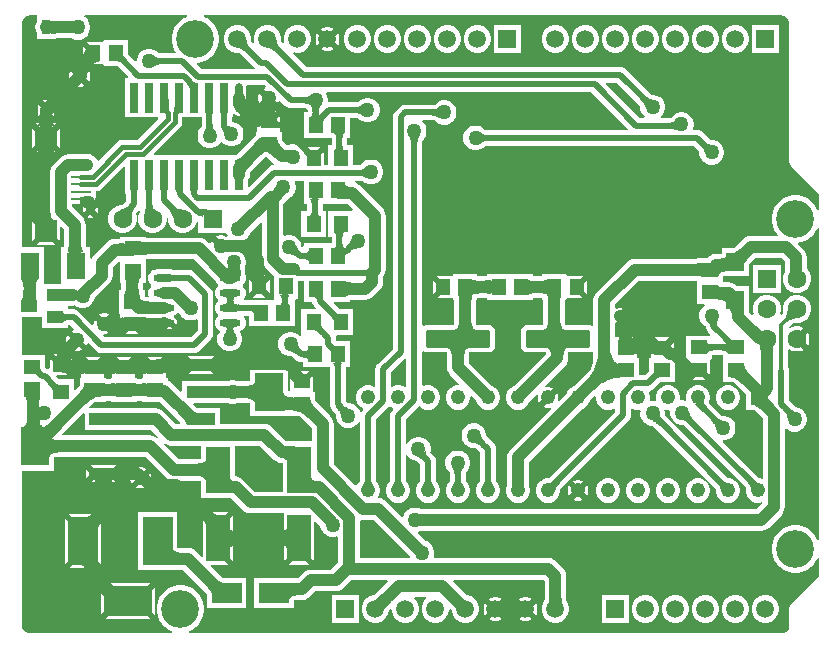
<source format=gtl>
G04*
G04 #@! TF.GenerationSoftware,Altium Limited,Altium Designer,21.3.2 (30)*
G04*
G04 Layer_Physical_Order=1*
G04 Layer_Color=255*
%FSLAX24Y24*%
%MOIN*%
G70*
G04*
G04 #@! TF.SameCoordinates,59271FD7-B20C-4586-966E-2D71E4A343A8*
G04*
G04*
G04 #@! TF.FilePolarity,Positive*
G04*
G01*
G75*
%ADD13C,0.0150*%
%ADD14C,0.0200*%
%ADD23R,0.0472X0.0551*%
%ADD24R,0.0700X0.0100*%
%ADD25R,0.0551X0.0472*%
%ADD26O,0.0709X0.0236*%
%ADD27R,0.0500X0.0550*%
%ADD28R,0.0748X0.0748*%
G04:AMPARAMS|DCode=29|XSize=216.5mil|YSize=59.1mil|CornerRadius=7.4mil|HoleSize=0mil|Usage=FLASHONLY|Rotation=0.000|XOffset=0mil|YOffset=0mil|HoleType=Round|Shape=RoundedRectangle|*
%AMROUNDEDRECTD29*
21,1,0.2165,0.0443,0,0,0.0*
21,1,0.2018,0.0591,0,0,0.0*
1,1,0.0148,0.1009,-0.0221*
1,1,0.0148,-0.1009,-0.0221*
1,1,0.0148,-0.1009,0.0221*
1,1,0.0148,0.1009,0.0221*
%
%ADD29ROUNDEDRECTD29*%
%ADD30R,0.0945X0.1299*%
%ADD31R,0.0945X0.0394*%
%ADD32R,0.0250X0.0984*%
%ADD33O,0.0250X0.0984*%
%ADD34R,0.0551X0.0394*%
%ADD35R,0.0550X0.0500*%
%ADD36R,0.0640X0.0900*%
%ADD37R,0.0591X0.0591*%
%ADD38R,0.0984X0.0669*%
%ADD39R,0.0787X0.1575*%
%ADD40R,0.0315X0.0472*%
%ADD43C,0.0489*%
%ADD44R,0.0489X0.0489*%
%ADD45R,0.0630X0.0630*%
%ADD46C,0.0630*%
%ADD47R,0.0598X0.0598*%
%ADD48C,0.0598*%
%ADD49R,0.0630X0.0630*%
%ADD50R,0.1000X0.1600*%
%ADD51R,0.1600X0.1000*%
%ADD52C,0.1260*%
%ADD53C,0.0400*%
%ADD54C,0.0120*%
%ADD55C,0.0500*%
%ADD56C,0.0300*%
G36*
X52230Y59216D02*
X52242Y59210D01*
X52262Y59205D01*
X52290Y59201D01*
X52326Y59197D01*
X52482Y59189D01*
X52626Y59188D01*
Y58788D01*
X52550Y58788D01*
X52262Y58771D01*
X52242Y58766D01*
X52230Y58760D01*
X52226Y58753D01*
Y59223D01*
X52230Y59216D01*
D02*
G37*
G36*
X76624Y59378D02*
X76694Y59349D01*
X76753Y59303D01*
X76799Y59244D01*
X76828Y59174D01*
X76837Y59105D01*
X76836Y59100D01*
Y54500D01*
X76852Y54418D01*
X76899Y54349D01*
X77836Y53411D01*
Y52898D01*
X77786Y52888D01*
X77750Y52974D01*
X77664Y53104D01*
X77554Y53214D01*
X77424Y53300D01*
X77280Y53360D01*
X77128Y53390D01*
X76972D01*
X76820Y53360D01*
X76676Y53300D01*
X76546Y53214D01*
X76436Y53104D01*
X76350Y52974D01*
X76290Y52830D01*
X76260Y52678D01*
Y52522D01*
X76290Y52370D01*
X76350Y52226D01*
X76436Y52096D01*
X76453Y52079D01*
X76434Y52033D01*
X75560D01*
X75466Y52021D01*
X75379Y51985D01*
X75303Y51927D01*
X75303Y51927D01*
X74992Y51615D01*
X74595D01*
Y51428D01*
X74392D01*
X74298Y51415D01*
X74211Y51379D01*
X74135Y51321D01*
X74121Y51302D01*
X73758D01*
Y51269D01*
X71686D01*
X71592Y51256D01*
X71504Y51220D01*
X71429Y51162D01*
X71429Y51162D01*
X70421Y50155D01*
X70364Y50080D01*
X70327Y49992D01*
X70315Y49898D01*
Y49057D01*
X70271Y49033D01*
X70243Y49052D01*
X70152Y49070D01*
X69371D01*
Y49894D01*
X69404D01*
Y49911D01*
X69420Y49954D01*
X69454Y49954D01*
X69951D01*
X69685Y50220D01*
X69795Y50330D01*
X69685Y50440D01*
X69951Y50706D01*
X69454D01*
X69420Y50706D01*
X69404Y50749D01*
Y50766D01*
X68611D01*
Y50692D01*
X68296D01*
Y50763D01*
X66755D01*
Y50693D01*
X66438D01*
Y50768D01*
X65646D01*
Y50752D01*
X65630Y50708D01*
X65596Y50708D01*
X65099D01*
X65365Y50443D01*
X65255Y50333D01*
X65365Y50223D01*
X65099Y49957D01*
X65596D01*
X65630Y49957D01*
X65646Y49914D01*
Y49897D01*
X65679D01*
Y49070D01*
X64788D01*
X64697Y49052D01*
X64652Y49022D01*
X64602Y49049D01*
Y55212D01*
X64668Y55278D01*
X64722Y55372D01*
X64750Y55476D01*
Y55584D01*
X64722Y55688D01*
X64668Y55782D01*
X64612Y55838D01*
X64633Y55888D01*
X65022D01*
X65088Y55822D01*
X65182Y55768D01*
X65286Y55740D01*
X65394D01*
X65498Y55768D01*
X65592Y55822D01*
X65668Y55898D01*
X65722Y55992D01*
X65750Y56096D01*
Y56204D01*
X65722Y56308D01*
X65668Y56402D01*
X65592Y56478D01*
X65498Y56532D01*
X65394Y56560D01*
X65286D01*
X65182Y56532D01*
X65088Y56478D01*
X65022Y56412D01*
X64047D01*
X64047Y56412D01*
X63979Y56403D01*
X63916Y56377D01*
X63862Y56335D01*
X63862Y56335D01*
X63705Y56178D01*
X63663Y56124D01*
X63637Y56061D01*
X63628Y55993D01*
X63628Y55993D01*
Y48279D01*
X63125Y47775D01*
X63083Y47721D01*
X63057Y47658D01*
X63048Y47590D01*
X63048Y47590D01*
Y47024D01*
X63004Y46999D01*
X62956Y47027D01*
X62853Y47055D01*
X62747D01*
X62644Y47027D01*
X62552Y46974D01*
X62476Y46898D01*
X62423Y46806D01*
X62395Y46703D01*
Y46597D01*
X62423Y46494D01*
X62476Y46402D01*
X62552Y46326D01*
X62622Y46285D01*
X62635Y46227D01*
X62615Y46207D01*
X62582Y46164D01*
X62540Y46168D01*
X62528Y46173D01*
X62519Y46206D01*
X62465Y46299D01*
X62389Y46375D01*
X62296Y46429D01*
X62191Y46457D01*
X62124D01*
X62055Y46526D01*
Y47648D01*
X62189D01*
Y48520D01*
X61767D01*
X61743Y48544D01*
Y48640D01*
X61739Y48668D01*
X61781Y48718D01*
X62302D01*
Y49588D01*
X61853D01*
X61653Y49788D01*
X61672Y49834D01*
X62199D01*
Y49907D01*
X62706D01*
X62800Y49919D01*
X62887Y49956D01*
X62962Y50013D01*
X63197Y50248D01*
X63197Y50248D01*
X63254Y50323D01*
X63291Y50410D01*
X63303Y50504D01*
Y50664D01*
X63344Y50718D01*
X63381Y50806D01*
X63393Y50900D01*
Y52700D01*
X63381Y52794D01*
X63344Y52882D01*
X63287Y52957D01*
X63287Y52957D01*
X62514Y53729D01*
X62439Y53787D01*
X62365Y53818D01*
X62375Y53868D01*
X62622D01*
X62648Y53842D01*
X62742Y53788D01*
X62846Y53760D01*
X62954D01*
X63058Y53788D01*
X63152Y53842D01*
X63228Y53918D01*
X63282Y54012D01*
X63310Y54116D01*
Y54224D01*
X63282Y54328D01*
X63228Y54422D01*
X63152Y54498D01*
X63058Y54552D01*
X62954Y54580D01*
X62846D01*
X62742Y54552D01*
X62648Y54498D01*
X62572Y54422D01*
X62555Y54392D01*
X62302D01*
Y55053D01*
X62109D01*
Y55298D01*
X62199D01*
Y55968D01*
X62462D01*
X62528Y55902D01*
X62622Y55848D01*
X62726Y55820D01*
X62834D01*
X62938Y55848D01*
X63032Y55902D01*
X63108Y55978D01*
X63162Y56072D01*
X63190Y56176D01*
Y56284D01*
X63162Y56388D01*
X63108Y56482D01*
X63032Y56558D01*
X62938Y56612D01*
X62834Y56640D01*
X62726D01*
X62622Y56612D01*
X62528Y56558D01*
X62462Y56492D01*
X61512D01*
X61502Y56494D01*
X61464Y56537D01*
Y56608D01*
X61436Y56713D01*
X61398Y56780D01*
X61426Y56830D01*
X70249D01*
X71471Y55608D01*
X71452Y55562D01*
X66708D01*
X66642Y55628D01*
X66548Y55682D01*
X66444Y55710D01*
X66336D01*
X66232Y55682D01*
X66138Y55628D01*
X66062Y55552D01*
X66008Y55458D01*
X65980Y55354D01*
Y55246D01*
X66008Y55142D01*
X66062Y55048D01*
X66138Y54972D01*
X66232Y54918D01*
X66336Y54890D01*
X66444D01*
X66548Y54918D01*
X66642Y54972D01*
X66708Y55038D01*
X73671D01*
X73850Y54859D01*
Y54766D01*
X73878Y54662D01*
X73932Y54568D01*
X74008Y54492D01*
X74102Y54438D01*
X74206Y54410D01*
X74314D01*
X74418Y54438D01*
X74512Y54492D01*
X74588Y54568D01*
X74642Y54662D01*
X74670Y54766D01*
Y54874D01*
X74642Y54978D01*
X74588Y55072D01*
X74512Y55148D01*
X74418Y55202D01*
X74314Y55230D01*
X74221D01*
X73965Y55485D01*
X73911Y55527D01*
X73848Y55553D01*
X73780Y55562D01*
X73780Y55562D01*
X73668D01*
X73638Y55612D01*
X73660Y55696D01*
Y55804D01*
X73632Y55908D01*
X73578Y56002D01*
X73502Y56078D01*
X73408Y56132D01*
X73304Y56160D01*
X73196D01*
X73092Y56132D01*
X72998Y56078D01*
X72922Y56002D01*
X72902Y55968D01*
X72579D01*
X72558Y56018D01*
X72618Y56078D01*
X72672Y56172D01*
X72700Y56276D01*
Y56384D01*
X72672Y56488D01*
X72618Y56582D01*
X72542Y56658D01*
X72448Y56712D01*
X72344Y56740D01*
X72251D01*
X71399Y57592D01*
X71344Y57634D01*
X71281Y57660D01*
X71213Y57669D01*
X71213Y57669D01*
X60752D01*
X60311Y58110D01*
X60337Y58155D01*
X60390Y58141D01*
X60510D01*
X60627Y58172D01*
X60732Y58233D01*
X60817Y58318D01*
X60878Y58423D01*
X60909Y58540D01*
Y58660D01*
X60878Y58777D01*
X60817Y58882D01*
X60732Y58967D01*
X60627Y59028D01*
X60510Y59059D01*
X60390D01*
X60273Y59028D01*
X60168Y58967D01*
X60083Y58882D01*
X60022Y58777D01*
X59991Y58660D01*
Y58540D01*
X60005Y58487D01*
X59960Y58461D01*
X59903Y58518D01*
X59909Y58540D01*
Y58660D01*
X59878Y58777D01*
X59817Y58882D01*
X59732Y58967D01*
X59627Y59028D01*
X59510Y59059D01*
X59390D01*
X59273Y59028D01*
X59168Y58967D01*
X59083Y58882D01*
X59022Y58777D01*
X58991Y58660D01*
Y58540D01*
X59005Y58487D01*
X58960Y58461D01*
X58903Y58518D01*
X58909Y58540D01*
Y58660D01*
X58878Y58777D01*
X58817Y58882D01*
X58732Y58967D01*
X58627Y59028D01*
X58510Y59059D01*
X58390D01*
X58273Y59028D01*
X58168Y58967D01*
X58083Y58882D01*
X58022Y58777D01*
X57991Y58660D01*
Y58540D01*
X58022Y58423D01*
X58083Y58318D01*
X58168Y58233D01*
X58273Y58172D01*
X58390Y58141D01*
X58510D01*
X58532Y58147D01*
X59035Y57644D01*
X59015Y57594D01*
X57253D01*
X57083Y57764D01*
X57102Y57810D01*
X57128D01*
X57280Y57840D01*
X57424Y57900D01*
X57554Y57986D01*
X57664Y58096D01*
X57750Y58226D01*
X57810Y58370D01*
X57840Y58522D01*
Y58678D01*
X57810Y58830D01*
X57750Y58974D01*
X57664Y59104D01*
X57554Y59214D01*
X57424Y59300D01*
X57338Y59336D01*
X57348Y59386D01*
X76550D01*
X76555Y59387D01*
X76624Y59378D01*
D02*
G37*
G36*
X51550Y59386D02*
X51703D01*
X51753Y59384D01*
Y59162D01*
X51719Y59082D01*
X51707Y58988D01*
X51719Y58894D01*
X51753Y58814D01*
Y58592D01*
X52387D01*
Y58625D01*
X52941D01*
X52974Y58606D01*
X53078Y58578D01*
X53186D01*
X53290Y58606D01*
X53384Y58660D01*
X53460Y58736D01*
X53514Y58830D01*
X53542Y58934D01*
Y59042D01*
X53514Y59146D01*
X53460Y59240D01*
X53384Y59316D01*
X53349Y59336D01*
X53363Y59386D01*
X56752D01*
X56762Y59336D01*
X56676Y59300D01*
X56546Y59214D01*
X56436Y59104D01*
X56350Y58974D01*
X56290Y58830D01*
X56260Y58678D01*
Y58522D01*
X56290Y58370D01*
X56350Y58226D01*
X56390Y58166D01*
X56366Y58122D01*
X55818D01*
X55752Y58188D01*
X55658Y58242D01*
X55554Y58270D01*
X55446D01*
X55342Y58242D01*
X55248Y58188D01*
X55172Y58112D01*
X55118Y58018D01*
X55090Y57914D01*
Y57872D01*
X55040Y57851D01*
X54786Y58105D01*
Y58566D01*
X53994D01*
Y58549D01*
X53978Y58506D01*
X53944Y58506D01*
X53447D01*
X53713Y58240D01*
X53624Y58151D01*
X53877Y57856D01*
X53839Y57853D01*
X53798Y57844D01*
X53756Y57830D01*
X53712Y57810D01*
X53666Y57785D01*
X53619Y57754D01*
X53944D01*
X53978Y57754D01*
X53994Y57711D01*
Y57694D01*
X54455D01*
X54811Y57338D01*
X54792Y57292D01*
X54715D01*
Y55987D01*
X55786D01*
X55805Y55941D01*
X55101Y55237D01*
X54617D01*
X54525Y55219D01*
X54447Y55167D01*
X54447Y55167D01*
X53825Y54545D01*
X53776Y54554D01*
X53764Y54582D01*
X53707Y54657D01*
X53632Y54714D01*
X53544Y54751D01*
X53450Y54763D01*
X53238D01*
X53238Y54763D01*
X53144Y54751D01*
X53141Y54749D01*
X52789D01*
X52695Y54737D01*
X52608Y54700D01*
X52532Y54643D01*
X52323Y54434D01*
X52266Y54358D01*
X52229Y54271D01*
X52217Y54177D01*
Y52862D01*
X52229Y52768D01*
X52248Y52724D01*
X52224Y52688D01*
X52230Y52672D01*
X52252Y52636D01*
X52278Y52608D01*
X52308Y52588D01*
X52342Y52576D01*
X52380Y52572D01*
X51839Y52573D01*
X52141Y52271D01*
X52544Y51867D01*
Y52319D01*
X52590Y52339D01*
X52667Y52262D01*
Y51650D01*
X52580D01*
Y50434D01*
X52380D01*
X52356Y50437D01*
X52309Y50431D01*
X52000D01*
Y51650D01*
X51264D01*
Y59100D01*
X51263Y59105D01*
X51272Y59174D01*
X51301Y59244D01*
X51347Y59303D01*
X51406Y59349D01*
X51476Y59378D01*
X51545Y59387D01*
X51550Y59386D01*
D02*
G37*
G36*
X59751Y58566D02*
X59756Y58534D01*
X59765Y58502D01*
X59778Y58469D01*
X59794Y58436D01*
X59814Y58402D01*
X59838Y58367D01*
X59866Y58332D01*
X59897Y58296D01*
X59932Y58260D01*
X59790Y58118D01*
X59754Y58153D01*
X59683Y58212D01*
X59648Y58236D01*
X59614Y58256D01*
X59581Y58272D01*
X59548Y58285D01*
X59516Y58294D01*
X59484Y58299D01*
X59453Y58301D01*
X59749Y58597D01*
X59751Y58566D01*
D02*
G37*
G36*
X58751D02*
X58756Y58534D01*
X58765Y58502D01*
X58778Y58469D01*
X58794Y58436D01*
X58814Y58402D01*
X58838Y58367D01*
X58866Y58332D01*
X58897Y58296D01*
X58932Y58260D01*
X58790Y58118D01*
X58754Y58153D01*
X58683Y58212D01*
X58648Y58236D01*
X58614Y58256D01*
X58581Y58272D01*
X58548Y58285D01*
X58516Y58294D01*
X58484Y58299D01*
X58453Y58301D01*
X58749Y58597D01*
X58751Y58566D01*
D02*
G37*
G36*
X54615Y58160D02*
X54613Y58138D01*
X54618Y58112D01*
X54629Y58083D01*
X54647Y58049D01*
X54672Y58012D01*
X54703Y57971D01*
X54786Y57877D01*
X54837Y57824D01*
X54664Y57714D01*
X54622Y57756D01*
X54545Y57820D01*
X54512Y57844D01*
X54482Y57861D01*
X54456Y57872D01*
X54432Y57878D01*
X54412Y57877D01*
X54395Y57870D01*
X54382Y57857D01*
X54624Y58178D01*
X54615Y58160D01*
D02*
G37*
G36*
X55695Y58021D02*
X55714Y58008D01*
X55736Y57997D01*
X55762Y57987D01*
X55790Y57979D01*
X55822Y57972D01*
X55857Y57967D01*
X55935Y57961D01*
X55979Y57960D01*
Y57760D01*
X55935Y57759D01*
X55857Y57753D01*
X55822Y57748D01*
X55790Y57741D01*
X55762Y57733D01*
X55736Y57723D01*
X55714Y57712D01*
X55695Y57699D01*
X55679Y57685D01*
Y58035D01*
X55695Y58021D01*
D02*
G37*
G36*
X56920Y57229D02*
X56968Y57190D01*
X56991Y57174D01*
X57014Y57161D01*
X57037Y57150D01*
X57059Y57141D01*
X57081Y57135D01*
X57103Y57132D01*
X57124Y57130D01*
X56876Y56848D01*
X56887Y56864D01*
X56893Y56882D01*
X56893Y56903D01*
X56889Y56926D01*
X56879Y56951D01*
X56864Y56979D01*
X56844Y57008D01*
X56820Y57040D01*
X56790Y57074D01*
X56755Y57111D01*
X56896Y57252D01*
X56920Y57229D01*
D02*
G37*
G36*
X59390Y57019D02*
X59377Y56971D01*
X59354Y56965D01*
X59322Y56947D01*
X59559Y56709D01*
X59797Y56472D01*
X59815Y56504D01*
X59821Y56527D01*
X59869Y56540D01*
X60040Y56369D01*
X60040Y56369D01*
X60095Y56327D01*
X60158Y56301D01*
X60226Y56292D01*
X60226Y56292D01*
X60737D01*
X60792Y56237D01*
Y56170D01*
X60658D01*
Y55298D01*
X61585D01*
Y55053D01*
X61482D01*
Y54392D01*
X61342D01*
Y54851D01*
X61062Y54572D01*
X60921Y54713D01*
X61200Y54993D01*
X60785D01*
X60857Y54931D01*
X60890Y54909D01*
X60920Y54892D01*
X60947Y54880D01*
X60971Y54875D01*
X60992D01*
X61010Y54880D01*
X61026Y54892D01*
X60743Y54609D01*
X60754Y54624D01*
X60760Y54643D01*
Y54664D01*
X60754Y54688D01*
X60743Y54715D01*
X60726Y54744D01*
X60703Y54777D01*
X60675Y54812D01*
X60601Y54892D01*
X60703Y54993D01*
X60642D01*
Y54979D01*
X60592Y54958D01*
X60542Y55008D01*
X60448Y55062D01*
X60344Y55090D01*
X60236D01*
X60132Y55062D01*
X60084D01*
X59924Y55222D01*
Y55500D01*
X59908D01*
X59864Y55516D01*
X59864Y55550D01*
Y55616D01*
X59763Y55617D01*
X59762Y55916D01*
X59764Y55897D01*
X59768Y55880D01*
X59776Y55865D01*
X59787Y55852D01*
X59802Y55841D01*
X59819Y55832D01*
X59840Y55825D01*
X59863Y55820D01*
X59864Y55820D01*
Y56047D01*
X59599Y55782D01*
X59489Y55892D01*
X59379Y55782D01*
X59214Y55946D01*
Y55617D01*
X59212Y55631D01*
X59207Y55643D01*
X59198Y55654D01*
X59185Y55663D01*
X59169Y55671D01*
X59149Y55677D01*
X59126Y55682D01*
X59113Y55684D01*
Y55550D01*
X59113Y55516D01*
X59070Y55500D01*
X59053D01*
Y55355D01*
X59014Y55325D01*
X58422Y54733D01*
X55693D01*
X55674Y54779D01*
X56545Y55649D01*
X56597Y55727D01*
X56615Y55819D01*
X56615Y55819D01*
Y55987D01*
X57252D01*
Y55672D01*
X57201Y55620D01*
X57147Y55527D01*
X57119Y55423D01*
Y55315D01*
X57147Y55210D01*
X57201Y55117D01*
X57277Y55041D01*
X57371Y54987D01*
X57475Y54959D01*
X57583D01*
X57687Y54987D01*
X57781Y55041D01*
X57857Y55117D01*
X57875Y55147D01*
X57936Y55154D01*
X57988Y55102D01*
X58082Y55048D01*
X58186Y55020D01*
X58294D01*
X58398Y55048D01*
X58492Y55102D01*
X58568Y55178D01*
X58622Y55272D01*
X58650Y55376D01*
Y55484D01*
X58622Y55588D01*
X58568Y55682D01*
X58492Y55758D01*
X58398Y55812D01*
X58294Y55840D01*
X58262D01*
Y55987D01*
X58285D01*
Y56099D01*
X58335Y56114D01*
X58338Y56110D01*
X58412Y56060D01*
X58500Y56043D01*
X58570Y56057D01*
X58468Y56152D01*
X58470Y56161D01*
X58429Y56202D01*
X58493Y56265D01*
X58624Y56863D01*
X58619Y56815D01*
X58625Y56761D01*
X58641Y56703D01*
X58668Y56639D01*
X58705Y56571D01*
X58730Y56533D01*
Y57007D01*
X58725Y57031D01*
X58757Y57069D01*
X59340D01*
X59390Y57019D01*
D02*
G37*
G36*
X60876Y56379D02*
X60859Y56394D01*
X60840Y56406D01*
X60818Y56418D01*
X60792Y56427D01*
X60764Y56436D01*
X60732Y56442D01*
X60698Y56448D01*
X60619Y56454D01*
X60575Y56454D01*
Y56654D01*
X60619Y56655D01*
X60698Y56661D01*
X60732Y56666D01*
X60764Y56673D01*
X60792Y56681D01*
X60818Y56691D01*
X60840Y56702D01*
X60859Y56715D01*
X60876Y56729D01*
Y56379D01*
D02*
G37*
G36*
X72053Y56709D02*
X72113Y56658D01*
X72141Y56637D01*
X72169Y56619D01*
X72195Y56605D01*
X72219Y56594D01*
X72243Y56586D01*
X72266Y56581D01*
X72288Y56580D01*
X72040Y56333D01*
X72039Y56354D01*
X72034Y56377D01*
X72026Y56401D01*
X72015Y56425D01*
X72001Y56451D01*
X71983Y56479D01*
X71962Y56507D01*
X71911Y56567D01*
X71880Y56598D01*
X72022Y56740D01*
X72053Y56709D01*
D02*
G37*
G36*
X56624Y56149D02*
X56597Y56148D01*
X56547Y56144D01*
X56525Y56140D01*
X56504Y56135D01*
X56486Y56129D01*
X56469Y56122D01*
X56453Y56114D01*
X56440Y56105D01*
X56428Y56094D01*
X56322Y56200D01*
X56332Y56219D01*
X56342Y56255D01*
X56350Y56307D01*
X56357Y56375D01*
X56372Y56679D01*
X56376Y57130D01*
X56624Y56149D01*
D02*
G37*
G36*
X56125Y56964D02*
X56168Y56219D01*
X56178Y56200D01*
X56072Y56094D01*
X56060Y56105D01*
X56047Y56114D01*
X56032Y56122D01*
X56015Y56129D01*
X55996Y56135D01*
X55976Y56140D01*
X55953Y56144D01*
X55930Y56146D01*
X55876Y56149D01*
X56124Y57130D01*
X56125Y56964D01*
D02*
G37*
G36*
X62601Y56055D02*
X62585Y56069D01*
X62566Y56082D01*
X62544Y56093D01*
X62518Y56103D01*
X62490Y56111D01*
X62458Y56118D01*
X62423Y56123D01*
X62345Y56129D01*
X62301Y56130D01*
Y56330D01*
X62345Y56331D01*
X62423Y56337D01*
X62458Y56342D01*
X62490Y56349D01*
X62518Y56357D01*
X62544Y56367D01*
X62566Y56378D01*
X62585Y56391D01*
X62601Y56405D01*
Y56055D01*
D02*
G37*
G36*
X65161Y55975D02*
X65145Y55989D01*
X65126Y56002D01*
X65104Y56013D01*
X65078Y56023D01*
X65050Y56031D01*
X65018Y56038D01*
X64983Y56043D01*
X64905Y56049D01*
X64861Y56050D01*
Y56250D01*
X64905Y56251D01*
X64983Y56257D01*
X65018Y56262D01*
X65050Y56269D01*
X65078Y56277D01*
X65104Y56287D01*
X65126Y56298D01*
X65145Y56311D01*
X65161Y56325D01*
Y55975D01*
D02*
G37*
G36*
X71880Y56369D02*
Y56276D01*
X71908Y56172D01*
X71962Y56078D01*
X72022Y56018D01*
X72001Y55968D01*
X71853D01*
X70722Y57098D01*
X70742Y57145D01*
X71104D01*
X71880Y56369D01*
D02*
G37*
G36*
X58119Y56147D02*
X58115Y56141D01*
X58112Y56131D01*
X58109Y56117D01*
X58106Y56099D01*
X58102Y56051D01*
X58100Y55949D01*
X57900D01*
X57900Y55987D01*
X57892Y56117D01*
X57889Y56131D01*
X57885Y56141D01*
X57881Y56147D01*
X57876Y56149D01*
X58124D01*
X58119Y56147D01*
D02*
G37*
G36*
X57622D02*
X57621Y56141D01*
X57619Y56131D01*
X57618Y56117D01*
X57615Y56021D01*
X57615Y55949D01*
X57415D01*
X57414Y55987D01*
X57409Y56077D01*
X57405Y56099D01*
X57401Y56117D01*
X57396Y56131D01*
X57390Y56141D01*
X57384Y56147D01*
X57376Y56149D01*
X57624D01*
X57622Y56147D01*
D02*
G37*
G36*
X61215Y56359D02*
X61202Y56340D01*
X61191Y56318D01*
X61181Y56292D01*
X61173Y56264D01*
X61166Y56232D01*
X61161Y56198D01*
X61157Y56148D01*
X61158Y56136D01*
X61163Y56106D01*
X61170Y56080D01*
X61179Y56058D01*
X61183Y56052D01*
X61198Y56065D01*
X61234Y56095D01*
X61271Y56132D01*
X61413Y55990D01*
X61376Y55953D01*
X61320Y55885D01*
X61300Y55855D01*
X61285Y55827D01*
X61275Y55802D01*
X61271Y55779D01*
X61272Y55759D01*
X61278Y55741D01*
X61289Y55725D01*
X61006Y56008D01*
X60854D01*
X60873Y56010D01*
X60890Y56016D01*
X60905Y56026D01*
X60918Y56040D01*
X60929Y56058D01*
X60938Y56080D01*
X60945Y56106D01*
X60950Y56136D01*
X60951Y56148D01*
X60948Y56198D01*
X60942Y56232D01*
X60936Y56264D01*
X60927Y56292D01*
X60918Y56318D01*
X60906Y56340D01*
X60894Y56359D01*
X60879Y56376D01*
X61229D01*
X61215Y56359D01*
D02*
G37*
G36*
X73105Y55546D02*
X73087Y55557D01*
X73066Y55568D01*
X73042Y55577D01*
X73015Y55584D01*
X72986Y55591D01*
X72954Y55596D01*
X72880Y55603D01*
X72840Y55605D01*
X72796Y55606D01*
X72756Y55806D01*
X72800Y55807D01*
X72878Y55813D01*
X72912Y55819D01*
X72943Y55827D01*
X72970Y55836D01*
X72993Y55847D01*
X73013Y55860D01*
X73030Y55874D01*
X73043Y55891D01*
X73105Y55546D01*
D02*
G37*
G36*
X57615Y55810D02*
X57622Y55731D01*
X57627Y55697D01*
X57634Y55666D01*
X57643Y55638D01*
X57653Y55613D01*
X57665Y55591D01*
X57679Y55572D01*
X57694Y55557D01*
X57344Y55537D01*
X57358Y55554D01*
X57370Y55574D01*
X57380Y55597D01*
X57389Y55623D01*
X57397Y55652D01*
X57403Y55684D01*
X57408Y55718D01*
X57414Y55797D01*
X57415Y55841D01*
X57615Y55854D01*
X57615Y55810D01*
D02*
G37*
G36*
X58084Y55729D02*
X58097Y55718D01*
X58112Y55709D01*
X58127Y55701D01*
X58143Y55695D01*
X58160Y55689D01*
X58178Y55685D01*
X58197Y55682D01*
X58217Y55680D01*
X58238Y55680D01*
X57990Y55433D01*
X57990Y55453D01*
X57988Y55473D01*
X57985Y55492D01*
X57981Y55510D01*
X57975Y55527D01*
X57969Y55543D01*
X57961Y55558D01*
X57952Y55573D01*
X57941Y55586D01*
X57929Y55599D01*
X58071Y55741D01*
X58084Y55729D01*
D02*
G37*
G36*
X62037Y55460D02*
X62020Y55458D01*
X62005Y55452D01*
X61991Y55442D01*
X61979Y55428D01*
X61970Y55410D01*
X61961Y55388D01*
X61955Y55362D01*
X61951Y55332D01*
X61948Y55298D01*
X61947Y55260D01*
X61747D01*
X61746Y55298D01*
X61743Y55332D01*
X61738Y55362D01*
X61731Y55388D01*
X61722Y55410D01*
X61711Y55428D01*
X61698Y55442D01*
X61683Y55453D01*
X61666Y55459D01*
X61647Y55461D01*
X62037Y55460D01*
D02*
G37*
G36*
X66585Y55461D02*
X66604Y55448D01*
X66626Y55437D01*
X66652Y55427D01*
X66680Y55419D01*
X66712Y55412D01*
X66747Y55407D01*
X66825Y55401D01*
X66869Y55400D01*
Y55200D01*
X66825Y55199D01*
X66747Y55193D01*
X66712Y55188D01*
X66680Y55181D01*
X66652Y55173D01*
X66626Y55163D01*
X66604Y55152D01*
X66585Y55139D01*
X66569Y55125D01*
Y55475D01*
X66585Y55461D01*
D02*
G37*
G36*
X59766Y55301D02*
X59774Y55261D01*
X59789Y55218D01*
X59808Y55174D01*
X59834Y55128D01*
X59865Y55080D01*
X59902Y55030D01*
X59992Y54925D01*
X60046Y54869D01*
X59763Y54586D01*
X59707Y54640D01*
X59595Y54731D01*
X59539Y54767D01*
X59484Y54799D01*
X59430Y54824D01*
X59377Y54843D01*
X59370Y54839D01*
X59304Y54793D01*
X59233Y54736D01*
X59072Y54586D01*
X58790Y54870D01*
X59214Y55339D01*
X59453Y55074D01*
X59763Y55339D01*
X59766Y55301D01*
D02*
G37*
G36*
X64501Y55335D02*
X64488Y55316D01*
X64477Y55294D01*
X64467Y55268D01*
X64459Y55240D01*
X64452Y55208D01*
X64447Y55173D01*
X64441Y55095D01*
X64440Y55051D01*
X64240D01*
X64239Y55095D01*
X64233Y55173D01*
X64228Y55208D01*
X64221Y55240D01*
X64213Y55268D01*
X64203Y55294D01*
X64192Y55316D01*
X64179Y55335D01*
X64165Y55351D01*
X64515D01*
X64501Y55335D01*
D02*
G37*
G36*
X61948Y55054D02*
X61951Y55020D01*
X61956Y54990D01*
X61963Y54964D01*
X61972Y54942D01*
X61983Y54924D01*
X61996Y54910D01*
X62011Y54900D01*
X62028Y54894D01*
X62047Y54892D01*
X61647D01*
X61666Y54894D01*
X61683Y54900D01*
X61698Y54910D01*
X61711Y54924D01*
X61722Y54942D01*
X61731Y54964D01*
X61738Y54990D01*
X61743Y55020D01*
X61746Y55054D01*
X61747Y55092D01*
X61947D01*
X61948Y55054D01*
D02*
G37*
G36*
X74023Y55199D02*
X74083Y55148D01*
X74111Y55127D01*
X74139Y55109D01*
X74165Y55095D01*
X74189Y55084D01*
X74213Y55076D01*
X74236Y55071D01*
X74257Y55070D01*
X74010Y54823D01*
X74009Y54844D01*
X74004Y54867D01*
X73996Y54891D01*
X73985Y54915D01*
X73971Y54941D01*
X73953Y54969D01*
X73932Y54997D01*
X73881Y55057D01*
X73850Y55088D01*
X73992Y55230D01*
X74023Y55199D01*
D02*
G37*
G36*
X62752Y53969D02*
X62734Y53980D01*
X62713Y53991D01*
X62689Y54000D01*
X62662Y54008D01*
X62633Y54015D01*
X62601Y54020D01*
X62527Y54028D01*
X62487Y54029D01*
X62443Y54030D01*
X62407Y54230D01*
X62451Y54231D01*
X62529Y54238D01*
X62563Y54243D01*
X62594Y54251D01*
X62621Y54260D01*
X62645Y54271D01*
X62665Y54284D01*
X62682Y54298D01*
X62696Y54314D01*
X62752Y53969D01*
D02*
G37*
G36*
X59048Y54563D02*
X58954Y54466D01*
X58801Y54290D01*
X58741Y54211D01*
X58693Y54137D01*
X58656Y54069D01*
X58631Y54007D01*
X58617Y53951D01*
X58614Y53900D01*
X58623Y53856D01*
X58376Y54571D01*
X58401Y54574D01*
X58429Y54583D01*
X58460Y54597D01*
X58495Y54617D01*
X58533Y54642D01*
X58575Y54673D01*
X58668Y54752D01*
X58774Y54854D01*
X59048Y54563D01*
D02*
G37*
G36*
X59676Y54442D02*
X59679Y54440D01*
X59663Y54390D01*
X59612Y54383D01*
X59549Y54357D01*
X59495Y54315D01*
X59495Y54315D01*
X58831Y53652D01*
X58785Y53671D01*
Y53861D01*
X58815Y53899D01*
X58851Y53987D01*
X58863Y54080D01*
Y54147D01*
X59417Y54701D01*
X59676Y54442D01*
D02*
G37*
G36*
X56624Y53588D02*
X56624Y53583D01*
X56625Y53423D01*
X56425D01*
X56425Y53455D01*
X56421Y53508D01*
X56417Y53530D01*
X56413Y53548D01*
X56408Y53563D01*
X56401Y53575D01*
X56394Y53583D01*
X56386Y53588D01*
X56376Y53590D01*
X56624D01*
X56624Y53588D01*
D02*
G37*
G36*
X57118Y53588D02*
X57112Y53583D01*
X57107Y53574D01*
X57102Y53562D01*
X57098Y53546D01*
X57095Y53527D01*
X57093Y53505D01*
X57090Y53450D01*
X57090Y53417D01*
X56890D01*
X56890Y53450D01*
X56881Y53583D01*
X56879Y53588D01*
X56876Y53590D01*
X57124D01*
X57118Y53588D01*
D02*
G37*
G36*
X56119Y53588D02*
X56115Y53582D01*
X56112Y53572D01*
X56109Y53558D01*
X56106Y53540D01*
X56102Y53492D01*
X56100Y53390D01*
X55900D01*
X55900Y53428D01*
X55892Y53558D01*
X55889Y53572D01*
X55885Y53582D01*
X55881Y53588D01*
X55876Y53590D01*
X56124D01*
X56119Y53588D01*
D02*
G37*
G36*
X55619D02*
X55615Y53582D01*
X55612Y53572D01*
X55609Y53558D01*
X55606Y53540D01*
X55602Y53492D01*
X55600Y53390D01*
X55400D01*
X55400Y53428D01*
X55392Y53558D01*
X55389Y53572D01*
X55385Y53582D01*
X55381Y53588D01*
X55376Y53590D01*
X55624D01*
X55619Y53588D01*
D02*
G37*
G36*
X55119D02*
X55115Y53582D01*
X55112Y53572D01*
X55109Y53558D01*
X55106Y53540D01*
X55102Y53492D01*
X55100Y53390D01*
X54900D01*
X54900Y53428D01*
X54892Y53558D01*
X54889Y53572D01*
X54885Y53582D01*
X54881Y53588D01*
X54876Y53590D01*
X55124D01*
X55119Y53588D01*
D02*
G37*
G36*
X62039Y53794D02*
X62046Y53769D01*
X62057Y53746D01*
X62073Y53727D01*
X62092Y53710D01*
X62117Y53697D01*
X62145Y53686D01*
X62178Y53679D01*
X62216Y53674D01*
X62257Y53673D01*
Y53273D01*
X62037Y53274D01*
Y53823D01*
X62039Y53794D01*
D02*
G37*
G36*
X53497Y53207D02*
X53487Y53205D01*
X53478Y53202D01*
X53470Y53198D01*
X53463Y53193D01*
X53458Y53187D01*
X53454Y53179D01*
X53451Y53170D01*
X53449Y53160D01*
X53448Y53149D01*
X53328D01*
X53328Y53160D01*
X53326Y53170D01*
X53323Y53179D01*
X53319Y53187D01*
X53313Y53193D01*
X53307Y53198D01*
X53299Y53202D01*
X53290Y53205D01*
X53280Y53207D01*
X53268Y53208D01*
X53508D01*
X53497Y53207D01*
D02*
G37*
G36*
X61204Y53273D02*
X61187Y53267D01*
X61172Y53257D01*
X61159Y53243D01*
X61148Y53225D01*
X61139Y53203D01*
X61132Y53176D01*
X61127Y53146D01*
X61124Y53112D01*
X61123Y53074D01*
X60923D01*
X60922Y53112D01*
X60919Y53146D01*
X60914Y53176D01*
X60907Y53203D01*
X60898Y53225D01*
X60887Y53243D01*
X60874Y53257D01*
X60859Y53267D01*
X60842Y53273D01*
X60823Y53275D01*
X61223D01*
X61204Y53273D01*
D02*
G37*
G36*
X54715Y54338D02*
Y53428D01*
X54738D01*
Y53198D01*
X54615Y53075D01*
X54557D01*
X54437Y53043D01*
X54328Y52980D01*
X54240Y52892D01*
X54177Y52783D01*
X54145Y52663D01*
Y52537D01*
X54177Y52417D01*
X54240Y52308D01*
X54328Y52220D01*
X54437Y52157D01*
X54557Y52125D01*
X54683D01*
X54803Y52157D01*
X54912Y52220D01*
X55000Y52308D01*
X55063Y52417D01*
X55095Y52537D01*
Y52663D01*
X55063Y52782D01*
X55151Y52869D01*
X55209Y52857D01*
X55213Y52846D01*
X55177Y52783D01*
X55145Y52663D01*
Y52537D01*
X55177Y52417D01*
X55240Y52308D01*
X55328Y52220D01*
X55437Y52157D01*
X55557Y52125D01*
X55683D01*
X55803Y52157D01*
X55912Y52220D01*
X56000Y52308D01*
X56063Y52417D01*
X56095Y52537D01*
Y52644D01*
X56138Y52670D01*
X56143Y52670D01*
X56146Y52667D01*
X56145Y52663D01*
Y52537D01*
X56177Y52417D01*
X56240Y52308D01*
X56328Y52220D01*
X56437Y52157D01*
X56557Y52125D01*
X56683D01*
X56803Y52157D01*
X56912Y52220D01*
X57000Y52308D01*
X57063Y52417D01*
X57085Y52502D01*
X57137Y52516D01*
X57143Y52513D01*
X57145Y52506D01*
Y52125D01*
X58083D01*
X58092Y52092D01*
X58119Y52045D01*
X58082Y52009D01*
X58035Y52036D01*
X57946Y52060D01*
X57854D01*
X57765Y52036D01*
X57733Y52018D01*
X57971Y51781D01*
X57829Y51639D01*
X57592Y51877D01*
X57574Y51845D01*
X57562Y51802D01*
X57506Y51787D01*
X57421Y51872D01*
X57346Y51930D01*
X57258Y51966D01*
X57164Y51979D01*
X55390D01*
Y52012D01*
X54518D01*
Y51943D01*
X54370D01*
X54276Y51930D01*
X54188Y51894D01*
X54113Y51836D01*
X53664Y51388D01*
X53607Y51313D01*
X53590Y51272D01*
X53540Y51282D01*
Y51650D01*
X53393D01*
Y52412D01*
X53381Y52506D01*
X53344Y52594D01*
X53287Y52669D01*
X52943Y53013D01*
Y53105D01*
X53341D01*
X53362Y53055D01*
X53338Y53032D01*
X53300Y52940D01*
Y52840D01*
X53317Y52799D01*
X53479Y52961D01*
X53688Y53170D01*
Y53289D01*
X53748D01*
Y53522D01*
X53822Y53537D01*
X53900Y53589D01*
X54669Y54358D01*
X54715Y54338D01*
D02*
G37*
G36*
X55602Y53175D02*
X55606Y53126D01*
X55613Y53081D01*
X55622Y53040D01*
X55635Y53004D01*
X55650Y52973D01*
X55668Y52946D01*
X55689Y52923D01*
X55712Y52905D01*
X55738Y52892D01*
X55338Y52739D01*
X55349Y52767D01*
X55360Y52799D01*
X55369Y52835D01*
X55378Y52875D01*
X55390Y52968D01*
X55398Y53079D01*
X55400Y53206D01*
X55600Y53229D01*
X55602Y53175D01*
D02*
G37*
G36*
X61124Y52868D02*
X61127Y52833D01*
X61132Y52803D01*
X61139Y52777D01*
X61148Y52755D01*
X61159Y52737D01*
X61172Y52723D01*
X61187Y52713D01*
X61204Y52707D01*
X61223Y52705D01*
X60823D01*
X60842Y52707D01*
X60859Y52713D01*
X60874Y52723D01*
X60887Y52737D01*
X60898Y52755D01*
X60907Y52777D01*
X60914Y52803D01*
X60919Y52833D01*
X60922Y52868D01*
X60923Y52906D01*
X61123D01*
X61124Y52868D01*
D02*
G37*
G36*
X55071Y53019D02*
X55036Y52982D01*
X55005Y52946D01*
X54979Y52910D01*
X54958Y52875D01*
X54941Y52841D01*
X54929Y52807D01*
X54921Y52775D01*
X54918Y52743D01*
X54919Y52711D01*
X54925Y52680D01*
X54546Y52906D01*
X54580Y52916D01*
X54615Y52928D01*
X54650Y52944D01*
X54685Y52962D01*
X54720Y52983D01*
X54756Y53007D01*
X54828Y53064D01*
X54865Y53097D01*
X54901Y53132D01*
X55071Y53019D01*
D02*
G37*
G36*
X57306Y52914D02*
X57307Y52615D01*
X57306Y52634D01*
X57300Y52651D01*
X57292Y52666D01*
X57279Y52679D01*
X57264Y52690D01*
X57245Y52699D01*
X57222Y52706D01*
X57196Y52711D01*
X57166Y52714D01*
X57133Y52715D01*
Y52915D01*
X57306Y52914D01*
D02*
G37*
G36*
X56295Y53068D02*
X56370Y53007D01*
X56406Y52982D01*
X56442Y52962D01*
X56478Y52944D01*
X56514Y52931D01*
X56548Y52922D01*
X56583Y52917D01*
X56617Y52915D01*
X56305Y52603D01*
X56303Y52637D01*
X56298Y52672D01*
X56289Y52706D01*
X56276Y52742D01*
X56258Y52778D01*
X56238Y52814D01*
X56213Y52850D01*
X56184Y52888D01*
X56152Y52925D01*
X56115Y52963D01*
X56257Y53105D01*
X56295Y53068D01*
D02*
G37*
G36*
X62028Y52156D02*
X62011Y52150D01*
X61996Y52140D01*
X61983Y52126D01*
X61972Y52108D01*
X61963Y52086D01*
X61956Y52060D01*
X61951Y52030D01*
X61948Y51996D01*
X61947Y51958D01*
X61747D01*
X61746Y51996D01*
X61743Y52030D01*
X61738Y52060D01*
X61731Y52086D01*
X61722Y52108D01*
X61711Y52126D01*
X61698Y52140D01*
X61683Y52150D01*
X61666Y52156D01*
X61647Y52158D01*
X62047D01*
X62028Y52156D01*
D02*
G37*
G36*
X59257Y52454D02*
Y51269D01*
X59269Y51175D01*
X59306Y51088D01*
X59363Y51013D01*
X59662Y50714D01*
Y49915D01*
X59622Y49890D01*
X59165D01*
X59155Y49893D01*
X59088Y49902D01*
X59088Y49902D01*
X58671D01*
X58655Y49952D01*
X58691Y50000D01*
X58719Y50067D01*
X58729Y50140D01*
X58719Y50213D01*
X58691Y50280D01*
X58647Y50338D01*
X58621Y50358D01*
Y50422D01*
X58647Y50442D01*
X58691Y50500D01*
X58719Y50567D01*
X58729Y50640D01*
X58719Y50713D01*
X58693Y50776D01*
Y50959D01*
X58712Y50992D01*
X58740Y51096D01*
Y51204D01*
X58712Y51308D01*
X58658Y51402D01*
X58582Y51478D01*
X58488Y51532D01*
X58384Y51560D01*
X58276D01*
X58272Y51559D01*
X58233Y51600D01*
X58250Y51664D01*
Y51756D01*
X58226Y51845D01*
X58211Y51871D01*
X58248Y51907D01*
X58316Y51868D01*
X58420Y51840D01*
X58528D01*
X58633Y51868D01*
X58726Y51922D01*
X58802Y51998D01*
X58856Y52092D01*
X58866Y52128D01*
X59211Y52473D01*
X59257Y52454D01*
D02*
G37*
G36*
X60658Y53113D02*
X60761D01*
Y52867D01*
X60582D01*
Y51997D01*
X61402D01*
Y52867D01*
X61285D01*
Y53113D01*
X61815D01*
X61838Y53110D01*
X62107D01*
X62299Y52917D01*
X62279Y52867D01*
X61482D01*
Y51997D01*
X61585D01*
Y51798D01*
X60658D01*
Y51697D01*
X60612Y51676D01*
X60580Y51701D01*
Y51704D01*
X60552Y51808D01*
X60498Y51902D01*
X60422Y51978D01*
X60328Y52032D01*
X60224Y52060D01*
X60116D01*
X60033Y52038D01*
X59983Y52068D01*
Y53113D01*
X60139Y53268D01*
X60232Y53322D01*
X60308Y53398D01*
X60362Y53492D01*
X60390Y53596D01*
Y53704D01*
X60362Y53808D01*
X60353Y53824D01*
X60378Y53868D01*
X60658D01*
Y53113D01*
D02*
G37*
G36*
X61948Y51799D02*
X61951Y51765D01*
X61955Y51735D01*
X61961Y51709D01*
X61970Y51687D01*
X61979Y51669D01*
X61991Y51655D01*
X62005Y51645D01*
X62020Y51639D01*
X62037Y51637D01*
X61647D01*
X61666Y51639D01*
X61683Y51645D01*
X61698Y51655D01*
X61711Y51669D01*
X61722Y51687D01*
X61731Y51709D01*
X61738Y51735D01*
X61743Y51765D01*
X61746Y51799D01*
X61747Y51837D01*
X61947D01*
X61948Y51799D01*
D02*
G37*
G36*
X62419Y51613D02*
X62399Y51615D01*
X62376Y51613D01*
X62353Y51607D01*
X62328Y51598D01*
X62303Y51585D01*
X62276Y51569D01*
X62247Y51549D01*
X62218Y51526D01*
X62156Y51468D01*
X62084Y51569D01*
Y51438D01*
X62075Y51437D01*
X62067Y51434D01*
X62060Y51429D01*
X62054Y51422D01*
X62048Y51413D01*
X62044Y51402D01*
X62041Y51389D01*
X62038Y51374D01*
X62037Y51357D01*
X62036Y51338D01*
X62037Y51637D01*
X62042Y51637D01*
X62069Y51665D01*
X62143Y51752D01*
X62162Y51779D01*
X62178Y51804D01*
X62191Y51829D01*
X62201Y51852D01*
X62208Y51874D01*
X62213Y51896D01*
X62419Y51613D01*
D02*
G37*
G36*
X53231Y51813D02*
X53243Y51685D01*
X53254Y51633D01*
X53267Y51589D01*
X53284Y51553D01*
X53303Y51525D01*
X53325Y51505D01*
X53351Y51493D01*
X53379Y51489D01*
X52741D01*
X52758Y51493D01*
X52773Y51505D01*
X52786Y51525D01*
X52798Y51553D01*
X52808Y51589D01*
X52816Y51633D01*
X52822Y51685D01*
X52829Y51813D01*
X52830Y51889D01*
X53230D01*
X53231Y51813D01*
D02*
G37*
G36*
X75627Y51454D02*
X75548Y51372D01*
X75423Y51225D01*
X75378Y51160D01*
X75344Y51100D01*
X75321Y51047D01*
X75310Y50999D01*
Y50956D01*
X75321Y50919D01*
X75344Y50888D01*
X74778Y51454D01*
X74809Y51431D01*
X74846Y51420D01*
X74889D01*
X74937Y51431D01*
X74991Y51454D01*
X75050Y51488D01*
X75115Y51533D01*
X75186Y51590D01*
X75344Y51737D01*
X75627Y51454D01*
D02*
G37*
G36*
X55232Y51844D02*
X55244Y51838D01*
X55264Y51833D01*
X55292Y51828D01*
X55328Y51824D01*
X55484Y51817D01*
X55628Y51816D01*
Y51416D01*
X55552Y51415D01*
X55264Y51399D01*
X55244Y51393D01*
X55232Y51387D01*
X55228Y51381D01*
Y51851D01*
X55232Y51844D01*
D02*
G37*
G36*
X54680Y51381D02*
X54676Y51380D01*
X54652Y51380D01*
X54370Y51380D01*
Y51780D01*
X54428Y51780D01*
X54568Y51791D01*
X54602Y51797D01*
X54630Y51805D01*
X54652Y51814D01*
X54667Y51825D01*
X54676Y51837D01*
X54680Y51851D01*
Y51381D01*
D02*
G37*
G36*
X60420Y51685D02*
X60428Y51663D01*
X60440Y51640D01*
X60454Y51616D01*
X60470Y51591D01*
X60512Y51537D01*
X60537Y51508D01*
X60595Y51447D01*
X60468Y51292D01*
X60440Y51318D01*
X60388Y51361D01*
X60363Y51377D01*
X60339Y51391D01*
X60315Y51400D01*
X60293Y51407D01*
X60271Y51410D01*
X60250Y51410D01*
X60230Y51407D01*
X60414Y51705D01*
X60420Y51685D01*
D02*
G37*
G36*
X60820Y51163D02*
X60818Y51182D01*
X60812Y51199D01*
X60802Y51213D01*
X60788Y51227D01*
X60770Y51238D01*
X60748Y51247D01*
X60722Y51253D01*
X60692Y51259D01*
X60657Y51262D01*
X60619Y51262D01*
Y51462D01*
X60657Y51463D01*
X60692Y51466D01*
X60722Y51472D01*
X60748Y51479D01*
X60770Y51487D01*
X60788Y51498D01*
X60802Y51512D01*
X60812Y51526D01*
X60818Y51543D01*
X60820Y51562D01*
Y51163D01*
D02*
G37*
G36*
X77256Y51129D02*
X77271Y50893D01*
X77276Y50874D01*
X77281Y50861D01*
X77287Y50854D01*
X76850Y50792D01*
X76851Y50796D01*
X76852Y50807D01*
X76855Y50876D01*
X76856Y51114D01*
X77256Y51189D01*
X77256Y51129D01*
D02*
G37*
G36*
X57959Y51105D02*
X58117Y50967D01*
X58122Y51000D01*
X58128Y51071D01*
X58130Y51150D01*
X58530Y51125D01*
X58551Y50699D01*
X58320Y50717D01*
X57862Y50609D01*
X57859Y50618D01*
X57849Y50631D01*
X57835Y50650D01*
X57757Y50736D01*
X57575Y50922D01*
X57880Y51182D01*
X57959Y51105D01*
D02*
G37*
G36*
X74756Y51261D02*
X74868Y51265D01*
Y50865D01*
X74792Y50863D01*
X74724Y50857D01*
X74664Y50847D01*
X74612Y50834D01*
X74568Y50816D01*
X74532Y50795D01*
X74504Y50770D01*
X74484Y50741D01*
X74472Y50708D01*
X74468Y50671D01*
Y50865D01*
X74392Y50865D01*
Y51265D01*
X74461Y51267D01*
X74523Y51272D01*
X74578Y51282D01*
X74625Y51295D01*
X74665Y51312D01*
X74698Y51333D01*
X74723Y51357D01*
X74741Y51386D01*
X74752Y51418D01*
X74756Y51454D01*
Y51261D01*
D02*
G37*
G36*
X73920Y50671D02*
X73916Y50677D01*
X73904Y50683D01*
X73884Y50689D01*
X73856Y50693D01*
X73820Y50697D01*
X73664Y50704D01*
X73520Y50706D01*
Y51106D01*
X73596Y51106D01*
X73884Y51123D01*
X73904Y51128D01*
X73916Y51134D01*
X73920Y51141D01*
Y50671D01*
D02*
G37*
G36*
X68773Y50056D02*
X69243D01*
X69236Y50052D01*
X69230Y50040D01*
X69225Y50020D01*
X69220Y49992D01*
X69216Y49956D01*
X69209Y49800D01*
X69208Y49656D01*
X68808D01*
X68807Y49732D01*
X68791Y50020D01*
X68785Y50040D01*
X68779Y50052D01*
X68773Y50056D01*
X68769Y50069D01*
X68757Y50082D01*
X68737Y50093D01*
X68709Y50102D01*
X68673Y50110D01*
X68629Y50117D01*
X68517Y50126D01*
X68447Y50127D01*
X68279Y50117D01*
X68235Y50110D01*
X68199Y50101D01*
X68171Y50092D01*
X68151Y50080D01*
X68139Y50067D01*
X68135Y50053D01*
Y50602D01*
X68139Y50588D01*
X68151Y50575D01*
X68171Y50565D01*
X68199Y50555D01*
X68235Y50547D01*
X68279Y50540D01*
X68391Y50532D01*
X68461Y50530D01*
X68629Y50541D01*
X68673Y50548D01*
X68709Y50556D01*
X68737Y50566D01*
X68757Y50577D01*
X68769Y50590D01*
X68773Y50604D01*
Y50056D01*
D02*
G37*
G36*
X56263Y50751D02*
X56275Y50749D01*
X56289Y50747D01*
X56329Y50743D01*
X56448Y50740D01*
X56486Y50740D01*
Y50540D01*
X56448Y50540D01*
X56263Y50529D01*
X56255Y50526D01*
Y50754D01*
X56263Y50751D01*
D02*
G37*
G36*
X74472Y50379D02*
X74483Y50367D01*
X74501Y50356D01*
X74526Y50347D01*
X74558Y50339D01*
X74598Y50333D01*
X74645Y50328D01*
X74760Y50322D01*
X74829Y50321D01*
Y49921D01*
X74757Y49922D01*
X74757Y49721D01*
X74753Y49759D01*
X74741Y49794D01*
X74721Y49823D01*
X74693Y49850D01*
X74657Y49872D01*
X74612Y49889D01*
X74560Y49903D01*
X74500Y49914D01*
X74432Y49920D01*
X74356Y49921D01*
Y50321D01*
X74468Y50286D01*
Y50393D01*
X74472Y50379D01*
D02*
G37*
G36*
X77836Y52302D02*
Y41898D01*
X77786Y41888D01*
X77750Y41974D01*
X77664Y42104D01*
X77554Y42214D01*
X77424Y42300D01*
X77280Y42360D01*
X77128Y42390D01*
X76972D01*
X76820Y42360D01*
X76676Y42300D01*
X76546Y42214D01*
X76436Y42104D01*
X76350Y41974D01*
X76290Y41830D01*
X76260Y41678D01*
Y41522D01*
X76290Y41370D01*
X76350Y41226D01*
X76436Y41096D01*
X76546Y40986D01*
X76676Y40900D01*
X76820Y40840D01*
X76972Y40810D01*
X77128D01*
X77280Y40840D01*
X77424Y40900D01*
X77554Y40986D01*
X77664Y41096D01*
X77750Y41226D01*
X77786Y41312D01*
X77836Y41302D01*
Y40689D01*
X76899Y39751D01*
X76852Y39682D01*
X76836Y39600D01*
Y38980D01*
X76837Y38974D01*
X76825Y38916D01*
X76789Y38861D01*
X76734Y38825D01*
X76676Y38813D01*
X76670Y38814D01*
X56848D01*
X56838Y38864D01*
X56924Y38900D01*
X57054Y38986D01*
X57164Y39096D01*
X57250Y39226D01*
X57310Y39370D01*
X57340Y39522D01*
Y39678D01*
X57310Y39830D01*
X57250Y39974D01*
X57164Y40104D01*
X57054Y40214D01*
X56924Y40300D01*
X56780Y40360D01*
X56628Y40390D01*
X56472D01*
X56320Y40360D01*
X56176Y40300D01*
X56046Y40214D01*
X55936Y40104D01*
X55850Y39974D01*
X55790Y39830D01*
X55760Y39678D01*
Y39522D01*
X55790Y39370D01*
X55850Y39226D01*
X55936Y39096D01*
X56046Y38986D01*
X56176Y38900D01*
X56262Y38864D01*
X56252Y38814D01*
X51500D01*
X51491Y38812D01*
X51408Y38829D01*
X51331Y38881D01*
X51279Y38958D01*
X51262Y39041D01*
X51264Y39050D01*
Y44210D01*
X52332D01*
Y44657D01*
X55392D01*
X56063Y43985D01*
X56139Y43927D01*
X56226Y43891D01*
X56320Y43879D01*
X56320Y43879D01*
X57246D01*
Y43294D01*
X57970D01*
X57994Y43291D01*
X57994Y43291D01*
X58237D01*
X58635Y42893D01*
X58635Y42893D01*
X58710Y42836D01*
X58798Y42799D01*
X58892Y42787D01*
X58892Y42787D01*
X60016D01*
Y42208D01*
X60017Y42208D01*
X60054Y42230D01*
X60082Y42256D01*
X60101Y42286D01*
X60114Y42320D01*
X60118Y42358D01*
Y41558D01*
X60114Y41596D01*
X60101Y41630D01*
X60082Y41660D01*
X60054Y41686D01*
X60017Y41708D01*
X60016Y41709D01*
Y41212D01*
X60439Y41635D01*
X60510Y41565D01*
X60581Y41635D01*
X61004Y41212D01*
Y42507D01*
X61050Y42527D01*
X61210Y42366D01*
Y42356D01*
X61238Y42252D01*
X61292Y42158D01*
X61368Y42082D01*
X61462Y42028D01*
X61566Y42000D01*
X61674D01*
X61757Y42022D01*
X61807Y41992D01*
Y41150D01*
X61570Y40913D01*
X60890D01*
X60796Y40901D01*
X60708Y40864D01*
X60633Y40807D01*
X60633Y40807D01*
X60454Y40628D01*
X59802D01*
X59778Y40625D01*
X59015D01*
Y39635D01*
X60320D01*
Y39902D01*
X60605D01*
X60699Y39914D01*
X60786Y39950D01*
X60861Y40008D01*
X61040Y40187D01*
X61720D01*
X61814Y40199D01*
X61902Y40236D01*
X61977Y40293D01*
X62250Y40567D01*
X63438D01*
X63457Y40521D01*
X62996Y40059D01*
X62990D01*
X62873Y40028D01*
X62768Y39967D01*
X62683Y39882D01*
X62622Y39777D01*
X62591Y39660D01*
Y39540D01*
X62622Y39423D01*
X62683Y39318D01*
X62768Y39233D01*
X62873Y39172D01*
X62990Y39141D01*
X63110D01*
X63227Y39172D01*
X63332Y39233D01*
X63417Y39318D01*
X63478Y39423D01*
X63509Y39540D01*
Y39546D01*
X63545Y39581D01*
X63591Y39562D01*
Y39540D01*
X63622Y39423D01*
X63683Y39318D01*
X63768Y39233D01*
X63873Y39172D01*
X63990Y39141D01*
X64110D01*
X64227Y39172D01*
X64332Y39233D01*
X64417Y39318D01*
X64478Y39423D01*
X64509Y39540D01*
Y39660D01*
X64478Y39777D01*
X64417Y39882D01*
X64343Y39957D01*
X64357Y40007D01*
X64743D01*
X64757Y39957D01*
X64683Y39882D01*
X64622Y39777D01*
X64591Y39660D01*
Y39540D01*
X64622Y39423D01*
X64683Y39318D01*
X64768Y39233D01*
X64873Y39172D01*
X64990Y39141D01*
X65110D01*
X65227Y39172D01*
X65332Y39233D01*
X65417Y39318D01*
X65478Y39423D01*
X65509Y39540D01*
Y39562D01*
X65555Y39581D01*
X65591Y39546D01*
Y39540D01*
X65622Y39423D01*
X65683Y39318D01*
X65768Y39233D01*
X65873Y39172D01*
X65990Y39141D01*
X66110D01*
X66227Y39172D01*
X66332Y39233D01*
X66417Y39318D01*
X66478Y39423D01*
X66509Y39540D01*
Y39660D01*
X66478Y39777D01*
X66417Y39882D01*
X66332Y39967D01*
X66227Y40028D01*
X66110Y40059D01*
X66104D01*
X65643Y40521D01*
X65662Y40567D01*
X68665D01*
X68687Y40545D01*
Y39886D01*
X68683Y39882D01*
X68622Y39777D01*
X68591Y39660D01*
Y39540D01*
X68622Y39423D01*
X68683Y39318D01*
X68768Y39233D01*
X68873Y39172D01*
X68990Y39141D01*
X69110D01*
X69227Y39172D01*
X69332Y39233D01*
X69417Y39318D01*
X69478Y39423D01*
X69509Y39540D01*
Y39660D01*
X69478Y39777D01*
X69417Y39882D01*
X69413Y39886D01*
Y40696D01*
X69401Y40790D01*
X69364Y40877D01*
X69307Y40952D01*
X69307Y40952D01*
X69072Y41187D01*
X68997Y41244D01*
X68910Y41281D01*
X68816Y41293D01*
X65018D01*
X64988Y41343D01*
X65010Y41426D01*
Y41534D01*
X64982Y41638D01*
X64928Y41732D01*
X64852Y41808D01*
X64758Y41862D01*
X64722Y41872D01*
X64467Y42127D01*
X64480Y42175D01*
X64528Y42188D01*
X64561Y42207D01*
X75910D01*
X76004Y42219D01*
X76092Y42256D01*
X76167Y42313D01*
X76587Y42733D01*
X76644Y42808D01*
X76681Y42896D01*
X76693Y42990D01*
X76693Y42990D01*
Y43225D01*
X76695Y43230D01*
X76708Y43324D01*
X76708Y43324D01*
Y45587D01*
X76754Y45606D01*
X76768Y45592D01*
X76862Y45538D01*
X76966Y45510D01*
X77074D01*
X77178Y45538D01*
X77272Y45592D01*
X77348Y45668D01*
X77402Y45762D01*
X77430Y45866D01*
Y45974D01*
X77402Y46078D01*
X77348Y46172D01*
X77272Y46248D01*
X77178Y46302D01*
X77074Y46330D01*
X77057D01*
X76842Y46544D01*
Y47520D01*
X76833Y47588D01*
X76807Y47651D01*
X76804Y47655D01*
Y48245D01*
X76854Y48263D01*
X76940Y48213D01*
X77045Y48185D01*
X77155D01*
X77260Y48213D01*
X77314Y48244D01*
X77029Y48529D01*
X77100Y48600D01*
X77029Y48671D01*
X77314Y48956D01*
X77260Y48987D01*
X77155Y49015D01*
X77045D01*
X76940Y48987D01*
X76876Y48950D01*
X76823Y48973D01*
X76819Y49002D01*
X76962Y49145D01*
X77037Y49125D01*
X77163D01*
X77283Y49157D01*
X77392Y49220D01*
X77480Y49308D01*
X77543Y49417D01*
X77575Y49537D01*
Y49663D01*
X77543Y49783D01*
X77480Y49892D01*
X77392Y49980D01*
X77283Y50043D01*
X77163Y50075D01*
X77037D01*
X76917Y50043D01*
X76808Y49980D01*
X76720Y49892D01*
X76657Y49783D01*
X76625Y49663D01*
Y49537D01*
X76645Y49462D01*
X76592Y49410D01*
X76548Y49436D01*
X76575Y49537D01*
Y49663D01*
X76543Y49783D01*
X76480Y49892D01*
X76392Y49980D01*
X76283Y50043D01*
X76163Y50075D01*
X76037D01*
X75917Y50043D01*
X75808Y49980D01*
X75720Y49892D01*
X75657Y49783D01*
X75625Y49663D01*
Y49537D01*
X75657Y49417D01*
X75617Y49386D01*
X75508Y49495D01*
Y49805D01*
X75508Y49805D01*
X75505Y49828D01*
Y50355D01*
X75108D01*
X75085Y50378D01*
X75010Y50436D01*
X74923Y50472D01*
X74829Y50485D01*
X74630D01*
Y50702D01*
X74955D01*
X74978Y50705D01*
X75505D01*
Y51102D01*
X75711Y51307D01*
X76570D01*
X76693Y51184D01*
Y50845D01*
X76657Y50783D01*
X76625Y50663D01*
Y50537D01*
X76657Y50417D01*
X76720Y50308D01*
X76808Y50220D01*
X76917Y50157D01*
X77037Y50125D01*
X77163D01*
X77283Y50157D01*
X77392Y50220D01*
X77480Y50308D01*
X77543Y50417D01*
X77575Y50537D01*
Y50663D01*
X77543Y50783D01*
X77480Y50892D01*
X77419Y50953D01*
Y51334D01*
X77407Y51428D01*
X77370Y51516D01*
X77313Y51591D01*
X77142Y51762D01*
X77158Y51816D01*
X77280Y51840D01*
X77424Y51900D01*
X77554Y51986D01*
X77664Y52096D01*
X77750Y52226D01*
X77786Y52312D01*
X77836Y52302D01*
D02*
G37*
G36*
X55211Y50629D02*
X55196Y50617D01*
X55183Y50597D01*
X55171Y50569D01*
X55161Y50533D01*
X55153Y50489D01*
X55147Y50437D01*
X55142Y50352D01*
X55154Y50171D01*
X55160Y50135D01*
X55168Y50107D01*
X55177Y50087D01*
X55187Y50075D01*
X55198Y50071D01*
X54650D01*
X54667Y50075D01*
X54682Y50087D01*
X54695Y50107D01*
X54707Y50135D01*
X54717Y50171D01*
X54725Y50215D01*
X54731Y50267D01*
X54736Y50351D01*
X54724Y50533D01*
X54718Y50569D01*
X54710Y50597D01*
X54701Y50617D01*
X54691Y50629D01*
X54680Y50633D01*
X55228D01*
X55211Y50629D01*
D02*
G37*
G36*
X66281Y50592D02*
X66293Y50579D01*
X66313Y50568D01*
X66341Y50558D01*
X66377Y50549D01*
X66421Y50542D01*
X66473Y50537D01*
X66596Y50531D01*
X66817Y50548D01*
X66853Y50556D01*
X66881Y50565D01*
X66901Y50576D01*
X66913Y50588D01*
X66917Y50602D01*
Y50053D01*
X66913Y50068D01*
X66901Y50081D01*
X66881Y50092D01*
X66853Y50102D01*
X66817Y50111D01*
X66773Y50118D01*
X66721Y50123D01*
X66598Y50129D01*
X66377Y50112D01*
X66341Y50104D01*
X66313Y50095D01*
X66293Y50084D01*
X66281Y50072D01*
X66277Y50058D01*
X66271Y50054D01*
X66265Y50042D01*
X66259Y50022D01*
X66255Y49994D01*
X66251Y49958D01*
X66244Y49802D01*
X66242Y49658D01*
X65842D01*
X65842Y49734D01*
X65825Y50022D01*
X65820Y50042D01*
X65814Y50054D01*
X65807Y50058D01*
X66277D01*
Y50607D01*
X66281Y50592D01*
D02*
G37*
G36*
X62041Y50530D02*
X62053Y50517D01*
X62073Y50506D01*
X62101Y50497D01*
X62137Y50489D01*
X62181Y50482D01*
X62293Y50473D01*
X62437Y50470D01*
Y50070D01*
X62361Y50069D01*
X62181Y50058D01*
X62137Y50051D01*
X62101Y50043D01*
X62073Y50033D01*
X62053Y50022D01*
X62041Y50009D01*
X62037Y49995D01*
Y50544D01*
X62041Y50530D01*
D02*
G37*
G36*
X51816Y50587D02*
X51796Y50575D01*
X51778Y50555D01*
X51763Y50527D01*
X51750Y50491D01*
X51739Y50447D01*
X51731Y50395D01*
X51725Y50335D01*
X51721Y50214D01*
X51736Y49960D01*
X51742Y49932D01*
X51748Y49912D01*
X51756Y49900D01*
X51764Y49896D01*
X51216D01*
X51235Y49900D01*
X51253Y49912D01*
X51269Y49932D01*
X51282Y49960D01*
X51294Y49996D01*
X51303Y50040D01*
X51311Y50092D01*
X51316Y50152D01*
X51319Y50259D01*
X51319Y50267D01*
X51309Y50395D01*
X51301Y50447D01*
X51290Y50491D01*
X51277Y50527D01*
X51262Y50555D01*
X51244Y50575D01*
X51224Y50587D01*
X51201Y50591D01*
X51839D01*
X51816Y50587D01*
D02*
G37*
G36*
X61289Y49995D02*
X61290Y49994D01*
X61290Y49991D01*
X61290Y49880D01*
X61090D01*
X61089Y49902D01*
X61086Y49922D01*
X61081Y49939D01*
X61074Y49954D01*
X61065Y49967D01*
X61054Y49978D01*
X61041Y49986D01*
X61026Y49992D01*
X61009Y49995D01*
X60990Y49996D01*
X61289Y49995D01*
D02*
G37*
G36*
X58393Y50021D02*
X58376Y50015D01*
X58361Y50005D01*
X58348Y49991D01*
X58337Y49973D01*
X58328Y49951D01*
X58321Y49925D01*
X58316Y49895D01*
X58316Y49890D01*
X58316Y49885D01*
X58321Y49855D01*
X58328Y49829D01*
X58337Y49807D01*
X58348Y49789D01*
X58361Y49775D01*
X58376Y49765D01*
X58393Y49759D01*
X58412Y49757D01*
X58012D01*
X58031Y49759D01*
X58048Y49765D01*
X58063Y49775D01*
X58076Y49789D01*
X58087Y49807D01*
X58096Y49829D01*
X58103Y49855D01*
X58108Y49885D01*
X58109Y49890D01*
X58108Y49895D01*
X58103Y49925D01*
X58096Y49951D01*
X58087Y49973D01*
X58076Y49991D01*
X58063Y50005D01*
X58048Y50015D01*
X58031Y50021D01*
X58012Y50023D01*
X58412D01*
X58393Y50021D01*
D02*
G37*
G36*
X60208Y50075D02*
X60191Y50069D01*
X60176Y50059D01*
X60163Y50045D01*
X60152Y50027D01*
X60143Y50005D01*
X60136Y49979D01*
X60131Y49949D01*
X60128Y49914D01*
X60128Y49901D01*
X60128Y49890D01*
X60131Y49856D01*
X60135Y49826D01*
X60141Y49800D01*
X60150Y49778D01*
X60159Y49760D01*
X60171Y49746D01*
X60185Y49736D01*
X60200Y49730D01*
X60217Y49728D01*
X59827D01*
X59846Y49730D01*
X59863Y49736D01*
X59878Y49746D01*
X59891Y49760D01*
X59902Y49778D01*
X59911Y49800D01*
X59918Y49826D01*
X59923Y49856D01*
X59926Y49890D01*
X59926Y49902D01*
X59926Y49914D01*
X59923Y49949D01*
X59918Y49979D01*
X59911Y50005D01*
X59902Y50027D01*
X59891Y50045D01*
X59878Y50059D01*
X59863Y50069D01*
X59846Y50075D01*
X59827Y50077D01*
X60227D01*
X60208Y50075D01*
D02*
G37*
G36*
X54518Y51150D02*
Y50472D01*
X54576D01*
Y50232D01*
X54488D01*
Y49440D01*
X54505D01*
X54548Y49424D01*
Y49312D01*
X54646Y49318D01*
X54650Y49323D01*
Y48994D01*
X54814Y49158D01*
X54924Y49048D01*
X55034Y49158D01*
X55198Y48994D01*
Y49323D01*
X55202Y49321D01*
X55214Y49320D01*
X55234Y49318D01*
X55598Y49314D01*
Y49128D01*
X55681Y49211D01*
X55822Y49069D01*
X55684Y48931D01*
X55752Y48918D01*
X56224D01*
X56292Y48931D01*
X56153Y49069D01*
X56295Y49211D01*
X56433Y49072D01*
X56446Y49140D01*
X56429Y49225D01*
X56381Y49297D01*
X56333Y49330D01*
X56338Y49386D01*
X56364Y49397D01*
X56422Y49442D01*
X56442Y49468D01*
X56508Y49473D01*
X56510Y49470D01*
X56564Y49378D01*
X56640Y49301D01*
X56734Y49247D01*
X56838Y49219D01*
X56946D01*
X57050Y49247D01*
X57074Y49261D01*
X57118Y49236D01*
Y48889D01*
X56891Y48662D01*
X54019D01*
X53971Y48710D01*
X53992Y48760D01*
X54056D01*
X54145Y48784D01*
X54177Y48802D01*
X53939Y49039D01*
X53702Y49277D01*
X53684Y49245D01*
X53660Y49156D01*
Y49092D01*
X53610Y49071D01*
X53169Y49511D01*
X53115Y49553D01*
X53052Y49579D01*
X52984Y49588D01*
X52984Y49588D01*
X52792D01*
Y49683D01*
X52831Y49708D01*
X52969D01*
X53030Y49716D01*
X53033Y49712D01*
X53127Y49658D01*
X53231Y49630D01*
X53339D01*
X53443Y49658D01*
X53537Y49712D01*
X53613Y49788D01*
X53667Y49882D01*
X53688Y49961D01*
X54178Y50450D01*
X54236Y50525D01*
X54272Y50613D01*
X54284Y50707D01*
X54284Y50707D01*
Y50981D01*
X54472Y51169D01*
X54518Y51150D01*
D02*
G37*
G36*
X58487Y49751D02*
X58499Y49749D01*
X58514Y49747D01*
X58554Y49743D01*
X58672Y49740D01*
X58710Y49740D01*
Y49540D01*
X58672Y49540D01*
X58487Y49529D01*
X58479Y49526D01*
Y49754D01*
X58487Y49751D01*
D02*
G37*
G36*
X58999Y49728D02*
X59000Y49440D01*
X58998Y49459D01*
X58992Y49476D01*
X58982Y49491D01*
X58968Y49504D01*
X58950Y49515D01*
X58928Y49524D01*
X58902Y49531D01*
X58872Y49536D01*
X58837Y49539D01*
X58799Y49540D01*
Y49740D01*
X58999Y49728D01*
D02*
G37*
G36*
X55202Y50002D02*
X55214Y49968D01*
X55234Y49938D01*
X55262Y49912D01*
X55298Y49890D01*
X55342Y49872D01*
X55394Y49858D01*
X55454Y49848D01*
X55522Y49842D01*
X55598Y49840D01*
Y49440D01*
X55522Y49442D01*
X55394Y49454D01*
X55342Y49466D01*
X55298Y49480D01*
X55262Y49498D01*
X55234Y49519D01*
X55214Y49543D01*
X55202Y49570D01*
X55198Y49601D01*
Y50040D01*
X55202Y50002D01*
D02*
G37*
G36*
X75345Y49345D02*
X74945D01*
X74943Y49394D01*
X74938Y49439D01*
X74928Y49478D01*
X74915Y49512D01*
X74898Y49541D01*
X74877Y49564D01*
X74852Y49582D01*
X74824Y49596D01*
X74792Y49603D01*
X74756Y49606D01*
X75344D01*
X75345Y49345D01*
D02*
G37*
G36*
X61684Y49529D02*
X61757Y49467D01*
X61790Y49444D01*
X61820Y49427D01*
X61847Y49416D01*
X61871Y49410D01*
X61892D01*
X61910Y49416D01*
X61926Y49427D01*
X61643Y49144D01*
X61654Y49160D01*
X61660Y49178D01*
Y49200D01*
X61654Y49224D01*
X61643Y49250D01*
X61626Y49280D01*
X61603Y49313D01*
X61575Y49348D01*
X61501Y49427D01*
X61643Y49569D01*
X61684Y49529D01*
D02*
G37*
G36*
X52633Y49503D02*
X52639Y49487D01*
X52649Y49473D01*
X52663Y49460D01*
X52681Y49450D01*
X52703Y49441D01*
X52729Y49435D01*
X52759Y49430D01*
X52793Y49427D01*
X52831Y49426D01*
Y49226D01*
X52793Y49225D01*
X52759Y49222D01*
X52729Y49217D01*
X52703Y49211D01*
X52681Y49202D01*
X52663Y49192D01*
X52649Y49179D01*
X52639Y49165D01*
X52633Y49149D01*
X52631Y49130D01*
Y49522D01*
X52633Y49503D01*
D02*
G37*
G36*
X73758Y49762D02*
X74012D01*
X74026Y49711D01*
X74005Y49700D01*
X73929Y49623D01*
X73875Y49530D01*
X73847Y49425D01*
Y49318D01*
X73875Y49213D01*
X73929Y49120D01*
X74005Y49043D01*
X74053Y49016D01*
X74061Y48956D01*
X74087Y48893D01*
X74129Y48838D01*
X74210Y48757D01*
X74191Y48711D01*
X73405D01*
Y47919D01*
X73421D01*
X73465Y47903D01*
X73465Y47868D01*
Y47372D01*
X73509Y47416D01*
Y47803D01*
X73566Y47802D01*
Y47473D01*
X73731Y47637D01*
X73841Y47527D01*
X73951Y47637D01*
X74216Y47372D01*
Y47868D01*
X74216Y47903D01*
X74260Y47919D01*
X74276D01*
Y48053D01*
X74626D01*
Y47920D01*
Y47172D01*
X74983D01*
X75395Y46760D01*
Y46245D01*
X75691D01*
X75982Y45955D01*
Y43966D01*
X75932Y43934D01*
X75853Y43955D01*
X75836D01*
X74621Y45170D01*
X74642Y45220D01*
X74694D01*
X74798Y45248D01*
X74892Y45302D01*
X74968Y45378D01*
X75022Y45472D01*
X75050Y45576D01*
Y45684D01*
X75022Y45788D01*
X74968Y45882D01*
X74892Y45958D01*
X74798Y46012D01*
X74694Y46040D01*
X74601D01*
X74166Y46475D01*
X74177Y46494D01*
X74205Y46597D01*
Y46703D01*
X74177Y46806D01*
X74124Y46898D01*
X74048Y46974D01*
X73956Y47027D01*
X73853Y47055D01*
X73747D01*
X73644Y47027D01*
X73552Y46974D01*
X73476Y46898D01*
X73423Y46806D01*
X73395Y46703D01*
Y46597D01*
X73401Y46577D01*
X73365Y46542D01*
X73334Y46550D01*
X73244D01*
X73203Y46590D01*
X73205Y46597D01*
Y46703D01*
X73177Y46806D01*
X73124Y46898D01*
X73048Y46974D01*
X72956Y47027D01*
X72853Y47055D01*
X72747D01*
X72644Y47027D01*
X72552Y46974D01*
X72476Y46898D01*
X72423Y46806D01*
X72395Y46703D01*
Y46597D01*
X72407Y46551D01*
X72372Y46516D01*
X72339Y46525D01*
X72237D01*
X72213Y46542D01*
X72195Y46560D01*
X72205Y46597D01*
Y46703D01*
X72177Y46806D01*
X72165Y46828D01*
X72187Y46872D01*
X72204Y46875D01*
X72268Y46901D01*
X72322Y46943D01*
X72547Y47168D01*
X73048D01*
Y47960D01*
X73031D01*
X73012Y47967D01*
Y47900D01*
X72886Y48077D01*
X72885Y48405D01*
X72722Y48242D01*
X72612Y48352D01*
X72502Y48242D01*
X72338Y48406D01*
Y48077D01*
X72334Y48084D01*
X72322Y48090D01*
X72302Y48095D01*
X72274Y48100D01*
X72238Y48104D01*
X72236Y48104D01*
Y48010D01*
X72236Y47976D01*
X72193Y47960D01*
X72176D01*
Y47539D01*
X72028Y47390D01*
X71824D01*
Y47960D01*
X71808D01*
X71764Y47976D01*
Y48099D01*
X71699Y48095D01*
X71679Y48090D01*
X71667Y48084D01*
X71663Y48077D01*
Y48406D01*
X71499Y48242D01*
X71357Y48383D01*
X71522Y48547D01*
X71114D01*
X71128Y48551D01*
X71141Y48563D01*
X71152Y48583D01*
X71162Y48611D01*
X71170Y48647D01*
X71170Y48649D01*
X71041D01*
Y49130D01*
X71091Y49159D01*
X71160Y49130D01*
X71260D01*
X71301Y49147D01*
X71139Y49309D01*
X71210Y49380D01*
X71139Y49451D01*
X71301Y49613D01*
X71260Y49630D01*
X71160D01*
X71091Y49601D01*
X71041Y49630D01*
Y49748D01*
X71836Y50543D01*
X73758D01*
Y49762D01*
D02*
G37*
G36*
X77097Y49285D02*
X77052Y49284D01*
X77009Y49279D01*
X76967Y49271D01*
X76926Y49259D01*
X76886Y49244D01*
X76847Y49225D01*
X76809Y49203D01*
X76772Y49178D01*
X76736Y49149D01*
X76701Y49116D01*
X76616Y49201D01*
X76649Y49236D01*
X76678Y49272D01*
X76703Y49309D01*
X76725Y49347D01*
X76744Y49386D01*
X76759Y49426D01*
X76771Y49467D01*
X76779Y49509D01*
X76784Y49552D01*
X76785Y49597D01*
X77097Y49285D01*
D02*
G37*
G36*
X74458Y49220D02*
X74449Y49202D01*
X74440Y49183D01*
X74433Y49163D01*
X74428Y49142D01*
X74423Y49120D01*
X74419Y49097D01*
X74415Y49049D01*
X74414Y49024D01*
X74214D01*
X74213Y49040D01*
X74211Y49055D01*
X74206Y49070D01*
X74200Y49084D01*
X74192Y49098D01*
X74183Y49111D01*
X74172Y49123D01*
X74159Y49135D01*
X74144Y49147D01*
X74127Y49158D01*
X74468Y49238D01*
X74458Y49220D01*
D02*
G37*
G36*
X69210Y49229D02*
X69216Y49161D01*
X69226Y49101D01*
X69240Y49049D01*
X69258Y49005D01*
X69280Y48968D01*
X69306Y48940D01*
X69336Y48920D01*
X69370Y48908D01*
X69408Y48904D01*
X68608D01*
X68646Y48908D01*
X68680Y48920D01*
X68710Y48940D01*
X68736Y48968D01*
X68758Y49005D01*
X68776Y49049D01*
X68790Y49101D01*
X68800Y49161D01*
X68806Y49229D01*
X68808Y49306D01*
X69208D01*
X69210Y49229D01*
D02*
G37*
G36*
X66244D02*
X66250Y49161D01*
X66260Y49101D01*
X66274Y49049D01*
X66292Y49005D01*
X66314Y48968D01*
X66340Y48940D01*
X66370Y48920D01*
X66404Y48908D01*
X66442Y48904D01*
X65642D01*
X65680Y48908D01*
X65714Y48920D01*
X65744Y48940D01*
X65770Y48968D01*
X65792Y49005D01*
X65810Y49049D01*
X65824Y49101D01*
X65834Y49161D01*
X65840Y49229D01*
X65842Y49306D01*
X66242D01*
X66244Y49229D01*
D02*
G37*
G36*
X58301Y49074D02*
X58302Y49030D01*
X58302Y49023D01*
X58401D01*
X58382Y49021D01*
X58365Y49015D01*
X58350Y49005D01*
X58337Y48991D01*
X58326Y48973D01*
X58317Y48951D01*
X58311Y48928D01*
X58313Y48917D01*
X58319Y48885D01*
X58327Y48856D01*
X58336Y48830D01*
X58347Y48807D01*
X58359Y48787D01*
X58373Y48771D01*
X58023Y48786D01*
X58038Y48802D01*
X58051Y48820D01*
X58063Y48842D01*
X58073Y48867D01*
X58082Y48895D01*
X58089Y48927D01*
X58090Y48934D01*
X58085Y48951D01*
X58076Y48973D01*
X58065Y48991D01*
X58052Y49005D01*
X58037Y49015D01*
X58020Y49021D01*
X58001Y49023D01*
X58099D01*
X58101Y49084D01*
X58301Y49074D01*
D02*
G37*
G36*
X61228Y49147D02*
X61223Y49129D01*
X61223Y49108D01*
X61228Y49084D01*
X61240Y49057D01*
X61257Y49027D01*
X61280Y48994D01*
X61308Y48959D01*
X61382Y48880D01*
X61240Y48738D01*
X61199Y48778D01*
X61126Y48840D01*
X61093Y48863D01*
X61063Y48880D01*
X61037Y48892D01*
X61013Y48897D01*
X60991Y48898D01*
X60973Y48892D01*
X60958Y48881D01*
X61239Y49163D01*
X61228Y49147D01*
D02*
G37*
G36*
X75736Y49037D02*
X75892Y48900D01*
X75912Y48887D01*
X75928Y48878D01*
X75940Y48875D01*
X75949Y48876D01*
X75807Y48484D01*
X75434Y48773D01*
X75694Y49079D01*
X75736Y49037D01*
D02*
G37*
G36*
X74828Y48652D02*
X74902Y48590D01*
X74934Y48567D01*
X74964Y48550D01*
X74991Y48539D01*
X75015Y48533D01*
X75036Y48533D01*
X75054Y48538D01*
X75070Y48550D01*
X74788Y48268D01*
X74799Y48283D01*
X74805Y48302D01*
X74805Y48323D01*
X74799Y48347D01*
X74788Y48372D01*
Y48115D01*
X74786Y48134D01*
X74780Y48151D01*
X74770Y48166D01*
X74756Y48179D01*
X74738Y48190D01*
X74716Y48199D01*
X74690Y48206D01*
X74659Y48211D01*
X74625Y48214D01*
X74587Y48215D01*
Y48415D01*
X74625Y48416D01*
X74659Y48419D01*
X74690Y48424D01*
X74716Y48431D01*
X74738Y48440D01*
X74742Y48443D01*
X74719Y48471D01*
X74646Y48551D01*
X74787Y48692D01*
X74828Y48652D01*
D02*
G37*
G36*
X57709Y50557D02*
X57733Y50500D01*
X57778Y50442D01*
X57804Y50422D01*
Y50358D01*
X57778Y50338D01*
X57733Y50280D01*
X57705Y50213D01*
X57695Y50140D01*
X57705Y50067D01*
X57733Y50000D01*
X57778Y49942D01*
X57804Y49922D01*
Y49858D01*
X57778Y49838D01*
X57733Y49780D01*
X57705Y49713D01*
X57695Y49640D01*
X57705Y49567D01*
X57733Y49500D01*
X57778Y49442D01*
X57804Y49422D01*
Y49358D01*
X57778Y49338D01*
X57733Y49280D01*
X57705Y49213D01*
X57695Y49140D01*
X57705Y49067D01*
X57733Y49000D01*
X57778Y48942D01*
X57836Y48897D01*
X57842Y48895D01*
X57853Y48836D01*
X57808Y48758D01*
X57780Y48654D01*
Y48546D01*
X57808Y48442D01*
X57862Y48348D01*
X57938Y48272D01*
X58032Y48218D01*
X58136Y48190D01*
X58244D01*
X58348Y48218D01*
X58442Y48272D01*
X58518Y48348D01*
X58572Y48442D01*
X58600Y48546D01*
Y48654D01*
X58572Y48758D01*
X58535Y48823D01*
X58554Y48882D01*
X58555Y48883D01*
X58589Y48897D01*
X58647Y48942D01*
X58691Y49000D01*
X58719Y49067D01*
X58729Y49140D01*
X58719Y49213D01*
X58691Y49280D01*
X58655Y49328D01*
X58671Y49378D01*
X58838D01*
Y49018D01*
X60378D01*
Y49890D01*
X60418Y49915D01*
X60482D01*
Y50547D01*
X60658D01*
Y49834D01*
X60934D01*
X60937Y49812D01*
X60963Y49749D01*
X61005Y49694D01*
X61065Y49635D01*
X61045Y49588D01*
X60582D01*
Y48719D01*
X60546Y48684D01*
X60472Y48758D01*
X60378Y48812D01*
X60274Y48840D01*
X60166D01*
X60062Y48812D01*
X59968Y48758D01*
X59892Y48682D01*
X59838Y48588D01*
X59810Y48484D01*
Y48376D01*
X59838Y48272D01*
X59892Y48178D01*
X59968Y48102D01*
X60062Y48048D01*
X60166Y48020D01*
X60259D01*
X60381Y47899D01*
X60381Y47899D01*
X60435Y47857D01*
X60498Y47831D01*
X60566Y47822D01*
X60566Y47822D01*
X60648D01*
Y47648D01*
X61530D01*
Y46418D01*
X61530Y46418D01*
X61539Y46350D01*
X61565Y46287D01*
X61607Y46232D01*
X61730Y46110D01*
X61727Y46101D01*
Y45993D01*
X61755Y45889D01*
X61809Y45796D01*
X61886Y45719D01*
X61979Y45665D01*
X62083Y45637D01*
X62191D01*
X62296Y45665D01*
X62389Y45719D01*
X62465Y45796D01*
X62488Y45834D01*
X62538Y45821D01*
Y43860D01*
X62476Y43798D01*
X62436Y43728D01*
X62378Y43716D01*
X61653Y44440D01*
Y45778D01*
X61653Y45778D01*
X61641Y45872D01*
X61604Y45960D01*
X61547Y46035D01*
X61027Y46555D01*
Y46834D01*
X61010D01*
X60967Y46850D01*
X60967Y46884D01*
Y47381D01*
X60701Y47115D01*
X60591Y47225D01*
X60481Y47115D01*
X60216Y47381D01*
Y46895D01*
X60194Y46875D01*
X60166Y46863D01*
X60146Y46872D01*
X60144Y46879D01*
Y47640D01*
X58879D01*
Y47193D01*
X58481D01*
X58448Y47212D01*
X58344Y47240D01*
X58236D01*
X58132Y47212D01*
X58099Y47193D01*
X57228D01*
X57181Y47187D01*
X56596D01*
Y46866D01*
X56550Y46847D01*
X56268Y47129D01*
X56192Y47187D01*
X56127Y47214D01*
Y47305D01*
X56110D01*
X56067Y47321D01*
X56067Y47355D01*
Y47507D01*
X56066Y47507D01*
X56030Y47495D01*
X56002Y47480D01*
X55982Y47463D01*
X55970Y47443D01*
X55966Y47422D01*
Y47750D01*
X55801Y47586D01*
X55691Y47696D01*
X55581Y47586D01*
X55417Y47750D01*
Y47422D01*
X55413Y47428D01*
X55401Y47434D01*
X55381Y47440D01*
X55353Y47444D01*
X55317Y47448D01*
X55316Y47448D01*
Y47355D01*
X55316Y47321D01*
X55272Y47305D01*
X55256D01*
Y47272D01*
X55092D01*
Y47305D01*
X55075D01*
X55032Y47321D01*
X55032Y47355D01*
Y47443D01*
X54967Y47440D01*
X54947Y47434D01*
X54935Y47428D01*
X54931Y47422D01*
Y47750D01*
X54766Y47586D01*
X54656Y47696D01*
X54546Y47586D01*
X54382Y47750D01*
Y47422D01*
X54378Y47428D01*
X54366Y47434D01*
X54346Y47440D01*
X54318Y47444D01*
X54282Y47448D01*
X54281Y47448D01*
Y47355D01*
X54281Y47321D01*
X54237Y47305D01*
X54221D01*
Y47272D01*
X54057D01*
Y47305D01*
X54040D01*
X53997Y47321D01*
X53997Y47355D01*
Y47443D01*
X53932Y47440D01*
X53912Y47434D01*
X53900Y47428D01*
X53896Y47422D01*
Y47750D01*
X53731Y47586D01*
X53621Y47696D01*
X53511Y47586D01*
X53347Y47750D01*
Y47422D01*
X53343Y47428D01*
X53331Y47434D01*
X53311Y47440D01*
X53283Y47444D01*
X53247Y47448D01*
X53246Y47448D01*
Y47355D01*
X53246Y47321D01*
X53202Y47305D01*
X53186D01*
Y47026D01*
X53047Y46887D01*
X53001Y46906D01*
Y47252D01*
X52502D01*
X52408Y47345D01*
X52427Y47392D01*
X52799D01*
X52520Y47671D01*
X52591Y47742D01*
X52566Y47767D01*
X52470Y47671D01*
X52191Y47950D01*
Y47615D01*
X52141Y47593D01*
X52090Y47614D01*
X52061Y47618D01*
X52032Y47647D01*
Y48068D01*
X51264D01*
Y49343D01*
X51442D01*
X51490Y49337D01*
X51517D01*
X51564Y49343D01*
X51921D01*
Y48969D01*
X52792D01*
Y49064D01*
X52875D01*
X52999Y48940D01*
X52986Y48892D01*
X52965Y48886D01*
X52933Y48868D01*
X53171Y48631D01*
X53408Y48393D01*
X53426Y48425D01*
X53432Y48446D01*
X53480Y48459D01*
X53725Y48215D01*
X53725Y48215D01*
X53779Y48173D01*
X53842Y48147D01*
X53910Y48138D01*
X57000D01*
X57000Y48138D01*
X57068Y48147D01*
X57131Y48173D01*
X57185Y48215D01*
X57565Y48595D01*
X57565Y48595D01*
X57607Y48649D01*
X57633Y48712D01*
X57642Y48780D01*
X57642Y48780D01*
Y50090D01*
X57633Y50158D01*
X57607Y50221D01*
X57565Y50275D01*
X57565Y50275D01*
X57015Y50825D01*
X56961Y50867D01*
X56898Y50893D01*
X56830Y50902D01*
X56830Y50902D01*
X56318D01*
X56297Y50911D01*
X56224Y50921D01*
X55752D01*
X55679Y50911D01*
X55611Y50883D01*
X55553Y50838D01*
X55509Y50780D01*
X55481Y50713D01*
X55471Y50640D01*
X55481Y50567D01*
X55509Y50500D01*
X55553Y50442D01*
X55579Y50422D01*
Y50358D01*
X55553Y50338D01*
X55509Y50280D01*
X55481Y50213D01*
X55471Y50140D01*
X55481Y50067D01*
X55490Y50045D01*
X55462Y50003D01*
X55360D01*
Y50232D01*
X55302D01*
Y50472D01*
X55390D01*
Y51253D01*
X57014D01*
X57709Y50557D01*
D02*
G37*
G36*
X74117Y48496D02*
X74123Y48479D01*
X74133Y48464D01*
X74147Y48451D01*
X74165Y48440D01*
X74187Y48431D01*
X74213Y48424D01*
X74243Y48419D01*
X74277Y48416D01*
X74315Y48415D01*
Y48215D01*
X74277Y48214D01*
X74243Y48211D01*
X74213Y48206D01*
X74187Y48199D01*
X74165Y48190D01*
X74147Y48179D01*
X74133Y48166D01*
X74123Y48151D01*
X74117Y48134D01*
X74115Y48115D01*
Y48515D01*
X74117Y48496D01*
D02*
G37*
G36*
X61598Y48460D02*
X61672Y48398D01*
X61704Y48375D01*
X61734Y48358D01*
X61761Y48347D01*
X61785Y48341D01*
X61806D01*
X61825Y48347D01*
X61840Y48358D01*
X61557Y48075D01*
X61569Y48091D01*
X61574Y48109D01*
Y48131D01*
X61569Y48155D01*
X61557Y48182D01*
X61540Y48211D01*
X61518Y48244D01*
X61489Y48279D01*
X61416Y48358D01*
X61557Y48500D01*
X61598Y48460D01*
D02*
G37*
G36*
X76317Y48368D02*
X76313Y48355D01*
X76310Y48337D01*
X76307Y48312D01*
X76302Y48203D01*
X76300Y48042D01*
X75900D01*
X75900Y48101D01*
X75883Y48368D01*
X75880Y48375D01*
X76320D01*
X76317Y48368D01*
D02*
G37*
G36*
X69472Y48312D02*
X69438Y48301D01*
X69408Y48284D01*
X69382Y48259D01*
X69360Y48227D01*
X69342Y48188D01*
X69328Y48141D01*
X69318Y48088D01*
X69312Y48028D01*
X69310Y47960D01*
X68910D01*
X68908Y48028D01*
X68902Y48088D01*
X68892Y48141D01*
X68878Y48188D01*
X68860Y48227D01*
X68838Y48259D01*
X68812Y48284D01*
X68782Y48301D01*
X68748Y48312D01*
X68710Y48316D01*
X69510D01*
X69472Y48312D01*
D02*
G37*
G36*
X66162Y48312D02*
X66128Y48300D01*
X66098Y48280D01*
X66072Y48252D01*
X66050Y48215D01*
X66032Y48171D01*
X66018Y48119D01*
X66008Y48059D01*
X66002Y47991D01*
X66000Y47915D01*
X65600D01*
X65598Y47991D01*
X65592Y48059D01*
X65582Y48119D01*
X65568Y48171D01*
X65550Y48215D01*
X65528Y48252D01*
X65502Y48280D01*
X65472Y48300D01*
X65438Y48312D01*
X65400Y48316D01*
X66200D01*
X66162Y48312D01*
D02*
G37*
G36*
X60471Y48406D02*
X60476Y48383D01*
X60484Y48359D01*
X60495Y48335D01*
X60509Y48309D01*
X60527Y48281D01*
X60548Y48253D01*
X60599Y48193D01*
X60609Y48183D01*
Y48184D01*
X60647Y48185D01*
X60682Y48188D01*
X60712Y48193D01*
X60738Y48200D01*
X60760Y48209D01*
X60778Y48220D01*
X60792Y48233D01*
X60802Y48248D01*
X60808Y48265D01*
X60810Y48284D01*
Y47884D01*
X60808Y47903D01*
X60802Y47920D01*
X60792Y47935D01*
X60778Y47948D01*
X60760Y47959D01*
X60738Y47968D01*
X60712Y47975D01*
X60682Y47980D01*
X60647Y47983D01*
X60609Y47984D01*
Y48142D01*
X60488Y48020D01*
X60457Y48051D01*
X60397Y48102D01*
X60369Y48123D01*
X60341Y48141D01*
X60315Y48155D01*
X60291Y48166D01*
X60267Y48174D01*
X60244Y48179D01*
X60223Y48180D01*
X60470Y48428D01*
X60471Y48406D01*
D02*
G37*
G36*
X61973Y47809D02*
X61956Y47803D01*
X61941Y47793D01*
X61928Y47779D01*
X61917Y47760D01*
X61908Y47738D01*
X61901Y47712D01*
X61896Y47682D01*
X61893Y47648D01*
X61892Y47610D01*
X61692D01*
X61691Y47648D01*
X61688Y47682D01*
X61683Y47712D01*
X61676Y47738D01*
X61667Y47760D01*
X61656Y47779D01*
X61643Y47793D01*
X61628Y47803D01*
X61611Y47809D01*
X61592Y47811D01*
X61992D01*
X61973Y47809D01*
D02*
G37*
G36*
X72620Y47329D02*
X72605Y47341D01*
X72587Y47346D01*
X72565D01*
X72541Y47341D01*
X72514Y47329D01*
X72485Y47312D01*
X72452Y47290D01*
X72417Y47261D01*
X72338Y47188D01*
X72196Y47329D01*
X72236Y47370D01*
X72298Y47444D01*
X72321Y47476D01*
X72338Y47506D01*
X72349Y47533D01*
X72355Y47557D01*
Y47578D01*
X72349Y47597D01*
X72338Y47612D01*
X72620Y47329D01*
D02*
G37*
G36*
X51858Y47705D02*
X51853Y47686D01*
X51853Y47665D01*
X51858Y47641D01*
X51870Y47614D01*
X51887Y47585D01*
X51910Y47552D01*
X51938Y47517D01*
X52012Y47437D01*
X51870Y47296D01*
X51829Y47336D01*
X51756Y47398D01*
X51723Y47421D01*
X51693Y47438D01*
X51667Y47449D01*
X51643Y47455D01*
X51621Y47455D01*
X51603Y47450D01*
X51588Y47438D01*
X51869Y47720D01*
X51858Y47705D01*
D02*
G37*
G36*
X55417Y46674D02*
X55413Y46680D01*
X55401Y46686D01*
X55381Y46692D01*
X55353Y46696D01*
X55317Y46700D01*
X55203Y46705D01*
X54967Y46692D01*
X54947Y46686D01*
X54935Y46680D01*
X54931Y46674D01*
Y47144D01*
X54935Y47137D01*
X54947Y47131D01*
X54967Y47126D01*
X54995Y47121D01*
X55031Y47117D01*
X55145Y47112D01*
X55381Y47126D01*
X55401Y47131D01*
X55413Y47137D01*
X55417Y47144D01*
Y46674D01*
D02*
G37*
G36*
X54382D02*
X54378Y46680D01*
X54366Y46686D01*
X54346Y46692D01*
X54318Y46696D01*
X54282Y46700D01*
X54168Y46705D01*
X53932Y46692D01*
X53912Y46686D01*
X53900Y46680D01*
X53896Y46674D01*
Y47144D01*
X53900Y47137D01*
X53912Y47131D01*
X53932Y47126D01*
X53960Y47121D01*
X53996Y47117D01*
X54110Y47112D01*
X54346Y47126D01*
X54366Y47131D01*
X54378Y47137D01*
X54382Y47144D01*
Y46674D01*
D02*
G37*
G36*
X75339Y47764D02*
X75347Y47724D01*
X75361Y47682D01*
X75381Y47638D01*
X75406Y47592D01*
X75438Y47544D01*
X75474Y47494D01*
X75565Y47388D01*
X75619Y47333D01*
X75336Y47050D01*
X75279Y47104D01*
X75168Y47194D01*
X75112Y47231D01*
X75057Y47262D01*
X75002Y47287D01*
X74948Y47307D01*
X74894Y47321D01*
X74840Y47330D01*
X74787Y47333D01*
X75336Y47803D01*
X75339Y47764D01*
D02*
G37*
G36*
X64078Y47916D02*
Y47012D01*
X64028Y46986D01*
X63956Y47027D01*
X63853Y47055D01*
X63747D01*
X63644Y47027D01*
X63616Y47011D01*
X63572Y47036D01*
Y47481D01*
X64028Y47937D01*
X64078Y47916D01*
D02*
G37*
G36*
X70883Y48214D02*
X70897Y48112D01*
X70921Y48022D01*
X70954Y47944D01*
X70997Y47878D01*
X71049Y47824D01*
X71108Y47784D01*
X71110Y47786D01*
X71114Y47799D01*
Y47780D01*
X71182Y47752D01*
X71262Y47734D01*
X71352Y47728D01*
Y47328D01*
X71236Y47324D01*
X71123Y47311D01*
X71013Y47290D01*
X70906Y47260D01*
X70803Y47222D01*
X70703Y47175D01*
X70606Y47120D01*
X70513Y47057D01*
X70423Y46984D01*
X70337Y46904D01*
X70054Y47187D01*
X70134Y47273D01*
X70207Y47363D01*
X70270Y47457D01*
X70325Y47554D01*
X70372Y47655D01*
X70410Y47759D01*
X70440Y47867D01*
X70461Y47978D01*
X70474Y48093D01*
X70478Y48211D01*
X70878Y48328D01*
X70883Y48214D01*
D02*
G37*
G36*
X52333Y47192D02*
X52407Y47130D01*
X52439Y47107D01*
X52469Y47090D01*
X52496Y47078D01*
X52520Y47073D01*
X52541Y47073D01*
X52559Y47078D01*
X52575Y47089D01*
X52293Y46808D01*
X52304Y46823D01*
X52310Y46841D01*
X52310Y46863D01*
X52304Y46887D01*
X52292Y46913D01*
X52275Y46943D01*
X52253Y46976D01*
X52224Y47011D01*
X52150Y47090D01*
X52292Y47232D01*
X52333Y47192D01*
D02*
G37*
G36*
X55966Y47130D02*
X55968Y47118D01*
X55970Y47107D01*
X55973Y47098D01*
X55977Y47090D01*
X55982Y47084D01*
X55988Y47079D01*
X55995Y47075D01*
X56002Y47073D01*
X56011Y47073D01*
Y46673D01*
X55966Y46674D01*
Y47144D01*
X55966Y47130D01*
D02*
G37*
G36*
X55256Y46513D02*
X55704D01*
X55728Y46509D01*
X55861D01*
X56547Y45823D01*
X56526Y45773D01*
X56390D01*
X55981Y46182D01*
X55906Y46240D01*
X55818Y46276D01*
X55724Y46289D01*
X53983D01*
X53936Y46282D01*
X53534D01*
X53515Y46329D01*
X53699Y46513D01*
X54057D01*
Y46546D01*
X54221D01*
Y46513D01*
X55092D01*
Y46546D01*
X55256D01*
Y46513D01*
D02*
G37*
G36*
X59042Y46430D02*
X59038Y46468D01*
X59026Y46502D01*
X59006Y46532D01*
X58978Y46558D01*
X58941Y46580D01*
X58897Y46598D01*
X58845Y46612D01*
X58785Y46622D01*
X58717Y46628D01*
X58640Y46630D01*
Y47030D01*
X58717Y47032D01*
X58785Y47038D01*
X58845Y47048D01*
X58897Y47062D01*
X58941Y47080D01*
X58978Y47102D01*
X59006Y47128D01*
X59026Y47158D01*
X59038Y47192D01*
X59042Y47230D01*
Y46430D01*
D02*
G37*
G36*
X53896Y46674D02*
X53842Y46671D01*
X53789Y46662D01*
X53735Y46648D01*
X53680Y46628D01*
X53626Y46603D01*
X53571Y46572D01*
X53515Y46535D01*
X53459Y46493D01*
X53403Y46445D01*
X53347Y46391D01*
X53064Y46674D01*
X53118Y46729D01*
X53208Y46835D01*
X53245Y46885D01*
X53276Y46933D01*
X53302Y46979D01*
X53321Y47023D01*
X53336Y47065D01*
X53344Y47105D01*
X53347Y47144D01*
X53896Y46674D01*
D02*
G37*
G36*
X51866Y46685D02*
X51862Y46673D01*
X51859Y46653D01*
X51856Y46625D01*
X51850Y46493D01*
X51848Y46289D01*
X51448D01*
X51447Y46365D01*
X51437Y46493D01*
X51428Y46545D01*
X51416Y46589D01*
X51403Y46625D01*
X51386Y46653D01*
X51367Y46673D01*
X51346Y46685D01*
X51322Y46689D01*
X51870D01*
X51866Y46685D01*
D02*
G37*
G36*
X66755Y49892D02*
X68296D01*
Y49966D01*
X68611D01*
Y49894D01*
X68645D01*
Y49070D01*
X68134D01*
X68043Y49052D01*
X67966Y49000D01*
X67914Y48923D01*
X67896Y48831D01*
Y48389D01*
X67914Y48297D01*
X67966Y48220D01*
X68043Y48168D01*
X68134Y48150D01*
X68722D01*
X68737Y48100D01*
X67671Y47034D01*
X67644Y47027D01*
X67552Y46974D01*
X67476Y46898D01*
X67423Y46806D01*
X67395Y46703D01*
Y46597D01*
X67423Y46494D01*
X67476Y46402D01*
X67552Y46326D01*
X67644Y46273D01*
X67747Y46245D01*
X67853D01*
X67956Y46273D01*
X68048Y46326D01*
X68124Y46402D01*
X68177Y46494D01*
X68184Y46521D01*
X68420Y46756D01*
X68465Y46731D01*
X68455Y46695D01*
Y46605D01*
X68479Y46517D01*
X68496Y46487D01*
X68729Y46721D01*
X68963Y46954D01*
X68933Y46971D01*
X68845Y46995D01*
X68755D01*
X68719Y46985D01*
X68694Y47030D01*
X69367Y47703D01*
X69424Y47778D01*
X69461Y47866D01*
X69473Y47960D01*
X69473Y47960D01*
Y48150D01*
X70152D01*
X70243Y48168D01*
X70271Y48187D01*
X70315Y48163D01*
Y47797D01*
X70313Y47790D01*
X70278Y47694D01*
X70235Y47601D01*
X70231Y47594D01*
X69671Y47034D01*
X69644Y47027D01*
X69552Y46974D01*
X69476Y46898D01*
X69423Y46806D01*
X69416Y46779D01*
X69180Y46544D01*
X69135Y46569D01*
X69145Y46605D01*
Y46695D01*
X69121Y46783D01*
X69104Y46813D01*
X68871Y46579D01*
X68637Y46346D01*
X68667Y46329D01*
X68755Y46305D01*
X68845D01*
X68881Y46315D01*
X68906Y46270D01*
X67543Y44907D01*
X67486Y44832D01*
X67449Y44744D01*
X67437Y44650D01*
Y43730D01*
X67423Y43706D01*
X67395Y43603D01*
Y43497D01*
X67423Y43394D01*
X67476Y43302D01*
X67552Y43226D01*
X67644Y43173D01*
X67747Y43145D01*
X67853D01*
X67956Y43173D01*
X68048Y43226D01*
X68124Y43302D01*
X68177Y43394D01*
X68205Y43497D01*
Y43603D01*
X68177Y43706D01*
X68163Y43730D01*
Y44500D01*
X69929Y46266D01*
X69956Y46273D01*
X70048Y46326D01*
X70124Y46402D01*
X70177Y46494D01*
X70184Y46521D01*
X70345Y46682D01*
X70395Y46661D01*
Y46597D01*
X70423Y46494D01*
X70476Y46402D01*
X70552Y46326D01*
X70644Y46273D01*
X70747Y46245D01*
X70853D01*
X70956Y46273D01*
X70994Y46295D01*
X71038Y46270D01*
Y46159D01*
X68834Y43955D01*
X68747D01*
X68644Y43927D01*
X68552Y43874D01*
X68476Y43798D01*
X68423Y43706D01*
X68395Y43603D01*
Y43497D01*
X68423Y43394D01*
X68476Y43302D01*
X68552Y43226D01*
X68644Y43173D01*
X68747Y43145D01*
X68853D01*
X68956Y43173D01*
X69048Y43226D01*
X69124Y43302D01*
X69177Y43394D01*
X69205Y43497D01*
Y43584D01*
X71485Y45865D01*
X71485Y45865D01*
X71527Y45919D01*
X71553Y45982D01*
X71562Y46050D01*
X71562Y46050D01*
Y46270D01*
X71606Y46295D01*
X71644Y46273D01*
X71747Y46245D01*
X71844D01*
X71886Y46209D01*
X71875Y46169D01*
Y46061D01*
X71903Y45957D01*
X71957Y45863D01*
X72033Y45787D01*
X72127Y45733D01*
X72231Y45705D01*
X72294D01*
X74395Y43604D01*
X74395Y43603D01*
Y43497D01*
X74423Y43394D01*
X74476Y43302D01*
X74552Y43226D01*
X74644Y43173D01*
X74747Y43145D01*
X74853D01*
X74956Y43173D01*
X75048Y43226D01*
X75124Y43302D01*
X75177Y43394D01*
X75205Y43497D01*
Y43603D01*
X75177Y43706D01*
X75124Y43798D01*
X75048Y43874D01*
X74956Y43927D01*
X74853Y43955D01*
X74786D01*
X72692Y46049D01*
X72695Y46061D01*
Y46169D01*
X72682Y46218D01*
X72717Y46253D01*
X72747Y46245D01*
X72832D01*
X72872Y46203D01*
X72870Y46194D01*
Y46086D01*
X72898Y45982D01*
X72952Y45888D01*
X73028Y45812D01*
X73122Y45758D01*
X73226Y45730D01*
X73319D01*
X75406Y43643D01*
X75395Y43603D01*
Y43497D01*
X75423Y43394D01*
X75476Y43302D01*
X75552Y43226D01*
X75644Y43173D01*
X75747Y43145D01*
X75853D01*
X75917Y43162D01*
X75920Y43161D01*
X75944Y43118D01*
X75760Y42933D01*
X64561D01*
X64528Y42952D01*
X64424Y42980D01*
X64316D01*
X64212Y42952D01*
X64118Y42898D01*
X64042Y42822D01*
X63988Y42728D01*
X63975Y42680D01*
X63927Y42667D01*
X63405Y43189D01*
X63329Y43247D01*
X63242Y43283D01*
X63176Y43292D01*
X63149Y43341D01*
X63149Y43345D01*
X63177Y43394D01*
X63205Y43497D01*
Y43603D01*
X63177Y43706D01*
X63124Y43798D01*
X63062Y43860D01*
Y45912D01*
X63478Y46329D01*
X63541Y46336D01*
X63552Y46326D01*
X63622Y46285D01*
X63635Y46227D01*
X63615Y46207D01*
X63573Y46152D01*
X63547Y46089D01*
X63538Y46021D01*
X63538Y46021D01*
Y43860D01*
X63476Y43798D01*
X63423Y43706D01*
X63395Y43603D01*
Y43497D01*
X63423Y43394D01*
X63476Y43302D01*
X63552Y43226D01*
X63644Y43173D01*
X63747Y43145D01*
X63853D01*
X63956Y43173D01*
X64048Y43226D01*
X64124Y43302D01*
X64177Y43394D01*
X64205Y43497D01*
Y43603D01*
X64177Y43706D01*
X64124Y43798D01*
X64062Y43860D01*
Y44734D01*
X64112Y44747D01*
X64152Y44678D01*
X64228Y44602D01*
X64322Y44548D01*
X64426Y44520D01*
X64438D01*
X64538Y44420D01*
Y43860D01*
X64476Y43798D01*
X64423Y43706D01*
X64395Y43603D01*
Y43497D01*
X64423Y43394D01*
X64476Y43302D01*
X64552Y43226D01*
X64644Y43173D01*
X64747Y43145D01*
X64853D01*
X64956Y43173D01*
X65048Y43226D01*
X65124Y43302D01*
X65177Y43394D01*
X65205Y43497D01*
Y43603D01*
X65177Y43706D01*
X65124Y43798D01*
X65062Y43860D01*
Y44529D01*
X65053Y44597D01*
X65027Y44660D01*
X64985Y44714D01*
X64985Y44714D01*
X64876Y44824D01*
X64890Y44876D01*
Y44984D01*
X64862Y45088D01*
X64808Y45182D01*
X64732Y45258D01*
X64638Y45312D01*
X64534Y45340D01*
X64426D01*
X64322Y45312D01*
X64228Y45258D01*
X64152Y45182D01*
X64112Y45113D01*
X64062Y45126D01*
Y45912D01*
X64514Y46364D01*
X64552Y46326D01*
X64644Y46273D01*
X64747Y46245D01*
X64853D01*
X64956Y46273D01*
X65048Y46326D01*
X65124Y46402D01*
X65177Y46494D01*
X65205Y46597D01*
Y46703D01*
X65177Y46806D01*
X65124Y46898D01*
X65048Y46974D01*
X64956Y47027D01*
X64853Y47055D01*
X64747D01*
X64652Y47029D01*
X64602Y47053D01*
Y48171D01*
X64652Y48198D01*
X64697Y48168D01*
X64788Y48150D01*
X65437D01*
Y47650D01*
X65449Y47556D01*
X65486Y47468D01*
X65543Y47393D01*
X65832Y47105D01*
X65811Y47055D01*
X65747D01*
X65644Y47027D01*
X65552Y46974D01*
X65476Y46898D01*
X65423Y46806D01*
X65395Y46703D01*
Y46597D01*
X65423Y46494D01*
X65476Y46402D01*
X65552Y46326D01*
X65644Y46273D01*
X65747Y46245D01*
X65853D01*
X65956Y46273D01*
X66048Y46326D01*
X66124Y46402D01*
X66177Y46494D01*
X66205Y46597D01*
Y46661D01*
X66255Y46682D01*
X66416Y46521D01*
X66423Y46494D01*
X66476Y46402D01*
X66552Y46326D01*
X66644Y46273D01*
X66747Y46245D01*
X66853D01*
X66956Y46273D01*
X67048Y46326D01*
X67124Y46402D01*
X67177Y46494D01*
X67205Y46597D01*
Y46703D01*
X67177Y46806D01*
X67124Y46898D01*
X67048Y46974D01*
X66956Y47027D01*
X66929Y47034D01*
X66163Y47800D01*
Y48150D01*
X66806D01*
X66897Y48168D01*
X66974Y48220D01*
X67026Y48297D01*
X67044Y48389D01*
Y48831D01*
X67026Y48923D01*
X66974Y49000D01*
X66897Y49052D01*
X66806Y49070D01*
X66405D01*
Y49897D01*
X66438D01*
Y49967D01*
X66755D01*
Y49892D01*
D02*
G37*
G36*
X74001Y46505D02*
X73998Y46488D01*
X73999Y46469D01*
X74005Y46448D01*
X74015Y46426D01*
X74029Y46402D01*
X74047Y46375D01*
X74069Y46347D01*
X74095Y46317D01*
X74126Y46286D01*
X73960Y46168D01*
X73703Y46425D01*
X74008Y46521D01*
X74001Y46505D01*
D02*
G37*
G36*
X76241Y46809D02*
X76204Y46769D01*
X76170Y46729D01*
X76140Y46689D01*
X76121Y46659D01*
X76145Y46620D01*
X76182Y46569D01*
X76224Y46516D01*
X76326Y46407D01*
X76043Y46124D01*
X75988Y46177D01*
X75881Y46268D01*
X75830Y46305D01*
X75780Y46336D01*
X75732Y46361D01*
X75686Y46381D01*
X75641Y46395D01*
X75598Y46404D01*
X75557Y46407D01*
X75800Y46650D01*
X75557Y46893D01*
X75597Y46895D01*
X75638Y46901D01*
X75678Y46911D01*
X75719Y46925D01*
X75759Y46943D01*
X75799Y46965D01*
X75839Y46990D01*
X75879Y47020D01*
X75919Y47054D01*
X75959Y47091D01*
X76241Y46809D01*
D02*
G37*
G36*
X61919Y46433D02*
X61979Y46381D01*
X62007Y46360D01*
X62034Y46342D01*
X62060Y46327D01*
X62085Y46315D01*
X62109Y46306D01*
X62131Y46300D01*
X62153Y46297D01*
X61888Y46068D01*
X61888Y46089D01*
X61885Y46112D01*
X61878Y46135D01*
X61868Y46160D01*
X61854Y46186D01*
X61837Y46213D01*
X61817Y46241D01*
X61793Y46271D01*
X61736Y46333D01*
X61888Y46463D01*
X61919Y46433D01*
D02*
G37*
G36*
X76844Y46314D02*
X76930Y46240D01*
X76957Y46220D01*
X77006Y46190D01*
X77029Y46179D01*
X77051Y46170D01*
X77071Y46165D01*
X76776Y45976D01*
X76779Y45996D01*
X76778Y46018D01*
X76773Y46041D01*
X76765Y46065D01*
X76753Y46091D01*
X76737Y46118D01*
X76717Y46146D01*
X76694Y46175D01*
X76637Y46238D01*
X76812Y46345D01*
X76844Y46314D01*
D02*
G37*
G36*
X59987Y46800D02*
X59999Y46766D01*
X60019Y46736D01*
X60047Y46710D01*
X60083Y46688D01*
X60127Y46670D01*
X60179Y46656D01*
X60209Y46651D01*
X60281Y46655D01*
X60301Y46660D01*
X60313Y46666D01*
X60317Y46673D01*
Y46639D01*
X60383Y46638D01*
Y46259D01*
X60866Y46673D01*
X60869Y46634D01*
X60877Y46594D01*
X60891Y46552D01*
X60911Y46508D01*
X60936Y46462D01*
X60968Y46414D01*
X61004Y46364D01*
X61095Y46258D01*
X61149Y46203D01*
X60866Y45920D01*
X60809Y45974D01*
X60698Y46064D01*
X60642Y46101D01*
X60587Y46132D01*
X60532Y46157D01*
X60478Y46177D01*
X60424Y46191D01*
X60370Y46200D01*
X60317Y46203D01*
X60358Y46238D01*
X60317Y46237D01*
Y46203D01*
X60313Y46209D01*
X60301Y46215D01*
X60281Y46221D01*
X60253Y46225D01*
X60217Y46229D01*
X60191Y46230D01*
X60083Y46224D01*
X60047Y46218D01*
X60019Y46210D01*
X59999Y46202D01*
X59987Y46192D01*
X59983Y46182D01*
Y46237D01*
X59917Y46238D01*
Y46638D01*
X59983Y46638D01*
Y46838D01*
X59987Y46800D01*
D02*
G37*
G36*
X73531Y46116D02*
X73536Y46093D01*
X73544Y46069D01*
X73555Y46045D01*
X73569Y46019D01*
X73587Y45991D01*
X73608Y45963D01*
X73659Y45903D01*
X73690Y45872D01*
X73548Y45730D01*
X73517Y45761D01*
X73457Y45812D01*
X73429Y45833D01*
X73401Y45851D01*
X73375Y45865D01*
X73351Y45876D01*
X73327Y45884D01*
X73304Y45889D01*
X73282Y45890D01*
X73530Y46137D01*
X73531Y46116D01*
D02*
G37*
G36*
X56841Y46328D02*
X56981Y46210D01*
X57045Y46166D01*
X57104Y46133D01*
X57158Y46110D01*
X57208Y46097D01*
X57253Y46094D01*
X57293Y46101D01*
X57329Y46119D01*
X56757Y45729D01*
X56754Y45753D01*
X56746Y45781D01*
X56732Y45813D01*
X56712Y45848D01*
X56686Y45886D01*
X56655Y45927D01*
X56576Y46020D01*
X56474Y46126D01*
X56763Y46403D01*
X56841Y46328D01*
D02*
G37*
G36*
X72534Y46070D02*
X72537Y46047D01*
X72543Y46024D01*
X72553Y45999D01*
X72567Y45973D01*
X72584Y45946D01*
X72604Y45918D01*
X72628Y45888D01*
X72685Y45826D01*
X72531Y45698D01*
X72499Y45728D01*
X72440Y45780D01*
X72412Y45802D01*
X72385Y45820D01*
X72359Y45835D01*
X72334Y45847D01*
X72310Y45856D01*
X72288Y45863D01*
X72266Y45866D01*
X72534Y46091D01*
X72534Y46070D01*
D02*
G37*
G36*
X74403Y46009D02*
X74463Y45958D01*
X74491Y45937D01*
X74519Y45919D01*
X74545Y45905D01*
X74569Y45894D01*
X74593Y45886D01*
X74616Y45881D01*
X74637Y45880D01*
X74390Y45633D01*
X74389Y45654D01*
X74384Y45677D01*
X74376Y45701D01*
X74365Y45725D01*
X74351Y45751D01*
X74333Y45779D01*
X74312Y45807D01*
X74261Y45867D01*
X74230Y45898D01*
X74372Y46040D01*
X74403Y46009D01*
D02*
G37*
G36*
X53351Y46099D02*
Y45569D01*
X53936D01*
X53983Y45562D01*
X55574D01*
X55790Y45346D01*
X55757Y45309D01*
X55724Y45334D01*
X55636Y45371D01*
X55542Y45383D01*
X52635D01*
X52616Y45429D01*
X53305Y46118D01*
X53351Y46099D01*
D02*
G37*
G36*
X57228Y46467D02*
X58099D01*
X58132Y46448D01*
X58236Y46420D01*
X58344D01*
X58448Y46448D01*
X58481Y46467D01*
X58879D01*
Y46020D01*
X60144D01*
X60156Y46041D01*
X60513D01*
X60927Y45628D01*
Y45189D01*
X60340D01*
X60316Y45192D01*
X60073D01*
X59598Y45667D01*
X59523Y45724D01*
X59436Y45761D01*
X59342Y45773D01*
X57861D01*
Y46281D01*
X57276D01*
X57228Y46288D01*
X57109D01*
X56970Y46427D01*
X56989Y46473D01*
X57181D01*
X57228Y46467D01*
D02*
G37*
G36*
X51850Y45921D02*
X51856Y45867D01*
X51866Y45820D01*
X51880Y45780D01*
X51898Y45745D01*
X51920Y45717D01*
X51946Y45695D01*
X51976Y45680D01*
X52008Y45671D01*
X52027Y45681D01*
X52094Y45729D01*
X52169Y45790D01*
X52342Y45951D01*
X52596Y45639D01*
X52497Y45538D01*
X52276Y45275D01*
X52272Y45269D01*
X52314Y45252D01*
X52367Y45238D01*
X52427Y45228D01*
X52495Y45222D01*
X52571Y45220D01*
Y44820D01*
X52495Y44818D01*
X52427Y44812D01*
X52367Y44802D01*
X52314Y44788D01*
X52270Y44770D01*
X52234Y44748D01*
X52206Y44722D01*
X52186Y44692D01*
X52174Y44658D01*
X52170Y44620D01*
Y45081D01*
X52167Y45073D01*
X52156Y45019D01*
X52157Y44972D01*
X52170Y44932D01*
X51776Y45667D01*
X51248D01*
X51286Y45670D01*
X51320Y45680D01*
X51350Y45695D01*
X51376Y45717D01*
X51398Y45745D01*
X51416Y45780D01*
X51430Y45820D01*
X51440Y45867D01*
X51446Y45921D01*
X51448Y45980D01*
X51848D01*
X51850Y45921D01*
D02*
G37*
G36*
X56058Y45096D02*
X56146Y45059D01*
X56240Y45047D01*
X57246D01*
Y44605D01*
X56471D01*
X55992Y45084D01*
X56025Y45121D01*
X56058Y45096D01*
D02*
G37*
G36*
X64720Y44850D02*
X64721Y44828D01*
X64725Y44805D01*
X64733Y44781D01*
X64745Y44756D01*
X64761Y44729D01*
X64780Y44701D01*
X64804Y44672D01*
X64830Y44641D01*
X64861Y44609D01*
X64683Y44505D01*
X64652Y44535D01*
X64565Y44610D01*
X64539Y44630D01*
X64490Y44660D01*
X64467Y44672D01*
X64445Y44680D01*
X64425Y44686D01*
X64723Y44870D01*
X64720Y44850D01*
D02*
G37*
G36*
X60118Y45028D02*
Y44429D01*
X60116Y44467D01*
X60110Y44501D01*
X60100Y44531D01*
X60086Y44557D01*
X60069Y44579D01*
X60047Y44597D01*
X60022Y44611D01*
X59993Y44621D01*
X59960Y44627D01*
X59923Y44629D01*
Y45029D01*
X60118Y45028D01*
D02*
G37*
G36*
X57407Y43842D02*
X57403Y43880D01*
X57392Y43914D01*
X57372Y43944D01*
X57344Y43970D01*
X57308Y43992D01*
X57263Y44010D01*
X57211Y44024D01*
X57151Y44034D01*
X57084Y44040D01*
X57007Y44042D01*
Y44442D01*
X57084Y44444D01*
X57151Y44450D01*
X57211Y44460D01*
X57263Y44474D01*
X57308Y44492D01*
X57344Y44514D01*
X57372Y44540D01*
X57392Y44570D01*
X57403Y44604D01*
X57407Y44642D01*
Y43842D01*
D02*
G37*
G36*
X64901Y43975D02*
X64906Y43898D01*
X64911Y43864D01*
X64918Y43833D01*
X64926Y43805D01*
X64935Y43780D01*
X64946Y43759D01*
X64958Y43740D01*
X64971Y43725D01*
X64629D01*
X64642Y43740D01*
X64654Y43759D01*
X64665Y43780D01*
X64674Y43805D01*
X64682Y43833D01*
X64689Y43864D01*
X64694Y43898D01*
X64699Y43975D01*
X64700Y44018D01*
X64900D01*
X64901Y43975D01*
D02*
G37*
G36*
X63901D02*
X63906Y43898D01*
X63911Y43864D01*
X63918Y43833D01*
X63926Y43805D01*
X63935Y43780D01*
X63946Y43759D01*
X63958Y43740D01*
X63971Y43725D01*
X63629D01*
X63642Y43740D01*
X63654Y43759D01*
X63665Y43780D01*
X63674Y43805D01*
X63682Y43833D01*
X63689Y43864D01*
X63694Y43898D01*
X63699Y43975D01*
X63700Y44018D01*
X63900D01*
X63901Y43975D01*
D02*
G37*
G36*
X62901D02*
X62906Y43898D01*
X62911Y43864D01*
X62918Y43833D01*
X62926Y43805D01*
X62935Y43780D01*
X62946Y43759D01*
X62958Y43740D01*
X62971Y43725D01*
X62629D01*
X62642Y43740D01*
X62654Y43759D01*
X62665Y43780D01*
X62674Y43805D01*
X62682Y43833D01*
X62689Y43864D01*
X62694Y43898D01*
X62699Y43975D01*
X62700Y44018D01*
X62900D01*
X62901Y43975D01*
D02*
G37*
G36*
X75627Y43936D02*
X75711Y43862D01*
X75737Y43843D01*
X75785Y43814D01*
X75807Y43803D01*
X75828Y43795D01*
X75847Y43790D01*
X75561Y43602D01*
X75563Y43622D01*
X75562Y43643D01*
X75557Y43665D01*
X75549Y43688D01*
X75536Y43713D01*
X75521Y43739D01*
X75501Y43767D01*
X75479Y43795D01*
X75422Y43857D01*
X75596Y43966D01*
X75627Y43936D01*
D02*
G37*
G36*
X74586Y43927D02*
X74644Y43876D01*
X74671Y43855D01*
X74698Y43837D01*
X74723Y43823D01*
X74747Y43811D01*
X74770Y43802D01*
X74791Y43797D01*
X74812Y43794D01*
X74556Y43567D01*
X74556Y43587D01*
X74552Y43609D01*
X74545Y43632D01*
X74535Y43656D01*
X74521Y43681D01*
X74505Y43707D01*
X74484Y43735D01*
X74461Y43763D01*
X74404Y43824D01*
X74555Y43957D01*
X74586Y43927D01*
D02*
G37*
G36*
X69202Y43810D02*
X69172Y43779D01*
X69121Y43721D01*
X69101Y43693D01*
X69083Y43667D01*
X69069Y43642D01*
X69058Y43618D01*
X69051Y43595D01*
X69046Y43573D01*
X69045Y43552D01*
X68802Y43795D01*
X68823Y43796D01*
X68845Y43801D01*
X68868Y43808D01*
X68892Y43819D01*
X68917Y43833D01*
X68943Y43851D01*
X68971Y43871D01*
X69029Y43922D01*
X69060Y43952D01*
X69202Y43810D01*
D02*
G37*
G36*
X59666Y44572D02*
X59741Y44515D01*
X59829Y44478D01*
X59923Y44466D01*
X59956D01*
Y43513D01*
X59042D01*
X58644Y43911D01*
X58569Y43969D01*
X58481Y44005D01*
X58387Y44017D01*
X58354D01*
Y45047D01*
X59191D01*
X59666Y44572D01*
D02*
G37*
G36*
X60904Y44016D02*
X60912Y43982D01*
X60924Y43952D01*
X60942Y43926D01*
X60965Y43904D01*
X60992Y43886D01*
X61025Y43872D01*
X61063Y43862D01*
X61106Y43856D01*
X61153Y43854D01*
Y43454D01*
X60903Y43456D01*
X60901Y44054D01*
X60904Y44016D01*
D02*
G37*
G36*
X58193D02*
X58199Y43982D01*
X58209Y43952D01*
X58223Y43926D01*
X58241Y43904D01*
X58262Y43886D01*
X58288Y43872D01*
X58317Y43862D01*
X58350Y43856D01*
X58387Y43854D01*
Y43454D01*
X58193Y43456D01*
X58191Y44054D01*
X58193Y44016D01*
D02*
G37*
G36*
X62648Y42569D02*
X62648Y42569D01*
X62997D01*
X64208Y41358D01*
X64212Y41343D01*
X64182Y41293D01*
X62533D01*
Y42540D01*
X62583Y42578D01*
X62648Y42569D01*
D02*
G37*
G36*
X60558Y40065D02*
X60482Y40063D01*
X60414Y40057D01*
X60354Y40047D01*
X60302Y40033D01*
X60258Y40015D01*
X60222Y39993D01*
X60194Y39967D01*
X60174Y39937D01*
X60162Y39903D01*
X60158Y39865D01*
Y40463D01*
X60162Y40464D01*
X60354Y40465D01*
X60558Y40465D01*
Y40065D01*
D02*
G37*
G36*
X69259Y39814D02*
X68841D01*
X68842Y39818D01*
X68844Y39829D01*
X68845Y39845D01*
X68849Y39969D01*
X68850Y40122D01*
X69250D01*
X69259Y39814D01*
D02*
G37*
G36*
X66047Y39899D02*
X65751Y39603D01*
X65749Y39608D01*
X65742Y39616D01*
X65732Y39629D01*
X65647Y39719D01*
X65540Y39828D01*
X65822Y40110D01*
X66047Y39899D01*
D02*
G37*
G36*
X63560Y39828D02*
X63349Y39603D01*
X63053Y39899D01*
X63058Y39901D01*
X63066Y39908D01*
X63079Y39918D01*
X63169Y40003D01*
X63278Y40110D01*
X63560Y39828D01*
D02*
G37*
%LPC*%
G36*
X61503Y58999D02*
X61397D01*
X61296Y58972D01*
X61247Y58944D01*
X61450Y58741D01*
X61653Y58944D01*
X61604Y58972D01*
X61503Y58999D01*
D02*
G37*
G36*
X61106Y58803D02*
X61078Y58754D01*
X61051Y58653D01*
Y58547D01*
X61078Y58446D01*
X61106Y58397D01*
X61309Y58600D01*
X61106Y58803D01*
D02*
G37*
G36*
X61794Y58803D02*
X61591Y58600D01*
X61794Y58397D01*
X61822Y58446D01*
X61849Y58547D01*
Y58653D01*
X61822Y58754D01*
X61794Y58803D01*
D02*
G37*
G36*
X61450Y58459D02*
X61247Y58256D01*
X61296Y58228D01*
X61397Y58201D01*
X61503D01*
X61604Y58228D01*
X61653Y58256D01*
X61450Y58459D01*
D02*
G37*
G36*
X76509Y59059D02*
X75591D01*
Y58141D01*
X76509D01*
Y59059D01*
D02*
G37*
G36*
X75110D02*
X74990D01*
X74873Y59028D01*
X74768Y58967D01*
X74683Y58882D01*
X74622Y58777D01*
X74591Y58660D01*
Y58540D01*
X74622Y58423D01*
X74683Y58318D01*
X74768Y58233D01*
X74873Y58172D01*
X74990Y58141D01*
X75110D01*
X75227Y58172D01*
X75332Y58233D01*
X75417Y58318D01*
X75478Y58423D01*
X75509Y58540D01*
Y58660D01*
X75478Y58777D01*
X75417Y58882D01*
X75332Y58967D01*
X75227Y59028D01*
X75110Y59059D01*
D02*
G37*
G36*
X74110D02*
X73990D01*
X73873Y59028D01*
X73768Y58967D01*
X73683Y58882D01*
X73622Y58777D01*
X73591Y58660D01*
Y58540D01*
X73622Y58423D01*
X73683Y58318D01*
X73768Y58233D01*
X73873Y58172D01*
X73990Y58141D01*
X74110D01*
X74227Y58172D01*
X74332Y58233D01*
X74417Y58318D01*
X74478Y58423D01*
X74509Y58540D01*
Y58660D01*
X74478Y58777D01*
X74417Y58882D01*
X74332Y58967D01*
X74227Y59028D01*
X74110Y59059D01*
D02*
G37*
G36*
X73110D02*
X72990D01*
X72873Y59028D01*
X72768Y58967D01*
X72683Y58882D01*
X72622Y58777D01*
X72591Y58660D01*
Y58540D01*
X72622Y58423D01*
X72683Y58318D01*
X72768Y58233D01*
X72873Y58172D01*
X72990Y58141D01*
X73110D01*
X73227Y58172D01*
X73332Y58233D01*
X73417Y58318D01*
X73478Y58423D01*
X73509Y58540D01*
Y58660D01*
X73478Y58777D01*
X73417Y58882D01*
X73332Y58967D01*
X73227Y59028D01*
X73110Y59059D01*
D02*
G37*
G36*
X72110D02*
X71990D01*
X71873Y59028D01*
X71768Y58967D01*
X71683Y58882D01*
X71622Y58777D01*
X71591Y58660D01*
Y58540D01*
X71622Y58423D01*
X71683Y58318D01*
X71768Y58233D01*
X71873Y58172D01*
X71990Y58141D01*
X72110D01*
X72227Y58172D01*
X72332Y58233D01*
X72417Y58318D01*
X72478Y58423D01*
X72509Y58540D01*
Y58660D01*
X72478Y58777D01*
X72417Y58882D01*
X72332Y58967D01*
X72227Y59028D01*
X72110Y59059D01*
D02*
G37*
G36*
X71110D02*
X70990D01*
X70873Y59028D01*
X70768Y58967D01*
X70683Y58882D01*
X70622Y58777D01*
X70591Y58660D01*
Y58540D01*
X70622Y58423D01*
X70683Y58318D01*
X70768Y58233D01*
X70873Y58172D01*
X70990Y58141D01*
X71110D01*
X71227Y58172D01*
X71332Y58233D01*
X71417Y58318D01*
X71478Y58423D01*
X71509Y58540D01*
Y58660D01*
X71478Y58777D01*
X71417Y58882D01*
X71332Y58967D01*
X71227Y59028D01*
X71110Y59059D01*
D02*
G37*
G36*
X70110D02*
X69990D01*
X69873Y59028D01*
X69768Y58967D01*
X69683Y58882D01*
X69622Y58777D01*
X69591Y58660D01*
Y58540D01*
X69622Y58423D01*
X69683Y58318D01*
X69768Y58233D01*
X69873Y58172D01*
X69990Y58141D01*
X70110D01*
X70227Y58172D01*
X70332Y58233D01*
X70417Y58318D01*
X70478Y58423D01*
X70509Y58540D01*
Y58660D01*
X70478Y58777D01*
X70417Y58882D01*
X70332Y58967D01*
X70227Y59028D01*
X70110Y59059D01*
D02*
G37*
G36*
X69110D02*
X68990D01*
X68873Y59028D01*
X68768Y58967D01*
X68683Y58882D01*
X68622Y58777D01*
X68591Y58660D01*
Y58540D01*
X68622Y58423D01*
X68683Y58318D01*
X68768Y58233D01*
X68873Y58172D01*
X68990Y58141D01*
X69110D01*
X69227Y58172D01*
X69332Y58233D01*
X69417Y58318D01*
X69478Y58423D01*
X69509Y58540D01*
Y58660D01*
X69478Y58777D01*
X69417Y58882D01*
X69332Y58967D01*
X69227Y59028D01*
X69110Y59059D01*
D02*
G37*
G36*
X67909D02*
X66991D01*
Y58141D01*
X67909D01*
Y59059D01*
D02*
G37*
G36*
X66510D02*
X66390D01*
X66273Y59028D01*
X66168Y58967D01*
X66083Y58882D01*
X66022Y58777D01*
X65991Y58660D01*
Y58540D01*
X66022Y58423D01*
X66083Y58318D01*
X66168Y58233D01*
X66273Y58172D01*
X66390Y58141D01*
X66510D01*
X66627Y58172D01*
X66732Y58233D01*
X66817Y58318D01*
X66878Y58423D01*
X66909Y58540D01*
Y58660D01*
X66878Y58777D01*
X66817Y58882D01*
X66732Y58967D01*
X66627Y59028D01*
X66510Y59059D01*
D02*
G37*
G36*
X65510D02*
X65390D01*
X65273Y59028D01*
X65168Y58967D01*
X65083Y58882D01*
X65022Y58777D01*
X64991Y58660D01*
Y58540D01*
X65022Y58423D01*
X65083Y58318D01*
X65168Y58233D01*
X65273Y58172D01*
X65390Y58141D01*
X65510D01*
X65627Y58172D01*
X65732Y58233D01*
X65817Y58318D01*
X65878Y58423D01*
X65909Y58540D01*
Y58660D01*
X65878Y58777D01*
X65817Y58882D01*
X65732Y58967D01*
X65627Y59028D01*
X65510Y59059D01*
D02*
G37*
G36*
X64510D02*
X64390D01*
X64273Y59028D01*
X64168Y58967D01*
X64083Y58882D01*
X64022Y58777D01*
X63991Y58660D01*
Y58540D01*
X64022Y58423D01*
X64083Y58318D01*
X64168Y58233D01*
X64273Y58172D01*
X64390Y58141D01*
X64510D01*
X64627Y58172D01*
X64732Y58233D01*
X64817Y58318D01*
X64878Y58423D01*
X64909Y58540D01*
Y58660D01*
X64878Y58777D01*
X64817Y58882D01*
X64732Y58967D01*
X64627Y59028D01*
X64510Y59059D01*
D02*
G37*
G36*
X63510D02*
X63390D01*
X63273Y59028D01*
X63168Y58967D01*
X63083Y58882D01*
X63022Y58777D01*
X62991Y58660D01*
Y58540D01*
X63022Y58423D01*
X63083Y58318D01*
X63168Y58233D01*
X63273Y58172D01*
X63390Y58141D01*
X63510D01*
X63627Y58172D01*
X63732Y58233D01*
X63817Y58318D01*
X63878Y58423D01*
X63909Y58540D01*
Y58660D01*
X63878Y58777D01*
X63817Y58882D01*
X63732Y58967D01*
X63627Y59028D01*
X63510Y59059D01*
D02*
G37*
G36*
X62510D02*
X62390D01*
X62273Y59028D01*
X62168Y58967D01*
X62083Y58882D01*
X62022Y58777D01*
X61991Y58660D01*
Y58540D01*
X62022Y58423D01*
X62083Y58318D01*
X62168Y58233D01*
X62273Y58172D01*
X62390Y58141D01*
X62510D01*
X62627Y58172D01*
X62732Y58233D01*
X62817Y58318D01*
X62878Y58423D01*
X62909Y58540D01*
Y58660D01*
X62878Y58777D01*
X62817Y58882D01*
X62732Y58967D01*
X62627Y59028D01*
X62510Y59059D01*
D02*
G37*
G36*
X64958Y50567D02*
Y50099D01*
X65192Y50333D01*
X64958Y50567D01*
D02*
G37*
G36*
X70092Y50564D02*
X69858Y50330D01*
X70092Y50096D01*
Y50564D01*
D02*
G37*
G36*
X53306Y58364D02*
Y58080D01*
X53336Y58134D01*
X53362Y58189D01*
X53382Y58243D01*
X53391Y58279D01*
X53306Y58364D01*
D02*
G37*
G36*
X53243Y57703D02*
X53151D01*
X53062Y57679D01*
X53031Y57661D01*
X53197Y57494D01*
X53341Y57638D01*
X53289Y57691D01*
X53243Y57703D01*
D02*
G37*
G36*
X53505Y57519D02*
X53339Y57353D01*
X53505Y57186D01*
X53523Y57218D01*
X53547Y57307D01*
Y57399D01*
X53523Y57488D01*
X53505Y57519D01*
D02*
G37*
G36*
X52889D02*
X52871Y57488D01*
X52847Y57399D01*
Y57307D01*
X52871Y57218D01*
X52889Y57186D01*
X53056Y57353D01*
X52889Y57519D01*
D02*
G37*
G36*
X53197Y57211D02*
X53031Y57045D01*
X53062Y57027D01*
X53151Y57003D01*
X53243D01*
X53332Y57027D01*
X53364Y57045D01*
X53197Y57211D01*
D02*
G37*
G36*
X52111Y56568D02*
X51954D01*
X52018Y56504D01*
X52032Y56512D01*
X52070Y56538D01*
X52111Y56568D01*
D02*
G37*
G36*
X51813Y56427D02*
Y56037D01*
X51999Y56224D01*
X52070Y56153D01*
X52101Y56185D01*
X52039Y56279D01*
X51999Y56240D01*
X51813Y56427D01*
D02*
G37*
G36*
X52327Y56180D02*
X52297Y56144D01*
X52272Y56108D01*
X52266Y56099D01*
X52327Y56037D01*
Y56180D01*
D02*
G37*
G36*
X51827Y55784D02*
X51737D01*
X51793Y55729D01*
X51808Y55747D01*
X51827Y55783D01*
X51827Y55784D01*
D02*
G37*
G36*
X52403D02*
X52313D01*
X52313Y55783D01*
X52332Y55747D01*
X52347Y55729D01*
X52403Y55784D01*
D02*
G37*
G36*
X52301Y55683D02*
X51839D01*
X52070Y55452D01*
X52301Y55683D01*
D02*
G37*
G36*
X52544Y55643D02*
X52211Y55310D01*
X52544Y54978D01*
Y55643D01*
D02*
G37*
G36*
X51596Y55643D02*
Y54978D01*
X51929Y55310D01*
X51596Y55643D01*
D02*
G37*
G36*
X52070Y55169D02*
X51839Y54937D01*
X52301D01*
X52070Y55169D01*
D02*
G37*
G36*
X52347Y54892D02*
X52332Y54873D01*
X52313Y54837D01*
X52313Y54836D01*
X52403D01*
X52347Y54892D01*
D02*
G37*
G36*
X51793D02*
X51737Y54836D01*
X51827D01*
X51827Y54837D01*
X51808Y54873D01*
X51793Y54892D01*
D02*
G37*
G36*
X51760Y52674D02*
X51737D01*
X51755Y52656D01*
X51759Y52673D01*
X51760Y52674D01*
D02*
G37*
G36*
X51596Y52533D02*
Y51867D01*
X51929Y52200D01*
X51596Y52533D01*
D02*
G37*
G36*
X52070Y52059D02*
X51737Y51726D01*
X52403D01*
X52070Y52059D01*
D02*
G37*
G36*
X59489Y56497D02*
X59479Y56487D01*
X59499D01*
X59489Y56497D01*
D02*
G37*
G36*
X59181Y56805D02*
X59163Y56774D01*
X59139Y56685D01*
Y56593D01*
X59163Y56504D01*
X59181Y56472D01*
X59347Y56639D01*
X59181Y56805D01*
D02*
G37*
G36*
X59270Y56189D02*
X59254D01*
X59267Y56176D01*
X59270Y56187D01*
X59270Y56189D01*
D02*
G37*
G36*
X59723D02*
X59707D01*
X59707Y56187D01*
X59710Y56176D01*
X59723Y56189D01*
D02*
G37*
G36*
X59622Y56087D02*
X59356D01*
X59489Y55954D01*
X59622Y56087D01*
D02*
G37*
G36*
X61116Y56008D02*
X61006D01*
X61022Y55997D01*
X61040Y55991D01*
X61060Y55990D01*
X61083Y55994D01*
X61108Y56004D01*
X61116Y56008D01*
D02*
G37*
G36*
X53783Y52981D02*
X53691Y52890D01*
X53783Y52799D01*
X53800Y52840D01*
Y52940D01*
X53783Y52981D01*
D02*
G37*
G36*
X53550Y52749D02*
X53459Y52657D01*
X53500Y52640D01*
X53600D01*
X53641Y52657D01*
X53550Y52749D01*
D02*
G37*
G36*
X59380Y50725D02*
X59346D01*
X59346Y50724D01*
X59354Y50699D01*
X59380Y50725D01*
D02*
G37*
G36*
X59279Y50624D02*
X59064D01*
X59172Y50516D01*
X59279Y50624D01*
D02*
G37*
G36*
X59172Y50375D02*
X59147Y50350D01*
X59172Y50325D01*
X59197Y50350D01*
X59172Y50375D01*
D02*
G37*
G36*
X58822Y50584D02*
Y50116D01*
X59055Y50350D01*
X58822Y50584D01*
D02*
G37*
G36*
X59522Y50584D02*
X59288Y50350D01*
X59522Y50116D01*
Y50584D01*
D02*
G37*
G36*
X59172Y50184D02*
X58963Y49975D01*
X59380D01*
X59172Y50184D01*
D02*
G37*
G36*
X76575Y51075D02*
X75625D01*
Y50125D01*
X76575D01*
Y51075D01*
D02*
G37*
G36*
X77456Y48814D02*
X77241Y48600D01*
X77456Y48386D01*
X77487Y48440D01*
X77515Y48545D01*
Y48655D01*
X77487Y48760D01*
X77456Y48814D01*
D02*
G37*
G36*
X55276Y44320D02*
X55184D01*
X55095Y44296D01*
X55063Y44278D01*
X55230Y44111D01*
X55397Y44278D01*
X55365Y44296D01*
X55276Y44320D01*
D02*
G37*
G36*
X54556Y44270D02*
X54400Y44114D01*
X54556Y43959D01*
Y44270D01*
D02*
G37*
G36*
X53411Y44270D02*
Y43959D01*
X53566Y44114D01*
X53411Y44270D01*
D02*
G37*
G36*
X54414Y44411D02*
X53552D01*
X53779Y44185D01*
X53708Y44114D01*
X53779Y44044D01*
X53655Y43920D01*
X54312D01*
X54188Y44044D01*
X54259Y44114D01*
X54188Y44185D01*
X54414Y44411D01*
D02*
G37*
G36*
X54324Y43908D02*
X54311Y43904D01*
X54281Y43884D01*
X54255Y43856D01*
X54233Y43820D01*
X54233Y43818D01*
X54414D01*
X54324Y43908D01*
D02*
G37*
G36*
X53643Y43908D02*
X53552Y43818D01*
X53734D01*
X53733Y43820D01*
X53711Y43856D01*
X53685Y43884D01*
X53655Y43904D01*
X53643Y43908D01*
D02*
G37*
G36*
X55538Y44137D02*
X55371Y43970D01*
X55538Y43803D01*
X55556Y43835D01*
X55580Y43924D01*
Y44016D01*
X55556Y44105D01*
X55538Y44137D01*
D02*
G37*
G36*
X54922D02*
X54904Y44105D01*
X54880Y44016D01*
Y43924D01*
X54904Y43835D01*
X54922Y43803D01*
X55089Y43970D01*
X54922Y44137D01*
D02*
G37*
G36*
X55230Y43829D02*
X55063Y43662D01*
X55095Y43644D01*
X55184Y43620D01*
X55276D01*
X55365Y43644D01*
X55397Y43662D01*
X55230Y43829D01*
D02*
G37*
G36*
X53587Y42770D02*
X52831D01*
X53290Y42311D01*
X53435Y42456D01*
X53223Y42668D01*
X53254Y42645D01*
X53291Y42634D01*
X53333Y42634D01*
X53381Y42645D01*
X53435Y42668D01*
X53494Y42702D01*
X53559Y42748D01*
X53587Y42770D01*
D02*
G37*
G36*
X58152Y42846D02*
X57611D01*
X57637Y42824D01*
X57702Y42778D01*
X57761Y42744D01*
X57815Y42722D01*
X57863Y42711D01*
X57905D01*
X57942Y42722D01*
X57973Y42744D01*
X57761Y42532D01*
X57800Y42493D01*
X58152Y42846D01*
D02*
G37*
G36*
X56450Y42830D02*
X55130D01*
Y40910D01*
X56066D01*
X56090Y40907D01*
X56645D01*
X57440Y40111D01*
Y39635D01*
X58745D01*
Y40625D01*
X57954D01*
X57554Y41025D01*
X57573Y41071D01*
X58152D01*
X57729Y41494D01*
X57871Y41635D01*
X58294Y41212D01*
Y41709D01*
X58292Y41708D01*
X58255Y41686D01*
X58227Y41660D01*
X58207Y41630D01*
X58195Y41596D01*
X58191Y41558D01*
Y42358D01*
X58195Y42320D01*
X58207Y42286D01*
X58227Y42256D01*
X58255Y42230D01*
X58292Y42208D01*
X58294Y42207D01*
Y42704D01*
X57871Y42281D01*
X57800Y42352D01*
X57729Y42281D01*
X57620Y42391D01*
X57407Y42179D01*
X57430Y42210D01*
X57441Y42247D01*
Y42289D01*
X57430Y42337D01*
X57407Y42391D01*
X57374Y42450D01*
X57328Y42515D01*
X57306Y42543D01*
Y41338D01*
X57260Y41319D01*
X57052Y41527D01*
X56977Y41584D01*
X56889Y41621D01*
X56795Y41633D01*
X56450D01*
Y42830D01*
D02*
G37*
G36*
X52690Y42629D02*
Y41111D01*
X53219Y41641D01*
X53290Y41570D01*
X53361Y41641D01*
X53890Y41111D01*
Y42466D01*
X53868Y42439D01*
X53822Y42374D01*
X53788Y42315D01*
X53765Y42261D01*
X53754Y42213D01*
X53754Y42171D01*
X53765Y42134D01*
X53788Y42103D01*
X53576Y42315D01*
X53361Y42099D01*
X53290Y42170D01*
X53219Y42099D01*
X52690Y42629D01*
D02*
G37*
G36*
X60510Y41423D02*
X60158Y41071D01*
X60862D01*
X60510Y41423D01*
D02*
G37*
G36*
X53290Y41429D02*
X52831Y40970D01*
X53354D01*
X53340Y40996D01*
X53318Y41023D01*
X53292Y41044D01*
X53262Y41059D01*
X53228Y41068D01*
X53190Y41071D01*
X53647D01*
X53290Y41429D01*
D02*
G37*
G36*
X67394Y39803D02*
X67393Y39802D01*
X67395Y39802D01*
X67394Y39803D01*
D02*
G37*
G36*
X68103Y39999D02*
X67997D01*
X67896Y39972D01*
X67847Y39944D01*
X68050Y39741D01*
X68253Y39944D01*
X68204Y39972D01*
X68103Y39999D01*
D02*
G37*
G36*
X67103D02*
X66997D01*
X66896Y39972D01*
X66847Y39944D01*
X67050Y39741D01*
X67253Y39944D01*
X67204Y39972D01*
X67103Y39999D01*
D02*
G37*
G36*
X67264Y39672D02*
X67191Y39600D01*
X67264Y39528D01*
Y39672D01*
D02*
G37*
G36*
X67836D02*
Y39528D01*
X67909Y39600D01*
X67836Y39672D01*
D02*
G37*
G36*
X55690Y40329D02*
X55231Y39870D01*
X55690Y39411D01*
Y40329D01*
D02*
G37*
G36*
X53890Y40167D02*
Y39411D01*
X54349Y39870D01*
X54204Y40015D01*
X53992Y39803D01*
X54015Y39834D01*
X54026Y39871D01*
X54026Y39913D01*
X54015Y39961D01*
X53992Y40015D01*
X53958Y40074D01*
X53912Y40139D01*
X53890Y40167D01*
D02*
G37*
G36*
X68394Y39803D02*
X68191Y39600D01*
X68394Y39397D01*
X68422Y39446D01*
X68449Y39547D01*
Y39653D01*
X68422Y39754D01*
X68394Y39803D01*
D02*
G37*
G36*
X67705Y39398D02*
X67706Y39397D01*
X67707Y39398D01*
X67705Y39398D01*
D02*
G37*
G36*
X66706Y39803D02*
X66678Y39754D01*
X66651Y39653D01*
Y39547D01*
X66678Y39446D01*
X66706Y39397D01*
X66909Y39600D01*
X66706Y39803D01*
D02*
G37*
G36*
X55549Y40470D02*
X54194D01*
X54221Y40448D01*
X54286Y40402D01*
X54345Y40368D01*
X54399Y40345D01*
X54447Y40334D01*
X54489Y40334D01*
X54526Y40345D01*
X54557Y40368D01*
X54345Y40156D01*
X54561Y39941D01*
X54490Y39870D01*
X54561Y39799D01*
X54031Y39270D01*
X55549D01*
X55019Y39799D01*
X55090Y39870D01*
X55019Y39941D01*
X55549Y40470D01*
D02*
G37*
G36*
X68050Y39459D02*
X67847Y39256D01*
X67896Y39228D01*
X67997Y39201D01*
X68103D01*
X68204Y39228D01*
X68253Y39256D01*
X68050Y39459D01*
D02*
G37*
G36*
X67050D02*
X66847Y39256D01*
X66896Y39228D01*
X66997Y39201D01*
X67103D01*
X67204Y39228D01*
X67253Y39256D01*
X67050Y39459D01*
D02*
G37*
G36*
X76110Y40059D02*
X75990D01*
X75873Y40028D01*
X75768Y39967D01*
X75683Y39882D01*
X75622Y39777D01*
X75591Y39660D01*
Y39540D01*
X75622Y39423D01*
X75683Y39318D01*
X75768Y39233D01*
X75873Y39172D01*
X75990Y39141D01*
X76110D01*
X76227Y39172D01*
X76332Y39233D01*
X76417Y39318D01*
X76478Y39423D01*
X76509Y39540D01*
Y39660D01*
X76478Y39777D01*
X76417Y39882D01*
X76332Y39967D01*
X76227Y40028D01*
X76110Y40059D01*
D02*
G37*
G36*
X75110D02*
X74990D01*
X74873Y40028D01*
X74768Y39967D01*
X74683Y39882D01*
X74622Y39777D01*
X74591Y39660D01*
Y39540D01*
X74622Y39423D01*
X74683Y39318D01*
X74768Y39233D01*
X74873Y39172D01*
X74990Y39141D01*
X75110D01*
X75227Y39172D01*
X75332Y39233D01*
X75417Y39318D01*
X75478Y39423D01*
X75509Y39540D01*
Y39660D01*
X75478Y39777D01*
X75417Y39882D01*
X75332Y39967D01*
X75227Y40028D01*
X75110Y40059D01*
D02*
G37*
G36*
X74110D02*
X73990D01*
X73873Y40028D01*
X73768Y39967D01*
X73683Y39882D01*
X73622Y39777D01*
X73591Y39660D01*
Y39540D01*
X73622Y39423D01*
X73683Y39318D01*
X73768Y39233D01*
X73873Y39172D01*
X73990Y39141D01*
X74110D01*
X74227Y39172D01*
X74332Y39233D01*
X74417Y39318D01*
X74478Y39423D01*
X74509Y39540D01*
Y39660D01*
X74478Y39777D01*
X74417Y39882D01*
X74332Y39967D01*
X74227Y40028D01*
X74110Y40059D01*
D02*
G37*
G36*
X73110D02*
X72990D01*
X72873Y40028D01*
X72768Y39967D01*
X72683Y39882D01*
X72622Y39777D01*
X72591Y39660D01*
Y39540D01*
X72622Y39423D01*
X72683Y39318D01*
X72768Y39233D01*
X72873Y39172D01*
X72990Y39141D01*
X73110D01*
X73227Y39172D01*
X73332Y39233D01*
X73417Y39318D01*
X73478Y39423D01*
X73509Y39540D01*
Y39660D01*
X73478Y39777D01*
X73417Y39882D01*
X73332Y39967D01*
X73227Y40028D01*
X73110Y40059D01*
D02*
G37*
G36*
X72110D02*
X71990D01*
X71873Y40028D01*
X71768Y39967D01*
X71683Y39882D01*
X71622Y39777D01*
X71591Y39660D01*
Y39540D01*
X71622Y39423D01*
X71683Y39318D01*
X71768Y39233D01*
X71873Y39172D01*
X71990Y39141D01*
X72110D01*
X72227Y39172D01*
X72332Y39233D01*
X72417Y39318D01*
X72478Y39423D01*
X72509Y39540D01*
Y39660D01*
X72478Y39777D01*
X72417Y39882D01*
X72332Y39967D01*
X72227Y40028D01*
X72110Y40059D01*
D02*
G37*
G36*
X71509D02*
X70591D01*
Y39141D01*
X71509D01*
Y40059D01*
D02*
G37*
G36*
X62509D02*
X61591D01*
Y39141D01*
X62509D01*
Y40059D01*
D02*
G37*
%LPD*%
G36*
X56292Y41632D02*
X56304Y41598D01*
X56324Y41568D01*
X56352Y41542D01*
X56388Y41520D01*
X56432Y41502D01*
X56484Y41488D01*
X56544Y41478D01*
X56613Y41472D01*
X56689Y41470D01*
Y41070D01*
X56289Y41071D01*
X56288Y41670D01*
X56292Y41632D01*
D02*
G37*
G36*
X57684Y40667D02*
X57831Y40542D01*
X57896Y40497D01*
X57956Y40463D01*
X58009Y40440D01*
X58057Y40429D01*
X58100Y40429D01*
X58136Y40440D01*
X58167Y40462D01*
X57603Y39898D01*
X57625Y39929D01*
X57637Y39965D01*
X57636Y40008D01*
X57625Y40056D01*
X57602Y40110D01*
X57568Y40169D01*
X57523Y40234D01*
X57466Y40305D01*
X57319Y40463D01*
X57602Y40746D01*
X57684Y40667D01*
D02*
G37*
%LPC*%
G36*
X54056Y49460D02*
X53964D01*
X53875Y49436D01*
X53843Y49418D01*
X54010Y49251D01*
X54177Y49418D01*
X54145Y49436D01*
X54056Y49460D01*
D02*
G37*
G36*
X54250Y49208D02*
X54151Y49110D01*
X54250Y49012D01*
Y49208D01*
D02*
G37*
G36*
X55300Y48899D02*
X55298Y48899D01*
X55295Y48898D01*
X55300Y48893D01*
Y48899D01*
D02*
G37*
G36*
X54924Y48986D02*
X54690Y48752D01*
X55158D01*
X54924Y48986D01*
D02*
G37*
G36*
X71443Y49471D02*
X71351Y49380D01*
X71443Y49289D01*
X71460Y49330D01*
Y49430D01*
X71443Y49471D01*
D02*
G37*
G36*
X71623Y48649D02*
X71607D01*
X71607Y48647D01*
X71610Y48636D01*
X71623Y48649D01*
D02*
G37*
G36*
X72846D02*
X72378D01*
X72612Y48414D01*
X72846Y48649D01*
D02*
G37*
G36*
X72988Y48507D02*
X72894Y48413D01*
X72897Y48398D01*
X72906Y48372D01*
X72917Y48350D01*
X72931Y48332D01*
X72947Y48318D01*
X72966Y48308D01*
X72988Y48303D01*
Y48507D01*
D02*
G37*
G36*
X73841Y47465D02*
X73606Y47230D01*
X74075D01*
X73841Y47465D01*
D02*
G37*
G36*
X74853Y47055D02*
X74747D01*
X74644Y47027D01*
X74552Y46974D01*
X74476Y46898D01*
X74423Y46806D01*
X74395Y46703D01*
Y46597D01*
X74423Y46494D01*
X74476Y46402D01*
X74552Y46326D01*
X74644Y46273D01*
X74747Y46245D01*
X74853D01*
X74956Y46273D01*
X75048Y46326D01*
X75124Y46402D01*
X75177Y46494D01*
X75205Y46597D01*
Y46703D01*
X75177Y46806D01*
X75124Y46898D01*
X75048Y46974D01*
X74956Y47027D01*
X74853Y47055D01*
D02*
G37*
G36*
X52792Y48727D02*
X52774Y48695D01*
X52750Y48606D01*
Y48514D01*
X52774Y48425D01*
X52792Y48393D01*
X52959Y48560D01*
X52792Y48727D01*
D02*
G37*
G36*
X53100Y48419D02*
X52933Y48252D01*
X52965Y48234D01*
X53054Y48210D01*
X53146D01*
X53235Y48234D01*
X53267Y48252D01*
X53100Y48419D01*
D02*
G37*
G36*
X52440Y48092D02*
X52332D01*
X52405Y48019D01*
X52417Y48030D01*
X52427Y48044D01*
X52435Y48061D01*
X52439Y48080D01*
X52440Y48092D01*
D02*
G37*
G36*
X52941Y47950D02*
X52898Y47908D01*
X52903Y47905D01*
X52939Y47890D01*
X52941Y47890D01*
Y47950D01*
D02*
G37*
G36*
X52698Y47990D02*
X52433D01*
X52566Y47858D01*
X52698Y47990D01*
D02*
G37*
G36*
X55926Y47993D02*
X55457D01*
X55691Y47759D01*
X55926Y47993D01*
D02*
G37*
G36*
X54891D02*
X54422D01*
X54656Y47759D01*
X54891Y47993D01*
D02*
G37*
G36*
X53856D02*
X53387D01*
X53621Y47759D01*
X53856Y47993D01*
D02*
G37*
G36*
X52839Y47849D02*
X52732Y47742D01*
X52839Y47634D01*
Y47849D01*
D02*
G37*
G36*
X56656Y47891D02*
Y47580D01*
X56811Y47736D01*
X56656Y47891D01*
D02*
G37*
G36*
X57801Y47891D02*
X57645Y47736D01*
X57801Y47580D01*
Y47891D01*
D02*
G37*
G36*
X57659Y48032D02*
X56797D01*
X57023Y47806D01*
X56953Y47736D01*
X57023Y47665D01*
X56797Y47439D01*
X57659D01*
X57433Y47665D01*
X57504Y47736D01*
X57433Y47806D01*
X57659Y48032D01*
D02*
G37*
G36*
X60826Y47522D02*
X60574D01*
X60578Y47507D01*
X60588Y47486D01*
X60602Y47469D01*
X60620Y47454D01*
X60642Y47442D01*
X60668Y47432D01*
X60698Y47425D01*
X60725Y47422D01*
X60826Y47522D01*
D02*
G37*
G36*
X60459Y47420D02*
X60591Y47288D01*
X60723Y47420D01*
X60459Y47420D01*
D02*
G37*
G36*
X69845Y43895D02*
X69755D01*
X69667Y43871D01*
X69637Y43854D01*
X69800Y43691D01*
X69963Y43854D01*
X69933Y43871D01*
X69845Y43895D01*
D02*
G37*
G36*
X69496Y43713D02*
X69479Y43683D01*
X69455Y43595D01*
Y43505D01*
X69479Y43417D01*
X69496Y43387D01*
X69659Y43550D01*
X69496Y43713D01*
D02*
G37*
G36*
X70104D02*
X69941Y43550D01*
X70104Y43387D01*
X70121Y43417D01*
X70145Y43505D01*
Y43595D01*
X70121Y43683D01*
X70104Y43713D01*
D02*
G37*
G36*
X69800Y43409D02*
X69637Y43246D01*
X69667Y43229D01*
X69755Y43205D01*
X69845D01*
X69933Y43229D01*
X69963Y43246D01*
X69800Y43409D01*
D02*
G37*
G36*
X73853Y43955D02*
X73747D01*
X73644Y43927D01*
X73552Y43874D01*
X73476Y43798D01*
X73423Y43706D01*
X73395Y43603D01*
Y43497D01*
X73423Y43394D01*
X73476Y43302D01*
X73552Y43226D01*
X73644Y43173D01*
X73747Y43145D01*
X73853D01*
X73956Y43173D01*
X74048Y43226D01*
X74124Y43302D01*
X74177Y43394D01*
X74205Y43497D01*
Y43603D01*
X74177Y43706D01*
X74124Y43798D01*
X74048Y43874D01*
X73956Y43927D01*
X73853Y43955D01*
D02*
G37*
G36*
X72853D02*
X72747D01*
X72644Y43927D01*
X72552Y43874D01*
X72476Y43798D01*
X72423Y43706D01*
X72395Y43603D01*
Y43497D01*
X72423Y43394D01*
X72476Y43302D01*
X72552Y43226D01*
X72644Y43173D01*
X72747Y43145D01*
X72853D01*
X72956Y43173D01*
X73048Y43226D01*
X73124Y43302D01*
X73177Y43394D01*
X73205Y43497D01*
Y43603D01*
X73177Y43706D01*
X73124Y43798D01*
X73048Y43874D01*
X72956Y43927D01*
X72853Y43955D01*
D02*
G37*
G36*
X71853D02*
X71747D01*
X71644Y43927D01*
X71552Y43874D01*
X71476Y43798D01*
X71423Y43706D01*
X71395Y43603D01*
Y43497D01*
X71423Y43394D01*
X71476Y43302D01*
X71552Y43226D01*
X71644Y43173D01*
X71747Y43145D01*
X71853D01*
X71956Y43173D01*
X72048Y43226D01*
X72124Y43302D01*
X72177Y43394D01*
X72205Y43497D01*
Y43603D01*
X72177Y43706D01*
X72124Y43798D01*
X72048Y43874D01*
X71956Y43927D01*
X71853Y43955D01*
D02*
G37*
G36*
X70853D02*
X70747D01*
X70644Y43927D01*
X70552Y43874D01*
X70476Y43798D01*
X70423Y43706D01*
X70395Y43603D01*
Y43497D01*
X70423Y43394D01*
X70476Y43302D01*
X70552Y43226D01*
X70644Y43173D01*
X70747Y43145D01*
X70853D01*
X70956Y43173D01*
X71048Y43226D01*
X71124Y43302D01*
X71177Y43394D01*
X71205Y43497D01*
Y43603D01*
X71177Y43706D01*
X71124Y43798D01*
X71048Y43874D01*
X70956Y43927D01*
X70853Y43955D01*
D02*
G37*
G36*
X66384Y45790D02*
X66276D01*
X66172Y45762D01*
X66078Y45708D01*
X66002Y45632D01*
X65948Y45538D01*
X65920Y45434D01*
Y45326D01*
X65948Y45222D01*
X66002Y45128D01*
X66078Y45052D01*
X66172Y44998D01*
X66276Y44970D01*
X66384D01*
X66388Y44971D01*
X66538Y44821D01*
Y43860D01*
X66476Y43798D01*
X66423Y43706D01*
X66395Y43603D01*
Y43497D01*
X66423Y43394D01*
X66476Y43302D01*
X66552Y43226D01*
X66644Y43173D01*
X66747Y43145D01*
X66853D01*
X66956Y43173D01*
X67048Y43226D01*
X67124Y43302D01*
X67177Y43394D01*
X67205Y43497D01*
Y43603D01*
X67177Y43706D01*
X67124Y43798D01*
X67062Y43860D01*
Y44930D01*
X67062Y44930D01*
X67053Y44998D01*
X67027Y45061D01*
X66985Y45115D01*
X66985Y45115D01*
X66740Y45361D01*
Y45434D01*
X66712Y45538D01*
X66658Y45632D01*
X66582Y45708D01*
X66488Y45762D01*
X66384Y45790D01*
D02*
G37*
G36*
X65844Y44880D02*
X65736D01*
X65632Y44852D01*
X65538Y44798D01*
X65462Y44722D01*
X65408Y44628D01*
X65380Y44524D01*
Y44416D01*
X65408Y44312D01*
X65462Y44218D01*
X65533Y44147D01*
Y43855D01*
X65476Y43798D01*
X65423Y43706D01*
X65395Y43603D01*
Y43497D01*
X65423Y43394D01*
X65476Y43302D01*
X65552Y43226D01*
X65644Y43173D01*
X65747Y43145D01*
X65853D01*
X65956Y43173D01*
X66048Y43226D01*
X66124Y43302D01*
X66177Y43394D01*
X66205Y43497D01*
Y43603D01*
X66177Y43706D01*
X66124Y43798D01*
X66057Y43865D01*
Y44157D01*
X66118Y44218D01*
X66172Y44312D01*
X66200Y44416D01*
Y44524D01*
X66172Y44628D01*
X66118Y44722D01*
X66042Y44798D01*
X65948Y44852D01*
X65844Y44880D01*
D02*
G37*
%LPD*%
G36*
X66582Y45370D02*
X66588Y45347D01*
X66597Y45324D01*
X66608Y45299D01*
X66623Y45273D01*
X66641Y45246D01*
X66663Y45218D01*
X66714Y45158D01*
X66745Y45127D01*
X66612Y44976D01*
X66580Y45007D01*
X66521Y45058D01*
X66492Y45078D01*
X66465Y45096D01*
X66439Y45109D01*
X66414Y45120D01*
X66391Y45127D01*
X66368Y45130D01*
X66347Y45131D01*
X66580Y45392D01*
X66582Y45370D01*
D02*
G37*
G36*
X66901Y43975D02*
X66906Y43898D01*
X66911Y43864D01*
X66918Y43833D01*
X66926Y43805D01*
X66935Y43780D01*
X66946Y43759D01*
X66958Y43740D01*
X66971Y43725D01*
X66629D01*
X66642Y43740D01*
X66654Y43759D01*
X66665Y43780D01*
X66674Y43805D01*
X66682Y43833D01*
X66689Y43864D01*
X66694Y43898D01*
X66699Y43975D01*
X66700Y44018D01*
X66900D01*
X66901Y43975D01*
D02*
G37*
G36*
X65955Y44278D02*
X65942Y44259D01*
X65931Y44236D01*
X65921Y44211D01*
X65913Y44182D01*
X65907Y44150D01*
X65902Y44116D01*
X65896Y44037D01*
X65895Y44007D01*
X65896Y43977D01*
X65902Y43900D01*
X65907Y43866D01*
X65913Y43835D01*
X65921Y43808D01*
X65931Y43783D01*
X65942Y43762D01*
X65954Y43743D01*
X65968Y43728D01*
X65625Y43721D01*
X65638Y43737D01*
X65650Y43756D01*
X65661Y43778D01*
X65670Y43803D01*
X65678Y43830D01*
X65684Y43861D01*
X65689Y43895D01*
X65694Y43973D01*
X65695Y44002D01*
X65694Y44033D01*
X65688Y44111D01*
X65683Y44146D01*
X65676Y44177D01*
X65668Y44206D01*
X65658Y44231D01*
X65646Y44253D01*
X65633Y44272D01*
X65619Y44288D01*
X65969Y44295D01*
X65955Y44278D01*
D02*
G37*
%LPC*%
G36*
X52002Y45667D02*
X51776D01*
X51799Y45637D01*
X51830Y45620D01*
X51868Y45616D01*
X51914Y45625D01*
X51967Y45647D01*
X52002Y45667D01*
D02*
G37*
%LPD*%
D13*
X53241Y54008D02*
X53627D01*
X54617Y54998D01*
X55200D02*
X56125Y55922D01*
X53238Y53755D02*
X53241Y53758D01*
X54720Y54748D02*
X55304D01*
X53241Y53758D02*
X53731D01*
X56125Y55922D02*
Y56147D01*
X56375Y55819D02*
Y56147D01*
X56500Y56272D02*
Y56640D01*
X54617Y54998D02*
X55200D01*
X56375Y56147D02*
X56500Y56272D01*
X56000D02*
X56125Y56147D01*
X55304Y54748D02*
X56375Y55819D01*
X53238Y54011D02*
X53241Y54008D01*
X53731Y53758D02*
X54720Y54748D01*
X56000Y56272D02*
Y56640D01*
D14*
X60226Y56554D02*
X61054D01*
X59448Y57332D02*
X60226Y56554D01*
X58450Y58600D02*
X59242Y57808D01*
X56616Y57860D02*
X57145Y57332D01*
X55500Y57860D02*
X56616D01*
X57145Y57332D02*
X59448D01*
X59396Y57808D02*
X60112Y57092D01*
X70358D01*
X59242Y57808D02*
X59396D01*
X60643Y57407D02*
X71213D01*
X59450Y58600D02*
X60643Y57407D01*
X56825Y57182D02*
Y57214D01*
X56662Y57377D02*
X56825Y57214D01*
X55143Y57377D02*
X56662D01*
X56825Y57182D02*
X56975Y57032D01*
Y56665D02*
Y57032D01*
Y56665D02*
X57000Y56640D01*
X54526Y57954D02*
X54566D01*
X55143Y57377D01*
X54390Y58091D02*
X54526Y57954D01*
X54390Y58091D02*
Y58130D01*
X58190Y48600D02*
X58201Y48611D01*
X58190Y49123D02*
X58201D01*
Y48611D02*
Y49123D01*
X58207Y49140D02*
X58212D01*
X58190Y49123D02*
X58207Y49140D01*
X57380Y48780D02*
Y50090D01*
X56830Y50640D02*
X57380Y50090D01*
X57000Y48400D02*
X57380Y48780D01*
X68800Y43550D02*
X71300Y46050D01*
Y46779D01*
X62406Y51860D02*
X62460D01*
X62084Y51538D02*
X62406Y51860D01*
X61939Y51538D02*
X62084D01*
X62800Y46021D02*
X63310Y46531D01*
Y47590D02*
X63890Y48170D01*
X63310Y46531D02*
Y47590D01*
X63890Y48170D02*
Y55993D01*
X64047Y56150D01*
X65340D01*
X62783Y50810D02*
X62870Y50723D01*
X60445Y50810D02*
X62783D01*
X61847Y51447D02*
X61939Y51538D01*
X59680Y54130D02*
X62860D01*
X58850Y53300D02*
X59680Y54130D01*
X62860D02*
X62900Y54170D01*
X59088Y49640D02*
X59234Y49493D01*
Y49454D02*
Y49493D01*
X58212Y49640D02*
X59088D01*
X74314Y49024D02*
X75022Y48316D01*
X74314Y49024D02*
Y49314D01*
X74257Y49372D02*
X74314Y49314D01*
X60330Y50925D02*
X60445Y50810D01*
X60539Y51363D02*
X61054D01*
X60251Y51650D02*
X60539Y51363D01*
X60170Y51650D02*
X60251D01*
X57107Y53300D02*
X58850D01*
X59625Y55716D02*
X59920D01*
X60600Y55034D02*
Y55036D01*
Y55034D02*
X60992Y54643D01*
X59920Y55716D02*
X60600Y55036D01*
X56990Y54070D02*
X57000Y54080D01*
X56990Y53417D02*
X57107Y53300D01*
X56990Y53417D02*
Y54070D01*
X57405Y52815D02*
X57620Y52600D01*
X57133Y52815D02*
X57405D01*
X56525Y53423D02*
X57133Y52815D01*
X56525Y53423D02*
Y54055D01*
X56500Y54080D02*
X56525Y54055D01*
X73855Y46415D02*
Y46595D01*
X73800Y46650D02*
X73855Y46595D01*
Y46415D02*
X74640Y45630D01*
X73280Y46140D02*
X73280D01*
X75800Y43550D02*
Y43620D01*
X73280Y46140D02*
X75800Y43620D01*
X62800Y43550D02*
Y46021D01*
X63800D02*
X64340Y46561D01*
X63800Y43550D02*
Y46021D01*
X64340Y46561D02*
Y55530D01*
X62137Y46047D02*
X62150Y46035D01*
X62137Y46047D02*
Y46073D01*
X61792Y46418D02*
X62137Y46073D01*
X61792Y46418D02*
Y48084D01*
X66330Y45380D02*
X66350D01*
X66800Y44930D01*
X64800Y43550D02*
Y44529D01*
X64480Y44849D02*
X64800Y44529D01*
X64480Y44849D02*
Y44930D01*
X65790Y44470D02*
X65795Y44465D01*
Y43555D02*
X65800Y43550D01*
X65795Y43555D02*
Y44465D01*
X53531Y52909D02*
X53550Y52890D01*
X72285Y46085D02*
X74800Y43570D01*
X72285Y46085D02*
Y46115D01*
X74800Y43550D02*
Y43570D01*
X61847Y51447D02*
Y51521D01*
Y52387D01*
X66800Y43550D02*
Y44930D01*
X61802Y51402D02*
X61847Y51447D01*
X61802Y51363D02*
Y51402D01*
X73841Y48315D02*
X75021D01*
X75022Y48316D01*
X73841Y48315D02*
X73841Y48315D01*
X61054Y55773D02*
Y56554D01*
Y55773D02*
X61342Y56061D01*
Y56068D02*
X61504Y56230D01*
X62780D01*
X61054Y55734D02*
Y55773D01*
X61342Y56061D02*
Y56068D01*
X73206Y55706D02*
X73250Y55750D01*
X71744Y55706D02*
X73206D01*
X70358Y57092D02*
X71744Y55706D01*
X71213Y57407D02*
X72290Y56330D01*
X66374Y58524D02*
X66450Y58600D01*
X73780Y55300D02*
X74260Y54820D01*
X66390Y55300D02*
X73780D01*
X55000Y53089D02*
Y54080D01*
X54620Y52709D02*
X55000Y53089D01*
X54620Y52600D02*
Y52709D01*
X55500Y52836D02*
Y54080D01*
Y52836D02*
X55620Y52716D01*
Y52600D02*
Y52716D01*
X56000Y53220D02*
Y54080D01*
Y53220D02*
X56620Y52600D01*
X60992Y54618D02*
Y54643D01*
X59489Y55852D02*
X59625Y55716D01*
X61847Y54662D02*
X61892Y54618D01*
X61847Y54662D02*
Y55689D01*
X61802Y55734D02*
X61847Y55689D01*
X61023Y52463D02*
Y53517D01*
X61054Y53548D01*
X60992Y52432D02*
X61023Y52463D01*
X61847Y52387D02*
X61892Y52432D01*
X61190Y49880D02*
Y50133D01*
X61054Y50270D02*
X61190Y50133D01*
X61892Y49153D02*
Y49178D01*
X61190Y49880D02*
X61892Y49178D01*
X61480Y48435D02*
X61792Y48123D01*
X60992Y49128D02*
Y49153D01*
X61792Y48084D02*
Y48123D01*
X61480Y48435D02*
Y48640D01*
X60992Y49128D02*
X61480Y48640D01*
X60566Y48084D02*
X61044D01*
X60220Y48430D02*
X60566Y48084D01*
X57529Y55311D02*
Y55369D01*
X57515Y55383D02*
X57529Y55369D01*
X57515Y55383D02*
Y56625D01*
X57500Y56640D02*
X57515Y56625D01*
X58000Y55670D02*
X58240Y55430D01*
X58000Y55670D02*
Y56640D01*
X56000Y54080D02*
X56011Y54070D01*
X55988Y50640D02*
X56830D01*
X53910Y48400D02*
X57000D01*
X60027Y49499D02*
Y50305D01*
X59982Y49454D02*
X60027Y49499D01*
Y50305D02*
X60072Y50350D01*
X58212Y49640D02*
Y50140D01*
X52356Y49326D02*
X52984D01*
X53910Y48400D01*
X51596Y47672D02*
X51635D01*
X51947Y47360D01*
X52022D01*
X52541Y46842D01*
X52566D01*
X76580Y46436D02*
Y47520D01*
Y46436D02*
X77020Y45996D01*
Y45920D02*
Y45996D01*
X71300Y46779D02*
X71649Y47128D01*
X72573Y47564D02*
X72612D01*
X72136Y47128D02*
X72573Y47564D01*
X71649Y47128D02*
X72136D01*
D23*
X53642Y58130D02*
D03*
X54390D02*
D03*
X59234Y49454D02*
D03*
X59982D02*
D03*
X67900Y50327D02*
D03*
X67152D02*
D03*
X69008Y50330D02*
D03*
X69756D02*
D03*
X66042Y50333D02*
D03*
X65294D02*
D03*
X61792Y48084D02*
D03*
X61044D02*
D03*
X61802Y51363D02*
D03*
X61054D02*
D03*
X61802Y55734D02*
D03*
X61054D02*
D03*
X61802Y50270D02*
D03*
X61054D02*
D03*
X61802Y53548D02*
D03*
X61054D02*
D03*
D24*
X53238Y53755D02*
D03*
Y54011D02*
D03*
Y53255D02*
D03*
Y53499D02*
D03*
Y54267D02*
D03*
D25*
X54924Y49836D02*
D03*
Y49088D02*
D03*
X54954Y51616D02*
D03*
Y50868D02*
D03*
X53621Y46909D02*
D03*
Y47657D02*
D03*
X54656Y46909D02*
D03*
Y47657D02*
D03*
X55691Y46909D02*
D03*
Y47657D02*
D03*
X73841Y47567D02*
D03*
Y48315D02*
D03*
X74194Y50158D02*
D03*
Y50906D02*
D03*
X51596Y47672D02*
D03*
Y46924D02*
D03*
X72612Y47564D02*
D03*
Y48312D02*
D03*
X71389Y47564D02*
D03*
Y48312D02*
D03*
X75061Y48316D02*
D03*
Y47568D02*
D03*
X59489Y55104D02*
D03*
Y55852D02*
D03*
X60591Y47186D02*
D03*
Y46438D02*
D03*
D26*
X55988Y50640D02*
D03*
Y50140D02*
D03*
Y49640D02*
D03*
Y49140D02*
D03*
X58212Y50640D02*
D03*
Y50140D02*
D03*
Y49640D02*
D03*
Y49140D02*
D03*
D27*
X60072Y50350D02*
D03*
X59172D02*
D03*
X61892Y52432D02*
D03*
X60992D02*
D03*
Y49153D02*
D03*
X61892D02*
D03*
X60992Y54618D02*
D03*
X61892D02*
D03*
D28*
X52070Y52200D02*
D03*
Y55310D02*
D03*
D29*
X65797Y48610D02*
D03*
X69143D02*
D03*
D30*
X51700Y45020D02*
D03*
X59512Y46830D02*
D03*
D31*
X53983Y45926D02*
D03*
Y45020D02*
D03*
Y44114D02*
D03*
X57228Y47736D02*
D03*
Y46830D02*
D03*
Y45924D02*
D03*
D32*
X58500Y54080D02*
D03*
X58000D02*
D03*
X57500D02*
D03*
X57000D02*
D03*
X56500D02*
D03*
X56000D02*
D03*
X55500D02*
D03*
X55000D02*
D03*
X55000Y56640D02*
D03*
X55500D02*
D03*
X56000D02*
D03*
X56500D02*
D03*
X57000D02*
D03*
X57500D02*
D03*
X58000D02*
D03*
D33*
X58500D02*
D03*
D34*
X52356Y49326D02*
D03*
Y50074D02*
D03*
X51490Y49700D02*
D03*
D35*
X52566Y47742D02*
D03*
Y46842D02*
D03*
D36*
X51520Y51040D02*
D03*
X53060D02*
D03*
D37*
X75050Y51160D02*
D03*
Y49900D02*
D03*
D38*
X59667Y40130D02*
D03*
X58093D02*
D03*
D39*
X57800Y41958D02*
D03*
Y44242D02*
D03*
X60510Y41958D02*
D03*
Y44242D02*
D03*
D40*
X52070Y56232D02*
D03*
Y58988D02*
D03*
D43*
X75800Y43550D02*
D03*
X74800D02*
D03*
X73800D02*
D03*
X72800D02*
D03*
X71800D02*
D03*
X70800D02*
D03*
X69800D02*
D03*
X68800D02*
D03*
X67800D02*
D03*
X66800D02*
D03*
X65800D02*
D03*
X64800D02*
D03*
X63800D02*
D03*
X62800D02*
D03*
Y46650D02*
D03*
X63800D02*
D03*
X64800D02*
D03*
X65800D02*
D03*
X66800D02*
D03*
X67800D02*
D03*
X68800D02*
D03*
X69800D02*
D03*
X70800D02*
D03*
X71800D02*
D03*
X72800D02*
D03*
X73800D02*
D03*
X74800D02*
D03*
D44*
X75800D02*
D03*
D45*
X57620Y52600D02*
D03*
D46*
X56620D02*
D03*
X55620D02*
D03*
X54620D02*
D03*
X77100Y50600D02*
D03*
Y49600D02*
D03*
Y48600D02*
D03*
X76100Y49600D02*
D03*
Y48600D02*
D03*
D47*
X71050Y39600D02*
D03*
X62050D02*
D03*
X76050Y58600D02*
D03*
X67450D02*
D03*
D48*
X72050Y39600D02*
D03*
X73050D02*
D03*
X74050D02*
D03*
X75050D02*
D03*
X76050D02*
D03*
X69050D02*
D03*
X68050D02*
D03*
X67050D02*
D03*
X66050D02*
D03*
X65050D02*
D03*
X64050D02*
D03*
X63050D02*
D03*
X69050Y58600D02*
D03*
X70050D02*
D03*
X71050D02*
D03*
X72050D02*
D03*
X73050D02*
D03*
X74050D02*
D03*
X75050D02*
D03*
X65450D02*
D03*
X58450D02*
D03*
X59450D02*
D03*
X60450D02*
D03*
X61450D02*
D03*
X62450D02*
D03*
X63450D02*
D03*
X64450D02*
D03*
X66450D02*
D03*
D49*
X76100Y50600D02*
D03*
D50*
X55790Y41870D02*
D03*
X53290D02*
D03*
D51*
X54790Y39870D02*
D03*
D52*
X77050Y52600D02*
D03*
Y41600D02*
D03*
X56550Y39600D02*
D03*
X57050Y58600D02*
D03*
D53*
X53224Y54386D02*
X53238Y54400D01*
X52580Y52862D02*
X53030Y52412D01*
X52580Y54177D02*
X52789Y54386D01*
X53224D01*
X52580Y52862D02*
Y54177D01*
X51980Y54373D02*
X52070Y54463D01*
X51980Y52290D02*
Y54373D01*
X52070Y54463D02*
Y55310D01*
X53238Y54400D02*
X53450D01*
X76330Y42990D02*
Y43310D01*
X75910Y42570D02*
X76330Y42990D01*
Y43310D02*
X76345Y43324D01*
X75845Y46605D02*
X76345Y46105D01*
Y43324D02*
Y46105D01*
X53335Y50121D02*
X53921Y50707D01*
X53285Y50067D02*
X53335Y50117D01*
X53921Y50707D02*
Y51131D01*
X54370Y51580D02*
X54918D01*
X53335Y50117D02*
Y50121D01*
X53921Y51131D02*
X54370Y51580D01*
X53285Y50040D02*
Y50067D01*
X52070Y55310D02*
Y56232D01*
X51980Y52290D02*
X52070Y52200D01*
X53216Y57372D02*
Y57665D01*
X53642Y58091D02*
Y58130D01*
X53216Y57665D02*
X53642Y58091D01*
X53197Y57353D02*
X53216Y57372D01*
X67800Y44650D02*
X69800Y46650D01*
X67800Y43550D02*
Y44650D01*
X63030Y50900D02*
Y52700D01*
X62940Y50810D02*
X63030Y50900D01*
X62257Y53473D02*
X63030Y52700D01*
X62940Y50504D02*
Y50810D01*
X61802Y53509D02*
Y53548D01*
Y53509D02*
X61838Y53473D01*
X62257D01*
X62706Y50270D02*
X62940Y50504D01*
X61838Y50270D02*
X62706D01*
X58474Y52250D02*
X59554Y53329D01*
X59271Y55068D02*
X59564D01*
X59933Y54699D02*
X60271D01*
X60290Y54680D01*
X59564Y55068D02*
X59933Y54699D01*
X51700Y45020D02*
X55542D01*
X56320Y44242D02*
X57800D01*
X55542Y45020D02*
X56320Y44242D01*
X57900Y51710D02*
X57910Y51700D01*
X58640D02*
X59122Y51218D01*
X57910Y51700D02*
X58640D01*
X58330Y50722D02*
Y51150D01*
X58212Y50640D02*
X58248D01*
X58330Y50722D01*
X59122Y50400D02*
Y51218D01*
X59620Y51269D02*
X59964Y50925D01*
X59620Y51269D02*
Y53263D01*
X59980Y53623D02*
Y53650D01*
X59620Y53263D02*
X59980Y53623D01*
X59122Y50400D02*
X59172Y50350D01*
X59964Y50925D02*
X60330D01*
X57164Y51616D02*
X58140Y50640D01*
X54954Y51616D02*
X57164D01*
X76720Y51670D02*
X77056Y51334D01*
Y50644D02*
X77100Y50600D01*
X77056Y50644D02*
Y51334D01*
X75560Y51670D02*
X76720D01*
X75050Y51160D02*
X75560Y51670D01*
X74392Y51065D02*
X74955D01*
X75050Y51160D01*
X74829Y50121D02*
X75050Y49900D01*
X75145Y49345D02*
X75846Y48644D01*
X75050Y49900D02*
X75145Y49805D01*
X75846Y48644D02*
X76056D01*
X75145Y49345D02*
Y49805D01*
X74230Y50121D02*
X74829D01*
X74194Y50158D02*
X74230Y50121D01*
X76056Y48644D02*
X76100Y48600D01*
X71686Y50906D02*
X74194D01*
X65280Y40370D02*
X66050Y39600D01*
X63820Y40370D02*
X65280D01*
X63050Y39600D02*
X63820Y40370D01*
X68816Y40930D02*
X69050Y40696D01*
Y39600D02*
Y40696D01*
X62100Y40930D02*
X68816D01*
X61720Y40550D02*
X62170Y41000D01*
X53983Y44114D02*
X54840D01*
X54860D02*
X55147D01*
X71416Y48312D02*
X72612D01*
X71210Y49380D02*
X71389Y49201D01*
X70678Y47528D02*
Y49898D01*
X71686Y50906D01*
X71389Y48312D02*
Y49201D01*
X53030Y51070D02*
X53060Y51040D01*
X53030Y51070D02*
Y52412D01*
X53388Y53149D02*
X53491D01*
X61838Y50270D02*
X61838Y50270D01*
X61802Y50270D02*
X61838D01*
X52076Y56232D02*
X53197Y57353D01*
X59489Y55852D02*
Y56639D01*
X52070Y58988D02*
X53132D01*
X58500Y56422D02*
X59034Y55889D01*
X59452D01*
X59489Y55852D01*
X58500Y56422D02*
Y56640D01*
Y54298D02*
X59271Y55068D01*
X58500Y54080D02*
Y54298D01*
X52070Y56232D02*
X52076D01*
X51648Y45980D02*
Y46888D01*
Y45072D02*
Y45980D01*
X51766Y46098D02*
X51994D01*
X51648Y45980D02*
X51766Y46098D01*
X51994D02*
X52013Y46117D01*
X52356Y50074D02*
X52359Y50071D01*
X52969D01*
X54913Y49099D02*
X54924Y49088D01*
X54010Y49110D02*
X54021Y49099D01*
X54913D01*
X52641Y48101D02*
X53100Y48560D01*
X52566Y47742D02*
X52591D01*
X52641Y47792D01*
Y48101D01*
X56354Y50140D02*
X56865Y49629D01*
X55988Y50140D02*
X56354D01*
X56865Y49629D02*
X56892D01*
X58290Y46830D02*
X59512D01*
X57228D02*
X58290D01*
X55147Y44114D02*
X55519Y43742D01*
X57800Y41958D02*
Y42352D01*
X56410Y43742D02*
X57800Y42352D01*
X55519Y43742D02*
X56410D01*
X61290Y44290D02*
Y45778D01*
X60591Y46438D02*
X60631D01*
X61290Y45778D01*
X63148Y42932D02*
X64600Y41480D01*
X62648Y42932D02*
X63148D01*
X61290Y44290D02*
X62648Y42932D01*
X62170Y41000D02*
Y42638D01*
X61153Y43654D02*
X62170Y42638D01*
X60704Y43654D02*
X61153D01*
X60510Y43848D02*
Y44635D01*
X60890Y40550D02*
X61720D01*
X60605Y40265D02*
X60890Y40550D01*
X51490Y49700D02*
X51517D01*
X51520Y49703D02*
Y51040D01*
X51517Y49700D02*
X51520Y49703D01*
X54918Y51580D02*
X54954Y51616D01*
X54939Y50853D02*
X54954Y50868D01*
X55159Y49640D02*
X55988D01*
X55962Y49114D02*
X55988Y49140D01*
X54950Y49114D02*
X55962D01*
X54939Y49851D02*
Y50853D01*
X54963Y49836D02*
X55159Y49640D01*
X54924Y49088D02*
X54950Y49114D01*
X54924Y49836D02*
X54939Y49851D01*
X54924Y49836D02*
X54963D01*
X52676Y47657D02*
X53621D01*
X52591Y47742D02*
X52676Y47657D01*
X53621D02*
X54656D01*
X55691D01*
X55731D01*
X55809Y47736D02*
X57228D01*
X55731Y47657D02*
X55809Y47736D01*
X58844Y47780D02*
X60146D01*
X60370Y47407D02*
Y47556D01*
X57228Y47736D02*
X58800D01*
X58844Y47780D01*
X60146D02*
X60370Y47556D01*
Y47407D02*
X60516Y47261D01*
Y47222D02*
X60552Y47186D01*
X60516Y47222D02*
Y47261D01*
X60552Y47186D02*
X60591D01*
X55728Y46873D02*
X56011D01*
X55691Y46909D02*
X55728Y46873D01*
X56959Y45924D02*
X57228D01*
X56011Y46873D02*
X56959Y45924D01*
X52143Y45470D02*
X53141Y46467D01*
X51700Y45197D02*
X51972Y45470D01*
X51700Y45020D02*
Y45197D01*
X53582Y46909D02*
X53621D01*
X53141Y46467D02*
X53582Y46909D01*
X53141Y46467D02*
Y46467D01*
X51972Y45470D02*
X52143D01*
X51612Y46924D02*
X51648Y46888D01*
Y45072D02*
X51700Y45020D01*
X51596Y46924D02*
X51612D01*
X53621Y46909D02*
X54656D01*
X55691D01*
X59923Y44829D02*
X60316D01*
X56240Y45410D02*
X59342D01*
X60316Y44829D02*
X60510Y44635D01*
X59342Y45410D02*
X59923Y44829D01*
X55724Y45926D02*
X56240Y45410D01*
X53983Y45926D02*
X55724D01*
X60510Y43848D02*
X60704Y43654D01*
X61570Y42487D02*
X61620Y42437D01*
X60940Y43150D02*
X61570Y42520D01*
Y42487D02*
Y42520D01*
X58892Y43150D02*
X60940D01*
X61620Y42410D02*
Y42437D01*
X58387Y43654D02*
X58892Y43150D01*
X55790Y41570D02*
X56090Y41270D01*
X57935Y40130D02*
X58093D01*
X55790Y41570D02*
Y41870D01*
X56090Y41270D02*
X56795D01*
X57935Y40130D01*
X57800Y41958D02*
X60510D01*
X53290Y41870D02*
Y42170D01*
X53983Y42863D02*
Y44114D01*
X53290Y42170D02*
X53983Y42863D01*
X53590Y40770D02*
Y41570D01*
X54490Y39870D02*
X54790D01*
X53590Y40770D02*
X54490Y39870D01*
X53290Y41870D02*
X53590Y41570D01*
X59512Y46710D02*
X59784Y46438D01*
X60591D01*
X59512Y46710D02*
Y46830D01*
X64370Y42570D02*
X75910D01*
X75800Y46650D02*
X75845Y46605D01*
Y46605D02*
Y46605D01*
X57994Y43654D02*
X58387D01*
X57800Y43848D02*
Y44242D01*
Y43848D02*
X57994Y43654D01*
X67050Y39600D02*
X68050D01*
X59667Y40130D02*
X59802Y40265D01*
X60605D01*
X65800Y47650D02*
Y48607D01*
X65797Y48610D02*
X65800Y48607D01*
Y47650D02*
X66800Y46650D01*
X65797Y48610D02*
X65947D01*
X66042Y48705D02*
Y50333D01*
X65947Y48610D02*
X66042Y48705D01*
Y50333D02*
X66045Y50330D01*
X67149D01*
X69110Y47960D02*
Y48577D01*
X69143Y48610D01*
X67800Y46650D02*
X69110Y47960D01*
X69008Y48705D02*
Y50330D01*
Y48705D02*
X69103Y48610D01*
X69143D01*
X67149Y50330D02*
X67152Y50327D01*
X69756Y50291D02*
Y50330D01*
X67900Y50327D02*
X67901Y50329D01*
X69006D02*
X69008Y50330D01*
X67901Y50329D02*
X69006D01*
X68540Y48515D02*
X68695D01*
X71389Y48312D02*
X71416D01*
X71452Y48348D01*
X72612Y48312D02*
X72651D01*
X73012Y48100D02*
X73509Y47603D01*
X73804D01*
X72651Y48312D02*
X72863Y48100D01*
X73012D01*
X76100Y46950D02*
Y48600D01*
X75800Y46650D02*
X76100Y46950D01*
X69800Y46650D02*
X70678Y47528D01*
X71352D01*
X71389Y47564D01*
X73804Y47603D02*
X73841Y47567D01*
X75061Y47568D02*
X75101D01*
X75755Y46913D01*
D54*
X76580Y47520D02*
Y49080D01*
X77100Y49600D01*
X53388Y53245D02*
X53400D01*
X53238Y53255D02*
X53390D01*
X53388Y53149D02*
Y53245D01*
X53390Y53255D02*
X53400Y53245D01*
X53550Y52890D02*
Y52906D01*
D55*
X55500Y57860D02*
D03*
X58190Y48600D02*
D03*
X62460Y51860D02*
D03*
X60290Y54680D02*
D03*
X55230Y43970D02*
D03*
X57900Y51710D02*
D03*
X58474Y52250D02*
D03*
X58330Y51150D02*
D03*
X60170Y51650D02*
D03*
X59980Y53650D02*
D03*
X74640Y45630D02*
D03*
X62137Y46047D02*
D03*
X66330Y45380D02*
D03*
X64480Y44930D02*
D03*
X65790Y44470D02*
D03*
X72285Y46115D02*
D03*
X73280Y46140D02*
D03*
X62780Y56230D02*
D03*
X62900Y54170D02*
D03*
X53197Y57353D02*
D03*
X73250Y55750D02*
D03*
X72290Y56330D02*
D03*
X61054Y56554D02*
D03*
X65340Y56150D02*
D03*
X59489Y56639D02*
D03*
X74257Y49372D02*
D03*
X74260Y54820D02*
D03*
X66390Y55300D02*
D03*
X60220Y48430D02*
D03*
X57529Y55369D02*
D03*
X58240Y55430D02*
D03*
X53132Y58988D02*
D03*
X52013Y46117D02*
D03*
X53285Y50040D02*
D03*
X54010Y49110D02*
D03*
X53100Y48560D02*
D03*
X56892Y49629D02*
D03*
X58290Y46830D02*
D03*
X64600Y41480D02*
D03*
X61620Y42410D02*
D03*
X64370Y42570D02*
D03*
X77020Y45920D02*
D03*
X64340Y55530D02*
D03*
D56*
X71210Y49380D02*
D03*
X53550Y52890D02*
D03*
M02*

</source>
